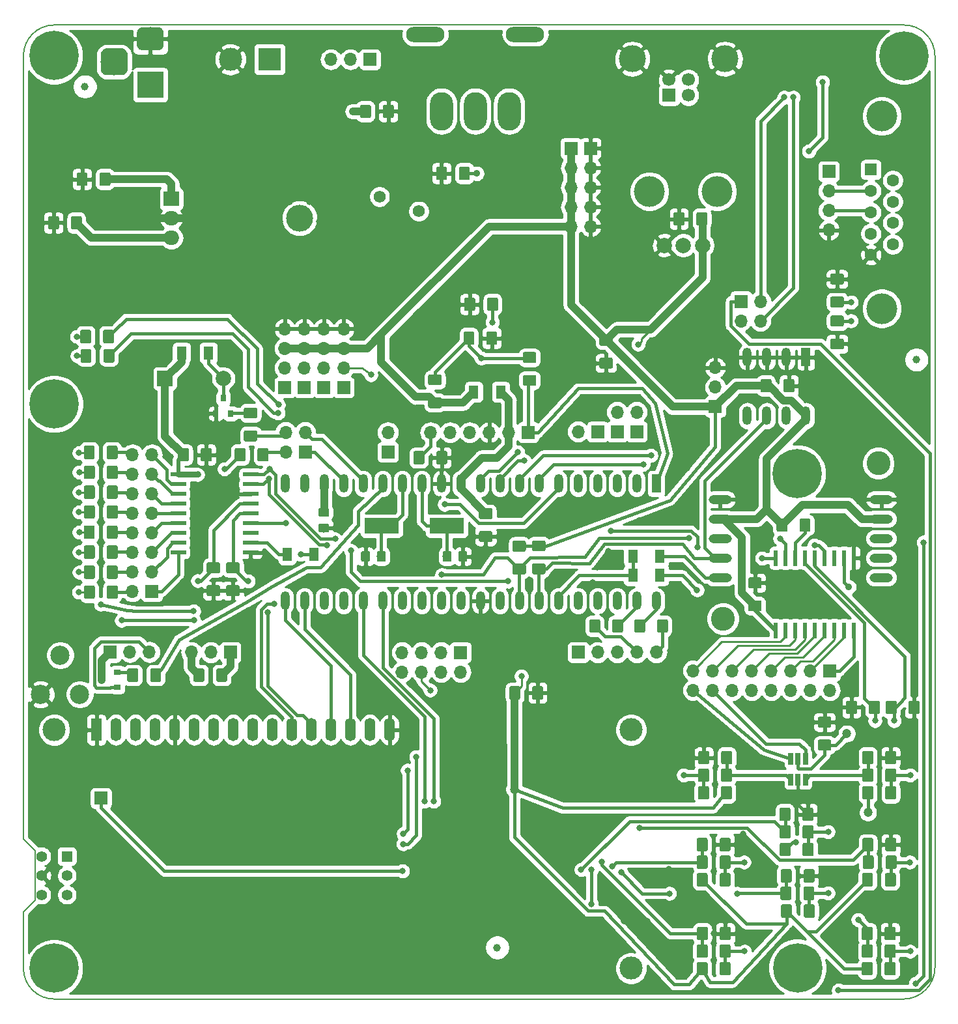
<source format=gbr>
%TF.GenerationSoftware,KiCad,Pcbnew,(5.1.0)-1*%
%TF.CreationDate,2019-04-14T15:35:55+02:00*%
%TF.ProjectId,PIC18F4550 dev board,50494331-3846-4343-9535-302064657620,rev?*%
%TF.SameCoordinates,Original*%
%TF.FileFunction,Copper,L2,Bot*%
%TF.FilePolarity,Positive*%
%FSLAX46Y46*%
G04 Gerber Fmt 4.6, Leading zero omitted, Abs format (unit mm)*
G04 Created by KiCad (PCBNEW (5.1.0)-1) date 2019-04-14 15:35:55*
%MOMM*%
%LPD*%
G04 APERTURE LIST*
%ADD10C,0.150000*%
%ADD11C,0.100000*%
%ADD12C,1.425000*%
%ADD13C,1.000000*%
%ADD14C,3.000000*%
%ADD15O,1.400000X3.000000*%
%ADD16R,1.400000X3.000000*%
%ADD17O,1.200000X2.400000*%
%ADD18R,1.200000X2.400000*%
%ADD19R,4.500000X2.000000*%
%ADD20C,3.100000*%
%ADD21O,3.000000X1.200000*%
%ADD22C,4.000000*%
%ADD23C,1.600000*%
%ADD24R,1.600000X1.600000*%
%ADD25R,1.300000X1.700000*%
%ADD26C,3.500000*%
%ADD27R,3.500000X3.500000*%
%ADD28R,3.000000X3.000000*%
%ADD29C,1.700000*%
%ADD30R,1.700000X1.700000*%
%ADD31O,1.700000X1.700000*%
%ADD32C,0.800000*%
%ADD33C,6.400000*%
%ADD34R,0.650000X1.560000*%
%ADD35C,2.000000*%
%ADD36R,2.000000X2.000000*%
%ADD37R,0.800000X0.900000*%
%ADD38C,2.500000*%
%ADD39R,2.000000X0.600000*%
%ADD40O,2.000000X1.905000*%
%ADD41R,2.000000X1.905000*%
%ADD42O,3.500000X3.500000*%
%ADD43R,0.900000X0.800000*%
%ADD44R,0.600000X2.000000*%
%ADD45O,5.000000X2.000000*%
%ADD46O,3.000000X5.000000*%
%ADD47C,1.560000*%
%ADD48C,1.150000*%
%ADD49R,1.400000X1.400000*%
%ADD50C,1.400000*%
%ADD51C,1.200000*%
%ADD52C,0.900000*%
%ADD53C,1.000000*%
%ADD54C,0.400000*%
%ADD55C,0.250000*%
%ADD56C,0.508000*%
%ADD57C,0.500000*%
%ADD58C,0.750000*%
%ADD59C,0.254000*%
G04 APERTURE END LIST*
D10*
X21500000Y-177200000D02*
X20000000Y-178700000D01*
X20000000Y-169200000D02*
X21500000Y-170700000D01*
X21500000Y-177200000D02*
X21500000Y-170700000D01*
X134400000Y-190000000D02*
X24099969Y-189998751D01*
X138500000Y-67400000D02*
X138500000Y-185900000D01*
X134500000Y-63400000D02*
X24000000Y-63400000D01*
X138500000Y-185900000D02*
G75*
G02X134400000Y-190000000I-4100000J0D01*
G01*
X134500000Y-63400000D02*
G75*
G02X138500000Y-67400000I0J-4000000D01*
G01*
X20000000Y-178700000D02*
X20000000Y-186000000D01*
X20000000Y-67400000D02*
X20000000Y-169200000D01*
X20000000Y-67400000D02*
G75*
G02X24000000Y-63400000I4000000J0D01*
G01*
X24099969Y-189998751D02*
G75*
G02X20000000Y-186000000I-99969J3998751D01*
G01*
D11*
G36*
X78499504Y-98826204D02*
G01*
X78523773Y-98829804D01*
X78547571Y-98835765D01*
X78570671Y-98844030D01*
X78592849Y-98854520D01*
X78613893Y-98867133D01*
X78633598Y-98881747D01*
X78651777Y-98898223D01*
X78668253Y-98916402D01*
X78682867Y-98936107D01*
X78695480Y-98957151D01*
X78705970Y-98979329D01*
X78714235Y-99002429D01*
X78720196Y-99026227D01*
X78723796Y-99050496D01*
X78725000Y-99075000D01*
X78725000Y-100325000D01*
X78723796Y-100349504D01*
X78720196Y-100373773D01*
X78714235Y-100397571D01*
X78705970Y-100420671D01*
X78695480Y-100442849D01*
X78682867Y-100463893D01*
X78668253Y-100483598D01*
X78651777Y-100501777D01*
X78633598Y-100518253D01*
X78613893Y-100532867D01*
X78592849Y-100545480D01*
X78570671Y-100555970D01*
X78547571Y-100564235D01*
X78523773Y-100570196D01*
X78499504Y-100573796D01*
X78475000Y-100575000D01*
X77550000Y-100575000D01*
X77525496Y-100573796D01*
X77501227Y-100570196D01*
X77477429Y-100564235D01*
X77454329Y-100555970D01*
X77432151Y-100545480D01*
X77411107Y-100532867D01*
X77391402Y-100518253D01*
X77373223Y-100501777D01*
X77356747Y-100483598D01*
X77342133Y-100463893D01*
X77329520Y-100442849D01*
X77319030Y-100420671D01*
X77310765Y-100397571D01*
X77304804Y-100373773D01*
X77301204Y-100349504D01*
X77300000Y-100325000D01*
X77300000Y-99075000D01*
X77301204Y-99050496D01*
X77304804Y-99026227D01*
X77310765Y-99002429D01*
X77319030Y-98979329D01*
X77329520Y-98957151D01*
X77342133Y-98936107D01*
X77356747Y-98916402D01*
X77373223Y-98898223D01*
X77391402Y-98881747D01*
X77411107Y-98867133D01*
X77432151Y-98854520D01*
X77454329Y-98844030D01*
X77477429Y-98835765D01*
X77501227Y-98829804D01*
X77525496Y-98826204D01*
X77550000Y-98825000D01*
X78475000Y-98825000D01*
X78499504Y-98826204D01*
X78499504Y-98826204D01*
G37*
D12*
X78012500Y-99700000D03*
D11*
G36*
X81474504Y-98826204D02*
G01*
X81498773Y-98829804D01*
X81522571Y-98835765D01*
X81545671Y-98844030D01*
X81567849Y-98854520D01*
X81588893Y-98867133D01*
X81608598Y-98881747D01*
X81626777Y-98898223D01*
X81643253Y-98916402D01*
X81657867Y-98936107D01*
X81670480Y-98957151D01*
X81680970Y-98979329D01*
X81689235Y-99002429D01*
X81695196Y-99026227D01*
X81698796Y-99050496D01*
X81700000Y-99075000D01*
X81700000Y-100325000D01*
X81698796Y-100349504D01*
X81695196Y-100373773D01*
X81689235Y-100397571D01*
X81680970Y-100420671D01*
X81670480Y-100442849D01*
X81657867Y-100463893D01*
X81643253Y-100483598D01*
X81626777Y-100501777D01*
X81608598Y-100518253D01*
X81588893Y-100532867D01*
X81567849Y-100545480D01*
X81545671Y-100555970D01*
X81522571Y-100564235D01*
X81498773Y-100570196D01*
X81474504Y-100573796D01*
X81450000Y-100575000D01*
X80525000Y-100575000D01*
X80500496Y-100573796D01*
X80476227Y-100570196D01*
X80452429Y-100564235D01*
X80429329Y-100555970D01*
X80407151Y-100545480D01*
X80386107Y-100532867D01*
X80366402Y-100518253D01*
X80348223Y-100501777D01*
X80331747Y-100483598D01*
X80317133Y-100463893D01*
X80304520Y-100442849D01*
X80294030Y-100420671D01*
X80285765Y-100397571D01*
X80279804Y-100373773D01*
X80276204Y-100349504D01*
X80275000Y-100325000D01*
X80275000Y-99075000D01*
X80276204Y-99050496D01*
X80279804Y-99026227D01*
X80285765Y-99002429D01*
X80294030Y-98979329D01*
X80304520Y-98957151D01*
X80317133Y-98936107D01*
X80331747Y-98916402D01*
X80348223Y-98898223D01*
X80366402Y-98881747D01*
X80386107Y-98867133D01*
X80407151Y-98854520D01*
X80429329Y-98844030D01*
X80452429Y-98835765D01*
X80476227Y-98829804D01*
X80500496Y-98826204D01*
X80525000Y-98825000D01*
X81450000Y-98825000D01*
X81474504Y-98826204D01*
X81474504Y-98826204D01*
G37*
D12*
X80987500Y-99700000D03*
D13*
X81600000Y-183300000D03*
X136100000Y-106900000D03*
X28000000Y-71400000D03*
D14*
X99000000Y-155000000D03*
X98999480Y-186000700D03*
X24000900Y-155000000D03*
D15*
X67600000Y-155000000D03*
X65060000Y-155000000D03*
X62520000Y-155000000D03*
X59980000Y-155000000D03*
X57440000Y-155000000D03*
X54900000Y-155000000D03*
X52360000Y-155000000D03*
X49820000Y-155000000D03*
X47280000Y-155000000D03*
X44740000Y-155000000D03*
X42200000Y-155000000D03*
X39660000Y-155000000D03*
X37120000Y-155000000D03*
X34580000Y-155000000D03*
X32040000Y-155000000D03*
D16*
X29500000Y-155000000D03*
D11*
G36*
X32024304Y-118074404D02*
G01*
X32048573Y-118078004D01*
X32072371Y-118083965D01*
X32095471Y-118092230D01*
X32117649Y-118102720D01*
X32138693Y-118115333D01*
X32158398Y-118129947D01*
X32176577Y-118146423D01*
X32193053Y-118164602D01*
X32207667Y-118184307D01*
X32220280Y-118205351D01*
X32230770Y-118227529D01*
X32239035Y-118250629D01*
X32244996Y-118274427D01*
X32248596Y-118298696D01*
X32249800Y-118323200D01*
X32249800Y-119573200D01*
X32248596Y-119597704D01*
X32244996Y-119621973D01*
X32239035Y-119645771D01*
X32230770Y-119668871D01*
X32220280Y-119691049D01*
X32207667Y-119712093D01*
X32193053Y-119731798D01*
X32176577Y-119749977D01*
X32158398Y-119766453D01*
X32138693Y-119781067D01*
X32117649Y-119793680D01*
X32095471Y-119804170D01*
X32072371Y-119812435D01*
X32048573Y-119818396D01*
X32024304Y-119821996D01*
X31999800Y-119823200D01*
X31074800Y-119823200D01*
X31050296Y-119821996D01*
X31026027Y-119818396D01*
X31002229Y-119812435D01*
X30979129Y-119804170D01*
X30956951Y-119793680D01*
X30935907Y-119781067D01*
X30916202Y-119766453D01*
X30898023Y-119749977D01*
X30881547Y-119731798D01*
X30866933Y-119712093D01*
X30854320Y-119691049D01*
X30843830Y-119668871D01*
X30835565Y-119645771D01*
X30829604Y-119621973D01*
X30826004Y-119597704D01*
X30824800Y-119573200D01*
X30824800Y-118323200D01*
X30826004Y-118298696D01*
X30829604Y-118274427D01*
X30835565Y-118250629D01*
X30843830Y-118227529D01*
X30854320Y-118205351D01*
X30866933Y-118184307D01*
X30881547Y-118164602D01*
X30898023Y-118146423D01*
X30916202Y-118129947D01*
X30935907Y-118115333D01*
X30956951Y-118102720D01*
X30979129Y-118092230D01*
X31002229Y-118083965D01*
X31026027Y-118078004D01*
X31050296Y-118074404D01*
X31074800Y-118073200D01*
X31999800Y-118073200D01*
X32024304Y-118074404D01*
X32024304Y-118074404D01*
G37*
D12*
X31537300Y-118948200D03*
D11*
G36*
X29049304Y-118074404D02*
G01*
X29073573Y-118078004D01*
X29097371Y-118083965D01*
X29120471Y-118092230D01*
X29142649Y-118102720D01*
X29163693Y-118115333D01*
X29183398Y-118129947D01*
X29201577Y-118146423D01*
X29218053Y-118164602D01*
X29232667Y-118184307D01*
X29245280Y-118205351D01*
X29255770Y-118227529D01*
X29264035Y-118250629D01*
X29269996Y-118274427D01*
X29273596Y-118298696D01*
X29274800Y-118323200D01*
X29274800Y-119573200D01*
X29273596Y-119597704D01*
X29269996Y-119621973D01*
X29264035Y-119645771D01*
X29255770Y-119668871D01*
X29245280Y-119691049D01*
X29232667Y-119712093D01*
X29218053Y-119731798D01*
X29201577Y-119749977D01*
X29183398Y-119766453D01*
X29163693Y-119781067D01*
X29142649Y-119793680D01*
X29120471Y-119804170D01*
X29097371Y-119812435D01*
X29073573Y-119818396D01*
X29049304Y-119821996D01*
X29024800Y-119823200D01*
X28099800Y-119823200D01*
X28075296Y-119821996D01*
X28051027Y-119818396D01*
X28027229Y-119812435D01*
X28004129Y-119804170D01*
X27981951Y-119793680D01*
X27960907Y-119781067D01*
X27941202Y-119766453D01*
X27923023Y-119749977D01*
X27906547Y-119731798D01*
X27891933Y-119712093D01*
X27879320Y-119691049D01*
X27868830Y-119668871D01*
X27860565Y-119645771D01*
X27854604Y-119621973D01*
X27851004Y-119597704D01*
X27849800Y-119573200D01*
X27849800Y-118323200D01*
X27851004Y-118298696D01*
X27854604Y-118274427D01*
X27860565Y-118250629D01*
X27868830Y-118227529D01*
X27879320Y-118205351D01*
X27891933Y-118184307D01*
X27906547Y-118164602D01*
X27923023Y-118146423D01*
X27941202Y-118129947D01*
X27960907Y-118115333D01*
X27981951Y-118102720D01*
X28004129Y-118092230D01*
X28027229Y-118083965D01*
X28051027Y-118078004D01*
X28075296Y-118074404D01*
X28099800Y-118073200D01*
X29024800Y-118073200D01*
X29049304Y-118074404D01*
X29049304Y-118074404D01*
G37*
D12*
X28562300Y-118948200D03*
D11*
G36*
X32035404Y-120665204D02*
G01*
X32059673Y-120668804D01*
X32083471Y-120674765D01*
X32106571Y-120683030D01*
X32128749Y-120693520D01*
X32149793Y-120706133D01*
X32169498Y-120720747D01*
X32187677Y-120737223D01*
X32204153Y-120755402D01*
X32218767Y-120775107D01*
X32231380Y-120796151D01*
X32241870Y-120818329D01*
X32250135Y-120841429D01*
X32256096Y-120865227D01*
X32259696Y-120889496D01*
X32260900Y-120914000D01*
X32260900Y-122164000D01*
X32259696Y-122188504D01*
X32256096Y-122212773D01*
X32250135Y-122236571D01*
X32241870Y-122259671D01*
X32231380Y-122281849D01*
X32218767Y-122302893D01*
X32204153Y-122322598D01*
X32187677Y-122340777D01*
X32169498Y-122357253D01*
X32149793Y-122371867D01*
X32128749Y-122384480D01*
X32106571Y-122394970D01*
X32083471Y-122403235D01*
X32059673Y-122409196D01*
X32035404Y-122412796D01*
X32010900Y-122414000D01*
X31085900Y-122414000D01*
X31061396Y-122412796D01*
X31037127Y-122409196D01*
X31013329Y-122403235D01*
X30990229Y-122394970D01*
X30968051Y-122384480D01*
X30947007Y-122371867D01*
X30927302Y-122357253D01*
X30909123Y-122340777D01*
X30892647Y-122322598D01*
X30878033Y-122302893D01*
X30865420Y-122281849D01*
X30854930Y-122259671D01*
X30846665Y-122236571D01*
X30840704Y-122212773D01*
X30837104Y-122188504D01*
X30835900Y-122164000D01*
X30835900Y-120914000D01*
X30837104Y-120889496D01*
X30840704Y-120865227D01*
X30846665Y-120841429D01*
X30854930Y-120818329D01*
X30865420Y-120796151D01*
X30878033Y-120775107D01*
X30892647Y-120755402D01*
X30909123Y-120737223D01*
X30927302Y-120720747D01*
X30947007Y-120706133D01*
X30968051Y-120693520D01*
X30990229Y-120683030D01*
X31013329Y-120674765D01*
X31037127Y-120668804D01*
X31061396Y-120665204D01*
X31085900Y-120664000D01*
X32010900Y-120664000D01*
X32035404Y-120665204D01*
X32035404Y-120665204D01*
G37*
D12*
X31548400Y-121539000D03*
D11*
G36*
X29060404Y-120665204D02*
G01*
X29084673Y-120668804D01*
X29108471Y-120674765D01*
X29131571Y-120683030D01*
X29153749Y-120693520D01*
X29174793Y-120706133D01*
X29194498Y-120720747D01*
X29212677Y-120737223D01*
X29229153Y-120755402D01*
X29243767Y-120775107D01*
X29256380Y-120796151D01*
X29266870Y-120818329D01*
X29275135Y-120841429D01*
X29281096Y-120865227D01*
X29284696Y-120889496D01*
X29285900Y-120914000D01*
X29285900Y-122164000D01*
X29284696Y-122188504D01*
X29281096Y-122212773D01*
X29275135Y-122236571D01*
X29266870Y-122259671D01*
X29256380Y-122281849D01*
X29243767Y-122302893D01*
X29229153Y-122322598D01*
X29212677Y-122340777D01*
X29194498Y-122357253D01*
X29174793Y-122371867D01*
X29153749Y-122384480D01*
X29131571Y-122394970D01*
X29108471Y-122403235D01*
X29084673Y-122409196D01*
X29060404Y-122412796D01*
X29035900Y-122414000D01*
X28110900Y-122414000D01*
X28086396Y-122412796D01*
X28062127Y-122409196D01*
X28038329Y-122403235D01*
X28015229Y-122394970D01*
X27993051Y-122384480D01*
X27972007Y-122371867D01*
X27952302Y-122357253D01*
X27934123Y-122340777D01*
X27917647Y-122322598D01*
X27903033Y-122302893D01*
X27890420Y-122281849D01*
X27879930Y-122259671D01*
X27871665Y-122236571D01*
X27865704Y-122212773D01*
X27862104Y-122188504D01*
X27860900Y-122164000D01*
X27860900Y-120914000D01*
X27862104Y-120889496D01*
X27865704Y-120865227D01*
X27871665Y-120841429D01*
X27879930Y-120818329D01*
X27890420Y-120796151D01*
X27903033Y-120775107D01*
X27917647Y-120755402D01*
X27934123Y-120737223D01*
X27952302Y-120720747D01*
X27972007Y-120706133D01*
X27993051Y-120693520D01*
X28015229Y-120683030D01*
X28038329Y-120674765D01*
X28062127Y-120668804D01*
X28086396Y-120665204D01*
X28110900Y-120664000D01*
X29035900Y-120664000D01*
X29060404Y-120665204D01*
X29060404Y-120665204D01*
G37*
D12*
X28573400Y-121539000D03*
D11*
G36*
X32035404Y-123243304D02*
G01*
X32059673Y-123246904D01*
X32083471Y-123252865D01*
X32106571Y-123261130D01*
X32128749Y-123271620D01*
X32149793Y-123284233D01*
X32169498Y-123298847D01*
X32187677Y-123315323D01*
X32204153Y-123333502D01*
X32218767Y-123353207D01*
X32231380Y-123374251D01*
X32241870Y-123396429D01*
X32250135Y-123419529D01*
X32256096Y-123443327D01*
X32259696Y-123467596D01*
X32260900Y-123492100D01*
X32260900Y-124742100D01*
X32259696Y-124766604D01*
X32256096Y-124790873D01*
X32250135Y-124814671D01*
X32241870Y-124837771D01*
X32231380Y-124859949D01*
X32218767Y-124880993D01*
X32204153Y-124900698D01*
X32187677Y-124918877D01*
X32169498Y-124935353D01*
X32149793Y-124949967D01*
X32128749Y-124962580D01*
X32106571Y-124973070D01*
X32083471Y-124981335D01*
X32059673Y-124987296D01*
X32035404Y-124990896D01*
X32010900Y-124992100D01*
X31085900Y-124992100D01*
X31061396Y-124990896D01*
X31037127Y-124987296D01*
X31013329Y-124981335D01*
X30990229Y-124973070D01*
X30968051Y-124962580D01*
X30947007Y-124949967D01*
X30927302Y-124935353D01*
X30909123Y-124918877D01*
X30892647Y-124900698D01*
X30878033Y-124880993D01*
X30865420Y-124859949D01*
X30854930Y-124837771D01*
X30846665Y-124814671D01*
X30840704Y-124790873D01*
X30837104Y-124766604D01*
X30835900Y-124742100D01*
X30835900Y-123492100D01*
X30837104Y-123467596D01*
X30840704Y-123443327D01*
X30846665Y-123419529D01*
X30854930Y-123396429D01*
X30865420Y-123374251D01*
X30878033Y-123353207D01*
X30892647Y-123333502D01*
X30909123Y-123315323D01*
X30927302Y-123298847D01*
X30947007Y-123284233D01*
X30968051Y-123271620D01*
X30990229Y-123261130D01*
X31013329Y-123252865D01*
X31037127Y-123246904D01*
X31061396Y-123243304D01*
X31085900Y-123242100D01*
X32010900Y-123242100D01*
X32035404Y-123243304D01*
X32035404Y-123243304D01*
G37*
D12*
X31548400Y-124117100D03*
D11*
G36*
X29060404Y-123243304D02*
G01*
X29084673Y-123246904D01*
X29108471Y-123252865D01*
X29131571Y-123261130D01*
X29153749Y-123271620D01*
X29174793Y-123284233D01*
X29194498Y-123298847D01*
X29212677Y-123315323D01*
X29229153Y-123333502D01*
X29243767Y-123353207D01*
X29256380Y-123374251D01*
X29266870Y-123396429D01*
X29275135Y-123419529D01*
X29281096Y-123443327D01*
X29284696Y-123467596D01*
X29285900Y-123492100D01*
X29285900Y-124742100D01*
X29284696Y-124766604D01*
X29281096Y-124790873D01*
X29275135Y-124814671D01*
X29266870Y-124837771D01*
X29256380Y-124859949D01*
X29243767Y-124880993D01*
X29229153Y-124900698D01*
X29212677Y-124918877D01*
X29194498Y-124935353D01*
X29174793Y-124949967D01*
X29153749Y-124962580D01*
X29131571Y-124973070D01*
X29108471Y-124981335D01*
X29084673Y-124987296D01*
X29060404Y-124990896D01*
X29035900Y-124992100D01*
X28110900Y-124992100D01*
X28086396Y-124990896D01*
X28062127Y-124987296D01*
X28038329Y-124981335D01*
X28015229Y-124973070D01*
X27993051Y-124962580D01*
X27972007Y-124949967D01*
X27952302Y-124935353D01*
X27934123Y-124918877D01*
X27917647Y-124900698D01*
X27903033Y-124880993D01*
X27890420Y-124859949D01*
X27879930Y-124837771D01*
X27871665Y-124814671D01*
X27865704Y-124790873D01*
X27862104Y-124766604D01*
X27860900Y-124742100D01*
X27860900Y-123492100D01*
X27862104Y-123467596D01*
X27865704Y-123443327D01*
X27871665Y-123419529D01*
X27879930Y-123396429D01*
X27890420Y-123374251D01*
X27903033Y-123353207D01*
X27917647Y-123333502D01*
X27934123Y-123315323D01*
X27952302Y-123298847D01*
X27972007Y-123284233D01*
X27993051Y-123271620D01*
X28015229Y-123261130D01*
X28038329Y-123252865D01*
X28062127Y-123246904D01*
X28086396Y-123243304D01*
X28110900Y-123242100D01*
X29035900Y-123242100D01*
X29060404Y-123243304D01*
X29060404Y-123243304D01*
G37*
D12*
X28573400Y-124117100D03*
D11*
G36*
X32035404Y-125821404D02*
G01*
X32059673Y-125825004D01*
X32083471Y-125830965D01*
X32106571Y-125839230D01*
X32128749Y-125849720D01*
X32149793Y-125862333D01*
X32169498Y-125876947D01*
X32187677Y-125893423D01*
X32204153Y-125911602D01*
X32218767Y-125931307D01*
X32231380Y-125952351D01*
X32241870Y-125974529D01*
X32250135Y-125997629D01*
X32256096Y-126021427D01*
X32259696Y-126045696D01*
X32260900Y-126070200D01*
X32260900Y-127320200D01*
X32259696Y-127344704D01*
X32256096Y-127368973D01*
X32250135Y-127392771D01*
X32241870Y-127415871D01*
X32231380Y-127438049D01*
X32218767Y-127459093D01*
X32204153Y-127478798D01*
X32187677Y-127496977D01*
X32169498Y-127513453D01*
X32149793Y-127528067D01*
X32128749Y-127540680D01*
X32106571Y-127551170D01*
X32083471Y-127559435D01*
X32059673Y-127565396D01*
X32035404Y-127568996D01*
X32010900Y-127570200D01*
X31085900Y-127570200D01*
X31061396Y-127568996D01*
X31037127Y-127565396D01*
X31013329Y-127559435D01*
X30990229Y-127551170D01*
X30968051Y-127540680D01*
X30947007Y-127528067D01*
X30927302Y-127513453D01*
X30909123Y-127496977D01*
X30892647Y-127478798D01*
X30878033Y-127459093D01*
X30865420Y-127438049D01*
X30854930Y-127415871D01*
X30846665Y-127392771D01*
X30840704Y-127368973D01*
X30837104Y-127344704D01*
X30835900Y-127320200D01*
X30835900Y-126070200D01*
X30837104Y-126045696D01*
X30840704Y-126021427D01*
X30846665Y-125997629D01*
X30854930Y-125974529D01*
X30865420Y-125952351D01*
X30878033Y-125931307D01*
X30892647Y-125911602D01*
X30909123Y-125893423D01*
X30927302Y-125876947D01*
X30947007Y-125862333D01*
X30968051Y-125849720D01*
X30990229Y-125839230D01*
X31013329Y-125830965D01*
X31037127Y-125825004D01*
X31061396Y-125821404D01*
X31085900Y-125820200D01*
X32010900Y-125820200D01*
X32035404Y-125821404D01*
X32035404Y-125821404D01*
G37*
D12*
X31548400Y-126695200D03*
D11*
G36*
X29060404Y-125821404D02*
G01*
X29084673Y-125825004D01*
X29108471Y-125830965D01*
X29131571Y-125839230D01*
X29153749Y-125849720D01*
X29174793Y-125862333D01*
X29194498Y-125876947D01*
X29212677Y-125893423D01*
X29229153Y-125911602D01*
X29243767Y-125931307D01*
X29256380Y-125952351D01*
X29266870Y-125974529D01*
X29275135Y-125997629D01*
X29281096Y-126021427D01*
X29284696Y-126045696D01*
X29285900Y-126070200D01*
X29285900Y-127320200D01*
X29284696Y-127344704D01*
X29281096Y-127368973D01*
X29275135Y-127392771D01*
X29266870Y-127415871D01*
X29256380Y-127438049D01*
X29243767Y-127459093D01*
X29229153Y-127478798D01*
X29212677Y-127496977D01*
X29194498Y-127513453D01*
X29174793Y-127528067D01*
X29153749Y-127540680D01*
X29131571Y-127551170D01*
X29108471Y-127559435D01*
X29084673Y-127565396D01*
X29060404Y-127568996D01*
X29035900Y-127570200D01*
X28110900Y-127570200D01*
X28086396Y-127568996D01*
X28062127Y-127565396D01*
X28038329Y-127559435D01*
X28015229Y-127551170D01*
X27993051Y-127540680D01*
X27972007Y-127528067D01*
X27952302Y-127513453D01*
X27934123Y-127496977D01*
X27917647Y-127478798D01*
X27903033Y-127459093D01*
X27890420Y-127438049D01*
X27879930Y-127415871D01*
X27871665Y-127392771D01*
X27865704Y-127368973D01*
X27862104Y-127344704D01*
X27860900Y-127320200D01*
X27860900Y-126070200D01*
X27862104Y-126045696D01*
X27865704Y-126021427D01*
X27871665Y-125997629D01*
X27879930Y-125974529D01*
X27890420Y-125952351D01*
X27903033Y-125931307D01*
X27917647Y-125911602D01*
X27934123Y-125893423D01*
X27952302Y-125876947D01*
X27972007Y-125862333D01*
X27993051Y-125849720D01*
X28015229Y-125839230D01*
X28038329Y-125830965D01*
X28062127Y-125825004D01*
X28086396Y-125821404D01*
X28110900Y-125820200D01*
X29035900Y-125820200D01*
X29060404Y-125821404D01*
X29060404Y-125821404D01*
G37*
D12*
X28573400Y-126695200D03*
D11*
G36*
X32022704Y-128437604D02*
G01*
X32046973Y-128441204D01*
X32070771Y-128447165D01*
X32093871Y-128455430D01*
X32116049Y-128465920D01*
X32137093Y-128478533D01*
X32156798Y-128493147D01*
X32174977Y-128509623D01*
X32191453Y-128527802D01*
X32206067Y-128547507D01*
X32218680Y-128568551D01*
X32229170Y-128590729D01*
X32237435Y-128613829D01*
X32243396Y-128637627D01*
X32246996Y-128661896D01*
X32248200Y-128686400D01*
X32248200Y-129936400D01*
X32246996Y-129960904D01*
X32243396Y-129985173D01*
X32237435Y-130008971D01*
X32229170Y-130032071D01*
X32218680Y-130054249D01*
X32206067Y-130075293D01*
X32191453Y-130094998D01*
X32174977Y-130113177D01*
X32156798Y-130129653D01*
X32137093Y-130144267D01*
X32116049Y-130156880D01*
X32093871Y-130167370D01*
X32070771Y-130175635D01*
X32046973Y-130181596D01*
X32022704Y-130185196D01*
X31998200Y-130186400D01*
X31073200Y-130186400D01*
X31048696Y-130185196D01*
X31024427Y-130181596D01*
X31000629Y-130175635D01*
X30977529Y-130167370D01*
X30955351Y-130156880D01*
X30934307Y-130144267D01*
X30914602Y-130129653D01*
X30896423Y-130113177D01*
X30879947Y-130094998D01*
X30865333Y-130075293D01*
X30852720Y-130054249D01*
X30842230Y-130032071D01*
X30833965Y-130008971D01*
X30828004Y-129985173D01*
X30824404Y-129960904D01*
X30823200Y-129936400D01*
X30823200Y-128686400D01*
X30824404Y-128661896D01*
X30828004Y-128637627D01*
X30833965Y-128613829D01*
X30842230Y-128590729D01*
X30852720Y-128568551D01*
X30865333Y-128547507D01*
X30879947Y-128527802D01*
X30896423Y-128509623D01*
X30914602Y-128493147D01*
X30934307Y-128478533D01*
X30955351Y-128465920D01*
X30977529Y-128455430D01*
X31000629Y-128447165D01*
X31024427Y-128441204D01*
X31048696Y-128437604D01*
X31073200Y-128436400D01*
X31998200Y-128436400D01*
X32022704Y-128437604D01*
X32022704Y-128437604D01*
G37*
D12*
X31535700Y-129311400D03*
D11*
G36*
X29047704Y-128437604D02*
G01*
X29071973Y-128441204D01*
X29095771Y-128447165D01*
X29118871Y-128455430D01*
X29141049Y-128465920D01*
X29162093Y-128478533D01*
X29181798Y-128493147D01*
X29199977Y-128509623D01*
X29216453Y-128527802D01*
X29231067Y-128547507D01*
X29243680Y-128568551D01*
X29254170Y-128590729D01*
X29262435Y-128613829D01*
X29268396Y-128637627D01*
X29271996Y-128661896D01*
X29273200Y-128686400D01*
X29273200Y-129936400D01*
X29271996Y-129960904D01*
X29268396Y-129985173D01*
X29262435Y-130008971D01*
X29254170Y-130032071D01*
X29243680Y-130054249D01*
X29231067Y-130075293D01*
X29216453Y-130094998D01*
X29199977Y-130113177D01*
X29181798Y-130129653D01*
X29162093Y-130144267D01*
X29141049Y-130156880D01*
X29118871Y-130167370D01*
X29095771Y-130175635D01*
X29071973Y-130181596D01*
X29047704Y-130185196D01*
X29023200Y-130186400D01*
X28098200Y-130186400D01*
X28073696Y-130185196D01*
X28049427Y-130181596D01*
X28025629Y-130175635D01*
X28002529Y-130167370D01*
X27980351Y-130156880D01*
X27959307Y-130144267D01*
X27939602Y-130129653D01*
X27921423Y-130113177D01*
X27904947Y-130094998D01*
X27890333Y-130075293D01*
X27877720Y-130054249D01*
X27867230Y-130032071D01*
X27858965Y-130008971D01*
X27853004Y-129985173D01*
X27849404Y-129960904D01*
X27848200Y-129936400D01*
X27848200Y-128686400D01*
X27849404Y-128661896D01*
X27853004Y-128637627D01*
X27858965Y-128613829D01*
X27867230Y-128590729D01*
X27877720Y-128568551D01*
X27890333Y-128547507D01*
X27904947Y-128527802D01*
X27921423Y-128509623D01*
X27939602Y-128493147D01*
X27959307Y-128478533D01*
X27980351Y-128465920D01*
X28002529Y-128455430D01*
X28025629Y-128447165D01*
X28049427Y-128441204D01*
X28073696Y-128437604D01*
X28098200Y-128436400D01*
X29023200Y-128436400D01*
X29047704Y-128437604D01*
X29047704Y-128437604D01*
G37*
D12*
X28560700Y-129311400D03*
D11*
G36*
X32035404Y-131028404D02*
G01*
X32059673Y-131032004D01*
X32083471Y-131037965D01*
X32106571Y-131046230D01*
X32128749Y-131056720D01*
X32149793Y-131069333D01*
X32169498Y-131083947D01*
X32187677Y-131100423D01*
X32204153Y-131118602D01*
X32218767Y-131138307D01*
X32231380Y-131159351D01*
X32241870Y-131181529D01*
X32250135Y-131204629D01*
X32256096Y-131228427D01*
X32259696Y-131252696D01*
X32260900Y-131277200D01*
X32260900Y-132527200D01*
X32259696Y-132551704D01*
X32256096Y-132575973D01*
X32250135Y-132599771D01*
X32241870Y-132622871D01*
X32231380Y-132645049D01*
X32218767Y-132666093D01*
X32204153Y-132685798D01*
X32187677Y-132703977D01*
X32169498Y-132720453D01*
X32149793Y-132735067D01*
X32128749Y-132747680D01*
X32106571Y-132758170D01*
X32083471Y-132766435D01*
X32059673Y-132772396D01*
X32035404Y-132775996D01*
X32010900Y-132777200D01*
X31085900Y-132777200D01*
X31061396Y-132775996D01*
X31037127Y-132772396D01*
X31013329Y-132766435D01*
X30990229Y-132758170D01*
X30968051Y-132747680D01*
X30947007Y-132735067D01*
X30927302Y-132720453D01*
X30909123Y-132703977D01*
X30892647Y-132685798D01*
X30878033Y-132666093D01*
X30865420Y-132645049D01*
X30854930Y-132622871D01*
X30846665Y-132599771D01*
X30840704Y-132575973D01*
X30837104Y-132551704D01*
X30835900Y-132527200D01*
X30835900Y-131277200D01*
X30837104Y-131252696D01*
X30840704Y-131228427D01*
X30846665Y-131204629D01*
X30854930Y-131181529D01*
X30865420Y-131159351D01*
X30878033Y-131138307D01*
X30892647Y-131118602D01*
X30909123Y-131100423D01*
X30927302Y-131083947D01*
X30947007Y-131069333D01*
X30968051Y-131056720D01*
X30990229Y-131046230D01*
X31013329Y-131037965D01*
X31037127Y-131032004D01*
X31061396Y-131028404D01*
X31085900Y-131027200D01*
X32010900Y-131027200D01*
X32035404Y-131028404D01*
X32035404Y-131028404D01*
G37*
D12*
X31548400Y-131902200D03*
D11*
G36*
X29060404Y-131028404D02*
G01*
X29084673Y-131032004D01*
X29108471Y-131037965D01*
X29131571Y-131046230D01*
X29153749Y-131056720D01*
X29174793Y-131069333D01*
X29194498Y-131083947D01*
X29212677Y-131100423D01*
X29229153Y-131118602D01*
X29243767Y-131138307D01*
X29256380Y-131159351D01*
X29266870Y-131181529D01*
X29275135Y-131204629D01*
X29281096Y-131228427D01*
X29284696Y-131252696D01*
X29285900Y-131277200D01*
X29285900Y-132527200D01*
X29284696Y-132551704D01*
X29281096Y-132575973D01*
X29275135Y-132599771D01*
X29266870Y-132622871D01*
X29256380Y-132645049D01*
X29243767Y-132666093D01*
X29229153Y-132685798D01*
X29212677Y-132703977D01*
X29194498Y-132720453D01*
X29174793Y-132735067D01*
X29153749Y-132747680D01*
X29131571Y-132758170D01*
X29108471Y-132766435D01*
X29084673Y-132772396D01*
X29060404Y-132775996D01*
X29035900Y-132777200D01*
X28110900Y-132777200D01*
X28086396Y-132775996D01*
X28062127Y-132772396D01*
X28038329Y-132766435D01*
X28015229Y-132758170D01*
X27993051Y-132747680D01*
X27972007Y-132735067D01*
X27952302Y-132720453D01*
X27934123Y-132703977D01*
X27917647Y-132685798D01*
X27903033Y-132666093D01*
X27890420Y-132645049D01*
X27879930Y-132622871D01*
X27871665Y-132599771D01*
X27865704Y-132575973D01*
X27862104Y-132551704D01*
X27860900Y-132527200D01*
X27860900Y-131277200D01*
X27862104Y-131252696D01*
X27865704Y-131228427D01*
X27871665Y-131204629D01*
X27879930Y-131181529D01*
X27890420Y-131159351D01*
X27903033Y-131138307D01*
X27917647Y-131118602D01*
X27934123Y-131100423D01*
X27952302Y-131083947D01*
X27972007Y-131069333D01*
X27993051Y-131056720D01*
X28015229Y-131046230D01*
X28038329Y-131037965D01*
X28062127Y-131032004D01*
X28086396Y-131028404D01*
X28110900Y-131027200D01*
X29035900Y-131027200D01*
X29060404Y-131028404D01*
X29060404Y-131028404D01*
G37*
D12*
X28573400Y-131902200D03*
D11*
G36*
X32035404Y-133644604D02*
G01*
X32059673Y-133648204D01*
X32083471Y-133654165D01*
X32106571Y-133662430D01*
X32128749Y-133672920D01*
X32149793Y-133685533D01*
X32169498Y-133700147D01*
X32187677Y-133716623D01*
X32204153Y-133734802D01*
X32218767Y-133754507D01*
X32231380Y-133775551D01*
X32241870Y-133797729D01*
X32250135Y-133820829D01*
X32256096Y-133844627D01*
X32259696Y-133868896D01*
X32260900Y-133893400D01*
X32260900Y-135143400D01*
X32259696Y-135167904D01*
X32256096Y-135192173D01*
X32250135Y-135215971D01*
X32241870Y-135239071D01*
X32231380Y-135261249D01*
X32218767Y-135282293D01*
X32204153Y-135301998D01*
X32187677Y-135320177D01*
X32169498Y-135336653D01*
X32149793Y-135351267D01*
X32128749Y-135363880D01*
X32106571Y-135374370D01*
X32083471Y-135382635D01*
X32059673Y-135388596D01*
X32035404Y-135392196D01*
X32010900Y-135393400D01*
X31085900Y-135393400D01*
X31061396Y-135392196D01*
X31037127Y-135388596D01*
X31013329Y-135382635D01*
X30990229Y-135374370D01*
X30968051Y-135363880D01*
X30947007Y-135351267D01*
X30927302Y-135336653D01*
X30909123Y-135320177D01*
X30892647Y-135301998D01*
X30878033Y-135282293D01*
X30865420Y-135261249D01*
X30854930Y-135239071D01*
X30846665Y-135215971D01*
X30840704Y-135192173D01*
X30837104Y-135167904D01*
X30835900Y-135143400D01*
X30835900Y-133893400D01*
X30837104Y-133868896D01*
X30840704Y-133844627D01*
X30846665Y-133820829D01*
X30854930Y-133797729D01*
X30865420Y-133775551D01*
X30878033Y-133754507D01*
X30892647Y-133734802D01*
X30909123Y-133716623D01*
X30927302Y-133700147D01*
X30947007Y-133685533D01*
X30968051Y-133672920D01*
X30990229Y-133662430D01*
X31013329Y-133654165D01*
X31037127Y-133648204D01*
X31061396Y-133644604D01*
X31085900Y-133643400D01*
X32010900Y-133643400D01*
X32035404Y-133644604D01*
X32035404Y-133644604D01*
G37*
D12*
X31548400Y-134518400D03*
D11*
G36*
X29060404Y-133644604D02*
G01*
X29084673Y-133648204D01*
X29108471Y-133654165D01*
X29131571Y-133662430D01*
X29153749Y-133672920D01*
X29174793Y-133685533D01*
X29194498Y-133700147D01*
X29212677Y-133716623D01*
X29229153Y-133734802D01*
X29243767Y-133754507D01*
X29256380Y-133775551D01*
X29266870Y-133797729D01*
X29275135Y-133820829D01*
X29281096Y-133844627D01*
X29284696Y-133868896D01*
X29285900Y-133893400D01*
X29285900Y-135143400D01*
X29284696Y-135167904D01*
X29281096Y-135192173D01*
X29275135Y-135215971D01*
X29266870Y-135239071D01*
X29256380Y-135261249D01*
X29243767Y-135282293D01*
X29229153Y-135301998D01*
X29212677Y-135320177D01*
X29194498Y-135336653D01*
X29174793Y-135351267D01*
X29153749Y-135363880D01*
X29131571Y-135374370D01*
X29108471Y-135382635D01*
X29084673Y-135388596D01*
X29060404Y-135392196D01*
X29035900Y-135393400D01*
X28110900Y-135393400D01*
X28086396Y-135392196D01*
X28062127Y-135388596D01*
X28038329Y-135382635D01*
X28015229Y-135374370D01*
X27993051Y-135363880D01*
X27972007Y-135351267D01*
X27952302Y-135336653D01*
X27934123Y-135320177D01*
X27917647Y-135301998D01*
X27903033Y-135282293D01*
X27890420Y-135261249D01*
X27879930Y-135239071D01*
X27871665Y-135215971D01*
X27865704Y-135192173D01*
X27862104Y-135167904D01*
X27860900Y-135143400D01*
X27860900Y-133893400D01*
X27862104Y-133868896D01*
X27865704Y-133844627D01*
X27871665Y-133820829D01*
X27879930Y-133797729D01*
X27890420Y-133775551D01*
X27903033Y-133754507D01*
X27917647Y-133734802D01*
X27934123Y-133716623D01*
X27952302Y-133700147D01*
X27972007Y-133685533D01*
X27993051Y-133672920D01*
X28015229Y-133662430D01*
X28038329Y-133654165D01*
X28062127Y-133648204D01*
X28086396Y-133644604D01*
X28110900Y-133643400D01*
X29035900Y-133643400D01*
X29060404Y-133644604D01*
X29060404Y-133644604D01*
G37*
D12*
X28573400Y-134518400D03*
D11*
G36*
X32035404Y-136235404D02*
G01*
X32059673Y-136239004D01*
X32083471Y-136244965D01*
X32106571Y-136253230D01*
X32128749Y-136263720D01*
X32149793Y-136276333D01*
X32169498Y-136290947D01*
X32187677Y-136307423D01*
X32204153Y-136325602D01*
X32218767Y-136345307D01*
X32231380Y-136366351D01*
X32241870Y-136388529D01*
X32250135Y-136411629D01*
X32256096Y-136435427D01*
X32259696Y-136459696D01*
X32260900Y-136484200D01*
X32260900Y-137734200D01*
X32259696Y-137758704D01*
X32256096Y-137782973D01*
X32250135Y-137806771D01*
X32241870Y-137829871D01*
X32231380Y-137852049D01*
X32218767Y-137873093D01*
X32204153Y-137892798D01*
X32187677Y-137910977D01*
X32169498Y-137927453D01*
X32149793Y-137942067D01*
X32128749Y-137954680D01*
X32106571Y-137965170D01*
X32083471Y-137973435D01*
X32059673Y-137979396D01*
X32035404Y-137982996D01*
X32010900Y-137984200D01*
X31085900Y-137984200D01*
X31061396Y-137982996D01*
X31037127Y-137979396D01*
X31013329Y-137973435D01*
X30990229Y-137965170D01*
X30968051Y-137954680D01*
X30947007Y-137942067D01*
X30927302Y-137927453D01*
X30909123Y-137910977D01*
X30892647Y-137892798D01*
X30878033Y-137873093D01*
X30865420Y-137852049D01*
X30854930Y-137829871D01*
X30846665Y-137806771D01*
X30840704Y-137782973D01*
X30837104Y-137758704D01*
X30835900Y-137734200D01*
X30835900Y-136484200D01*
X30837104Y-136459696D01*
X30840704Y-136435427D01*
X30846665Y-136411629D01*
X30854930Y-136388529D01*
X30865420Y-136366351D01*
X30878033Y-136345307D01*
X30892647Y-136325602D01*
X30909123Y-136307423D01*
X30927302Y-136290947D01*
X30947007Y-136276333D01*
X30968051Y-136263720D01*
X30990229Y-136253230D01*
X31013329Y-136244965D01*
X31037127Y-136239004D01*
X31061396Y-136235404D01*
X31085900Y-136234200D01*
X32010900Y-136234200D01*
X32035404Y-136235404D01*
X32035404Y-136235404D01*
G37*
D12*
X31548400Y-137109200D03*
D11*
G36*
X29060404Y-136235404D02*
G01*
X29084673Y-136239004D01*
X29108471Y-136244965D01*
X29131571Y-136253230D01*
X29153749Y-136263720D01*
X29174793Y-136276333D01*
X29194498Y-136290947D01*
X29212677Y-136307423D01*
X29229153Y-136325602D01*
X29243767Y-136345307D01*
X29256380Y-136366351D01*
X29266870Y-136388529D01*
X29275135Y-136411629D01*
X29281096Y-136435427D01*
X29284696Y-136459696D01*
X29285900Y-136484200D01*
X29285900Y-137734200D01*
X29284696Y-137758704D01*
X29281096Y-137782973D01*
X29275135Y-137806771D01*
X29266870Y-137829871D01*
X29256380Y-137852049D01*
X29243767Y-137873093D01*
X29229153Y-137892798D01*
X29212677Y-137910977D01*
X29194498Y-137927453D01*
X29174793Y-137942067D01*
X29153749Y-137954680D01*
X29131571Y-137965170D01*
X29108471Y-137973435D01*
X29084673Y-137979396D01*
X29060404Y-137982996D01*
X29035900Y-137984200D01*
X28110900Y-137984200D01*
X28086396Y-137982996D01*
X28062127Y-137979396D01*
X28038329Y-137973435D01*
X28015229Y-137965170D01*
X27993051Y-137954680D01*
X27972007Y-137942067D01*
X27952302Y-137927453D01*
X27934123Y-137910977D01*
X27917647Y-137892798D01*
X27903033Y-137873093D01*
X27890420Y-137852049D01*
X27879930Y-137829871D01*
X27871665Y-137806771D01*
X27865704Y-137782973D01*
X27862104Y-137758704D01*
X27860900Y-137734200D01*
X27860900Y-136484200D01*
X27862104Y-136459696D01*
X27865704Y-136435427D01*
X27871665Y-136411629D01*
X27879930Y-136388529D01*
X27890420Y-136366351D01*
X27903033Y-136345307D01*
X27917647Y-136325602D01*
X27934123Y-136307423D01*
X27952302Y-136290947D01*
X27972007Y-136276333D01*
X27993051Y-136263720D01*
X28015229Y-136253230D01*
X28038329Y-136244965D01*
X28062127Y-136239004D01*
X28086396Y-136235404D01*
X28110900Y-136234200D01*
X29035900Y-136234200D01*
X29060404Y-136235404D01*
X29060404Y-136235404D01*
G37*
D12*
X28573400Y-137109200D03*
D17*
X102274000Y-138232000D03*
X54014000Y-122992000D03*
X99734000Y-138232000D03*
X56554000Y-122992000D03*
X97194000Y-138232000D03*
X59094000Y-122992000D03*
X94654000Y-138232000D03*
X61634000Y-122992000D03*
X92114000Y-138232000D03*
X64174000Y-122992000D03*
X89574000Y-138232000D03*
X66714000Y-122992000D03*
X87034000Y-138232000D03*
X69254000Y-122992000D03*
X84494000Y-138232000D03*
X71794000Y-122992000D03*
X81954000Y-138232000D03*
X74334000Y-122992000D03*
X79414000Y-138232000D03*
X76874000Y-122992000D03*
X76874000Y-138232000D03*
X79414000Y-122992000D03*
X74334000Y-138232000D03*
X81954000Y-122992000D03*
X71794000Y-138232000D03*
X84494000Y-122992000D03*
X69254000Y-138232000D03*
X87034000Y-122992000D03*
X66714000Y-138232000D03*
X89574000Y-122992000D03*
X64174000Y-138232000D03*
X92114000Y-122992000D03*
X61634000Y-138232000D03*
X94654000Y-122992000D03*
X59094000Y-138232000D03*
X97194000Y-122992000D03*
X56554000Y-138232000D03*
X99734000Y-122992000D03*
X54014000Y-138232000D03*
D18*
X102274000Y-122992000D03*
D19*
X66550000Y-128500000D03*
X75050000Y-128500000D03*
D17*
X121733000Y-114179000D03*
X114113000Y-106559000D03*
X119193000Y-114179000D03*
X116653000Y-106559000D03*
X116653000Y-114179000D03*
X119193000Y-106559000D03*
X114113000Y-114179000D03*
D18*
X121733000Y-106559000D03*
D20*
X110951000Y-140564000D03*
X131144000Y-120371000D03*
D21*
X131525000Y-135230000D03*
X131525000Y-132690000D03*
X131525000Y-130150000D03*
X131525000Y-127610000D03*
X131525000Y-125070000D03*
X110570000Y-135230000D03*
X110570000Y-132690000D03*
X110570000Y-130150000D03*
X110570000Y-127610000D03*
X110570000Y-125070000D03*
D22*
X131596000Y-75240000D03*
X131596000Y-100240000D03*
D23*
X133016000Y-91895000D03*
X133016000Y-89125000D03*
X133016000Y-86355000D03*
X133016000Y-83585000D03*
X130176000Y-93280000D03*
X130176000Y-90510000D03*
X130176000Y-87740000D03*
X130176000Y-84970000D03*
D24*
X130176000Y-82200000D03*
D25*
X78550000Y-111100000D03*
X82050000Y-111100000D03*
X102725100Y-132473700D03*
X99225100Y-132473700D03*
X44050000Y-106000000D03*
X40550000Y-106000000D03*
X102715000Y-134937500D03*
X99215000Y-134937500D03*
X54285000Y-132207000D03*
X57785000Y-132207000D03*
D11*
G36*
X32760765Y-66422213D02*
G01*
X32845704Y-66434813D01*
X32928999Y-66455677D01*
X33009848Y-66484605D01*
X33087472Y-66521319D01*
X33161124Y-66565464D01*
X33230094Y-66616616D01*
X33293718Y-66674282D01*
X33351384Y-66737906D01*
X33402536Y-66806876D01*
X33446681Y-66880528D01*
X33483395Y-66958152D01*
X33512323Y-67039001D01*
X33533187Y-67122296D01*
X33545787Y-67207235D01*
X33550000Y-67293000D01*
X33550000Y-69043000D01*
X33545787Y-69128765D01*
X33533187Y-69213704D01*
X33512323Y-69296999D01*
X33483395Y-69377848D01*
X33446681Y-69455472D01*
X33402536Y-69529124D01*
X33351384Y-69598094D01*
X33293718Y-69661718D01*
X33230094Y-69719384D01*
X33161124Y-69770536D01*
X33087472Y-69814681D01*
X33009848Y-69851395D01*
X32928999Y-69880323D01*
X32845704Y-69901187D01*
X32760765Y-69913787D01*
X32675000Y-69918000D01*
X30925000Y-69918000D01*
X30839235Y-69913787D01*
X30754296Y-69901187D01*
X30671001Y-69880323D01*
X30590152Y-69851395D01*
X30512528Y-69814681D01*
X30438876Y-69770536D01*
X30369906Y-69719384D01*
X30306282Y-69661718D01*
X30248616Y-69598094D01*
X30197464Y-69529124D01*
X30153319Y-69455472D01*
X30116605Y-69377848D01*
X30087677Y-69296999D01*
X30066813Y-69213704D01*
X30054213Y-69128765D01*
X30050000Y-69043000D01*
X30050000Y-67293000D01*
X30054213Y-67207235D01*
X30066813Y-67122296D01*
X30087677Y-67039001D01*
X30116605Y-66958152D01*
X30153319Y-66880528D01*
X30197464Y-66806876D01*
X30248616Y-66737906D01*
X30306282Y-66674282D01*
X30369906Y-66616616D01*
X30438876Y-66565464D01*
X30512528Y-66521319D01*
X30590152Y-66484605D01*
X30671001Y-66455677D01*
X30754296Y-66434813D01*
X30839235Y-66422213D01*
X30925000Y-66418000D01*
X32675000Y-66418000D01*
X32760765Y-66422213D01*
X32760765Y-66422213D01*
G37*
D26*
X31800000Y-68168000D03*
D11*
G36*
X37573513Y-63671611D02*
G01*
X37646318Y-63682411D01*
X37717714Y-63700295D01*
X37787013Y-63725090D01*
X37853548Y-63756559D01*
X37916678Y-63794398D01*
X37975795Y-63838242D01*
X38030330Y-63887670D01*
X38079758Y-63942205D01*
X38123602Y-64001322D01*
X38161441Y-64064452D01*
X38192910Y-64130987D01*
X38217705Y-64200286D01*
X38235589Y-64271682D01*
X38246389Y-64344487D01*
X38250000Y-64418000D01*
X38250000Y-65918000D01*
X38246389Y-65991513D01*
X38235589Y-66064318D01*
X38217705Y-66135714D01*
X38192910Y-66205013D01*
X38161441Y-66271548D01*
X38123602Y-66334678D01*
X38079758Y-66393795D01*
X38030330Y-66448330D01*
X37975795Y-66497758D01*
X37916678Y-66541602D01*
X37853548Y-66579441D01*
X37787013Y-66610910D01*
X37717714Y-66635705D01*
X37646318Y-66653589D01*
X37573513Y-66664389D01*
X37500000Y-66668000D01*
X35500000Y-66668000D01*
X35426487Y-66664389D01*
X35353682Y-66653589D01*
X35282286Y-66635705D01*
X35212987Y-66610910D01*
X35146452Y-66579441D01*
X35083322Y-66541602D01*
X35024205Y-66497758D01*
X34969670Y-66448330D01*
X34920242Y-66393795D01*
X34876398Y-66334678D01*
X34838559Y-66271548D01*
X34807090Y-66205013D01*
X34782295Y-66135714D01*
X34764411Y-66064318D01*
X34753611Y-65991513D01*
X34750000Y-65918000D01*
X34750000Y-64418000D01*
X34753611Y-64344487D01*
X34764411Y-64271682D01*
X34782295Y-64200286D01*
X34807090Y-64130987D01*
X34838559Y-64064452D01*
X34876398Y-64001322D01*
X34920242Y-63942205D01*
X34969670Y-63887670D01*
X35024205Y-63838242D01*
X35083322Y-63794398D01*
X35146452Y-63756559D01*
X35212987Y-63725090D01*
X35282286Y-63700295D01*
X35353682Y-63682411D01*
X35426487Y-63671611D01*
X35500000Y-63668000D01*
X37500000Y-63668000D01*
X37573513Y-63671611D01*
X37573513Y-63671611D01*
G37*
D14*
X36500000Y-65168000D03*
D27*
X36500000Y-71168000D03*
D14*
X46920000Y-67868000D03*
D28*
X52000000Y-67868000D03*
D26*
X111212000Y-67804000D03*
X99172000Y-67804000D03*
D29*
X103942000Y-70514000D03*
X106442000Y-70514000D03*
X106442000Y-72514000D03*
D30*
X103942000Y-72514000D03*
D11*
G36*
X86449504Y-108876204D02*
G01*
X86473773Y-108879804D01*
X86497571Y-108885765D01*
X86520671Y-108894030D01*
X86542849Y-108904520D01*
X86563893Y-108917133D01*
X86583598Y-108931747D01*
X86601777Y-108948223D01*
X86618253Y-108966402D01*
X86632867Y-108986107D01*
X86645480Y-109007151D01*
X86655970Y-109029329D01*
X86664235Y-109052429D01*
X86670196Y-109076227D01*
X86673796Y-109100496D01*
X86675000Y-109125000D01*
X86675000Y-110050000D01*
X86673796Y-110074504D01*
X86670196Y-110098773D01*
X86664235Y-110122571D01*
X86655970Y-110145671D01*
X86645480Y-110167849D01*
X86632867Y-110188893D01*
X86618253Y-110208598D01*
X86601777Y-110226777D01*
X86583598Y-110243253D01*
X86563893Y-110257867D01*
X86542849Y-110270480D01*
X86520671Y-110280970D01*
X86497571Y-110289235D01*
X86473773Y-110295196D01*
X86449504Y-110298796D01*
X86425000Y-110300000D01*
X85175000Y-110300000D01*
X85150496Y-110298796D01*
X85126227Y-110295196D01*
X85102429Y-110289235D01*
X85079329Y-110280970D01*
X85057151Y-110270480D01*
X85036107Y-110257867D01*
X85016402Y-110243253D01*
X84998223Y-110226777D01*
X84981747Y-110208598D01*
X84967133Y-110188893D01*
X84954520Y-110167849D01*
X84944030Y-110145671D01*
X84935765Y-110122571D01*
X84929804Y-110098773D01*
X84926204Y-110074504D01*
X84925000Y-110050000D01*
X84925000Y-109125000D01*
X84926204Y-109100496D01*
X84929804Y-109076227D01*
X84935765Y-109052429D01*
X84944030Y-109029329D01*
X84954520Y-109007151D01*
X84967133Y-108986107D01*
X84981747Y-108966402D01*
X84998223Y-108948223D01*
X85016402Y-108931747D01*
X85036107Y-108917133D01*
X85057151Y-108904520D01*
X85079329Y-108894030D01*
X85102429Y-108885765D01*
X85126227Y-108879804D01*
X85150496Y-108876204D01*
X85175000Y-108875000D01*
X86425000Y-108875000D01*
X86449504Y-108876204D01*
X86449504Y-108876204D01*
G37*
D12*
X85800000Y-109587500D03*
D11*
G36*
X86449504Y-105901204D02*
G01*
X86473773Y-105904804D01*
X86497571Y-105910765D01*
X86520671Y-105919030D01*
X86542849Y-105929520D01*
X86563893Y-105942133D01*
X86583598Y-105956747D01*
X86601777Y-105973223D01*
X86618253Y-105991402D01*
X86632867Y-106011107D01*
X86645480Y-106032151D01*
X86655970Y-106054329D01*
X86664235Y-106077429D01*
X86670196Y-106101227D01*
X86673796Y-106125496D01*
X86675000Y-106150000D01*
X86675000Y-107075000D01*
X86673796Y-107099504D01*
X86670196Y-107123773D01*
X86664235Y-107147571D01*
X86655970Y-107170671D01*
X86645480Y-107192849D01*
X86632867Y-107213893D01*
X86618253Y-107233598D01*
X86601777Y-107251777D01*
X86583598Y-107268253D01*
X86563893Y-107282867D01*
X86542849Y-107295480D01*
X86520671Y-107305970D01*
X86497571Y-107314235D01*
X86473773Y-107320196D01*
X86449504Y-107323796D01*
X86425000Y-107325000D01*
X85175000Y-107325000D01*
X85150496Y-107323796D01*
X85126227Y-107320196D01*
X85102429Y-107314235D01*
X85079329Y-107305970D01*
X85057151Y-107295480D01*
X85036107Y-107282867D01*
X85016402Y-107268253D01*
X84998223Y-107251777D01*
X84981747Y-107233598D01*
X84967133Y-107213893D01*
X84954520Y-107192849D01*
X84944030Y-107170671D01*
X84935765Y-107147571D01*
X84929804Y-107123773D01*
X84926204Y-107099504D01*
X84925000Y-107075000D01*
X84925000Y-106150000D01*
X84926204Y-106125496D01*
X84929804Y-106101227D01*
X84935765Y-106077429D01*
X84944030Y-106054329D01*
X84954520Y-106032151D01*
X84967133Y-106011107D01*
X84981747Y-105991402D01*
X84998223Y-105973223D01*
X85016402Y-105956747D01*
X85036107Y-105942133D01*
X85057151Y-105929520D01*
X85079329Y-105919030D01*
X85102429Y-105910765D01*
X85126227Y-105904804D01*
X85150496Y-105901204D01*
X85175000Y-105900000D01*
X86425000Y-105900000D01*
X86449504Y-105901204D01*
X86449504Y-105901204D01*
G37*
D12*
X85800000Y-106612500D03*
D11*
G36*
X100599504Y-140626204D02*
G01*
X100623773Y-140629804D01*
X100647571Y-140635765D01*
X100670671Y-140644030D01*
X100692849Y-140654520D01*
X100713893Y-140667133D01*
X100733598Y-140681747D01*
X100751777Y-140698223D01*
X100768253Y-140716402D01*
X100782867Y-140736107D01*
X100795480Y-140757151D01*
X100805970Y-140779329D01*
X100814235Y-140802429D01*
X100820196Y-140826227D01*
X100823796Y-140850496D01*
X100825000Y-140875000D01*
X100825000Y-142125000D01*
X100823796Y-142149504D01*
X100820196Y-142173773D01*
X100814235Y-142197571D01*
X100805970Y-142220671D01*
X100795480Y-142242849D01*
X100782867Y-142263893D01*
X100768253Y-142283598D01*
X100751777Y-142301777D01*
X100733598Y-142318253D01*
X100713893Y-142332867D01*
X100692849Y-142345480D01*
X100670671Y-142355970D01*
X100647571Y-142364235D01*
X100623773Y-142370196D01*
X100599504Y-142373796D01*
X100575000Y-142375000D01*
X99650000Y-142375000D01*
X99625496Y-142373796D01*
X99601227Y-142370196D01*
X99577429Y-142364235D01*
X99554329Y-142355970D01*
X99532151Y-142345480D01*
X99511107Y-142332867D01*
X99491402Y-142318253D01*
X99473223Y-142301777D01*
X99456747Y-142283598D01*
X99442133Y-142263893D01*
X99429520Y-142242849D01*
X99419030Y-142220671D01*
X99410765Y-142197571D01*
X99404804Y-142173773D01*
X99401204Y-142149504D01*
X99400000Y-142125000D01*
X99400000Y-140875000D01*
X99401204Y-140850496D01*
X99404804Y-140826227D01*
X99410765Y-140802429D01*
X99419030Y-140779329D01*
X99429520Y-140757151D01*
X99442133Y-140736107D01*
X99456747Y-140716402D01*
X99473223Y-140698223D01*
X99491402Y-140681747D01*
X99511107Y-140667133D01*
X99532151Y-140654520D01*
X99554329Y-140644030D01*
X99577429Y-140635765D01*
X99601227Y-140629804D01*
X99625496Y-140626204D01*
X99650000Y-140625000D01*
X100575000Y-140625000D01*
X100599504Y-140626204D01*
X100599504Y-140626204D01*
G37*
D12*
X100112500Y-141500000D03*
D11*
G36*
X103574504Y-140626204D02*
G01*
X103598773Y-140629804D01*
X103622571Y-140635765D01*
X103645671Y-140644030D01*
X103667849Y-140654520D01*
X103688893Y-140667133D01*
X103708598Y-140681747D01*
X103726777Y-140698223D01*
X103743253Y-140716402D01*
X103757867Y-140736107D01*
X103770480Y-140757151D01*
X103780970Y-140779329D01*
X103789235Y-140802429D01*
X103795196Y-140826227D01*
X103798796Y-140850496D01*
X103800000Y-140875000D01*
X103800000Y-142125000D01*
X103798796Y-142149504D01*
X103795196Y-142173773D01*
X103789235Y-142197571D01*
X103780970Y-142220671D01*
X103770480Y-142242849D01*
X103757867Y-142263893D01*
X103743253Y-142283598D01*
X103726777Y-142301777D01*
X103708598Y-142318253D01*
X103688893Y-142332867D01*
X103667849Y-142345480D01*
X103645671Y-142355970D01*
X103622571Y-142364235D01*
X103598773Y-142370196D01*
X103574504Y-142373796D01*
X103550000Y-142375000D01*
X102625000Y-142375000D01*
X102600496Y-142373796D01*
X102576227Y-142370196D01*
X102552429Y-142364235D01*
X102529329Y-142355970D01*
X102507151Y-142345480D01*
X102486107Y-142332867D01*
X102466402Y-142318253D01*
X102448223Y-142301777D01*
X102431747Y-142283598D01*
X102417133Y-142263893D01*
X102404520Y-142242849D01*
X102394030Y-142220671D01*
X102385765Y-142197571D01*
X102379804Y-142173773D01*
X102376204Y-142149504D01*
X102375000Y-142125000D01*
X102375000Y-140875000D01*
X102376204Y-140850496D01*
X102379804Y-140826227D01*
X102385765Y-140802429D01*
X102394030Y-140779329D01*
X102404520Y-140757151D01*
X102417133Y-140736107D01*
X102431747Y-140716402D01*
X102448223Y-140698223D01*
X102466402Y-140681747D01*
X102486107Y-140667133D01*
X102507151Y-140654520D01*
X102529329Y-140644030D01*
X102552429Y-140635765D01*
X102576227Y-140629804D01*
X102600496Y-140626204D01*
X102625000Y-140625000D01*
X103550000Y-140625000D01*
X103574504Y-140626204D01*
X103574504Y-140626204D01*
G37*
D12*
X103087500Y-141500000D03*
D11*
G36*
X97732504Y-140626204D02*
G01*
X97756773Y-140629804D01*
X97780571Y-140635765D01*
X97803671Y-140644030D01*
X97825849Y-140654520D01*
X97846893Y-140667133D01*
X97866598Y-140681747D01*
X97884777Y-140698223D01*
X97901253Y-140716402D01*
X97915867Y-140736107D01*
X97928480Y-140757151D01*
X97938970Y-140779329D01*
X97947235Y-140802429D01*
X97953196Y-140826227D01*
X97956796Y-140850496D01*
X97958000Y-140875000D01*
X97958000Y-142125000D01*
X97956796Y-142149504D01*
X97953196Y-142173773D01*
X97947235Y-142197571D01*
X97938970Y-142220671D01*
X97928480Y-142242849D01*
X97915867Y-142263893D01*
X97901253Y-142283598D01*
X97884777Y-142301777D01*
X97866598Y-142318253D01*
X97846893Y-142332867D01*
X97825849Y-142345480D01*
X97803671Y-142355970D01*
X97780571Y-142364235D01*
X97756773Y-142370196D01*
X97732504Y-142373796D01*
X97708000Y-142375000D01*
X96783000Y-142375000D01*
X96758496Y-142373796D01*
X96734227Y-142370196D01*
X96710429Y-142364235D01*
X96687329Y-142355970D01*
X96665151Y-142345480D01*
X96644107Y-142332867D01*
X96624402Y-142318253D01*
X96606223Y-142301777D01*
X96589747Y-142283598D01*
X96575133Y-142263893D01*
X96562520Y-142242849D01*
X96552030Y-142220671D01*
X96543765Y-142197571D01*
X96537804Y-142173773D01*
X96534204Y-142149504D01*
X96533000Y-142125000D01*
X96533000Y-140875000D01*
X96534204Y-140850496D01*
X96537804Y-140826227D01*
X96543765Y-140802429D01*
X96552030Y-140779329D01*
X96562520Y-140757151D01*
X96575133Y-140736107D01*
X96589747Y-140716402D01*
X96606223Y-140698223D01*
X96624402Y-140681747D01*
X96644107Y-140667133D01*
X96665151Y-140654520D01*
X96687329Y-140644030D01*
X96710429Y-140635765D01*
X96734227Y-140629804D01*
X96758496Y-140626204D01*
X96783000Y-140625000D01*
X97708000Y-140625000D01*
X97732504Y-140626204D01*
X97732504Y-140626204D01*
G37*
D12*
X97245500Y-141500000D03*
D11*
G36*
X94757504Y-140626204D02*
G01*
X94781773Y-140629804D01*
X94805571Y-140635765D01*
X94828671Y-140644030D01*
X94850849Y-140654520D01*
X94871893Y-140667133D01*
X94891598Y-140681747D01*
X94909777Y-140698223D01*
X94926253Y-140716402D01*
X94940867Y-140736107D01*
X94953480Y-140757151D01*
X94963970Y-140779329D01*
X94972235Y-140802429D01*
X94978196Y-140826227D01*
X94981796Y-140850496D01*
X94983000Y-140875000D01*
X94983000Y-142125000D01*
X94981796Y-142149504D01*
X94978196Y-142173773D01*
X94972235Y-142197571D01*
X94963970Y-142220671D01*
X94953480Y-142242849D01*
X94940867Y-142263893D01*
X94926253Y-142283598D01*
X94909777Y-142301777D01*
X94891598Y-142318253D01*
X94871893Y-142332867D01*
X94850849Y-142345480D01*
X94828671Y-142355970D01*
X94805571Y-142364235D01*
X94781773Y-142370196D01*
X94757504Y-142373796D01*
X94733000Y-142375000D01*
X93808000Y-142375000D01*
X93783496Y-142373796D01*
X93759227Y-142370196D01*
X93735429Y-142364235D01*
X93712329Y-142355970D01*
X93690151Y-142345480D01*
X93669107Y-142332867D01*
X93649402Y-142318253D01*
X93631223Y-142301777D01*
X93614747Y-142283598D01*
X93600133Y-142263893D01*
X93587520Y-142242849D01*
X93577030Y-142220671D01*
X93568765Y-142197571D01*
X93562804Y-142173773D01*
X93559204Y-142149504D01*
X93558000Y-142125000D01*
X93558000Y-140875000D01*
X93559204Y-140850496D01*
X93562804Y-140826227D01*
X93568765Y-140802429D01*
X93577030Y-140779329D01*
X93587520Y-140757151D01*
X93600133Y-140736107D01*
X93614747Y-140716402D01*
X93631223Y-140698223D01*
X93649402Y-140681747D01*
X93669107Y-140667133D01*
X93690151Y-140654520D01*
X93712329Y-140644030D01*
X93735429Y-140635765D01*
X93759227Y-140629804D01*
X93783496Y-140626204D01*
X93808000Y-140625000D01*
X94733000Y-140625000D01*
X94757504Y-140626204D01*
X94757504Y-140626204D01*
G37*
D12*
X94270500Y-141500000D03*
D11*
G36*
X74872504Y-118760204D02*
G01*
X74896773Y-118763804D01*
X74920571Y-118769765D01*
X74943671Y-118778030D01*
X74965849Y-118788520D01*
X74986893Y-118801133D01*
X75006598Y-118815747D01*
X75024777Y-118832223D01*
X75041253Y-118850402D01*
X75055867Y-118870107D01*
X75068480Y-118891151D01*
X75078970Y-118913329D01*
X75087235Y-118936429D01*
X75093196Y-118960227D01*
X75096796Y-118984496D01*
X75098000Y-119009000D01*
X75098000Y-120259000D01*
X75096796Y-120283504D01*
X75093196Y-120307773D01*
X75087235Y-120331571D01*
X75078970Y-120354671D01*
X75068480Y-120376849D01*
X75055867Y-120397893D01*
X75041253Y-120417598D01*
X75024777Y-120435777D01*
X75006598Y-120452253D01*
X74986893Y-120466867D01*
X74965849Y-120479480D01*
X74943671Y-120489970D01*
X74920571Y-120498235D01*
X74896773Y-120504196D01*
X74872504Y-120507796D01*
X74848000Y-120509000D01*
X73923000Y-120509000D01*
X73898496Y-120507796D01*
X73874227Y-120504196D01*
X73850429Y-120498235D01*
X73827329Y-120489970D01*
X73805151Y-120479480D01*
X73784107Y-120466867D01*
X73764402Y-120452253D01*
X73746223Y-120435777D01*
X73729747Y-120417598D01*
X73715133Y-120397893D01*
X73702520Y-120376849D01*
X73692030Y-120354671D01*
X73683765Y-120331571D01*
X73677804Y-120307773D01*
X73674204Y-120283504D01*
X73673000Y-120259000D01*
X73673000Y-119009000D01*
X73674204Y-118984496D01*
X73677804Y-118960227D01*
X73683765Y-118936429D01*
X73692030Y-118913329D01*
X73702520Y-118891151D01*
X73715133Y-118870107D01*
X73729747Y-118850402D01*
X73746223Y-118832223D01*
X73764402Y-118815747D01*
X73784107Y-118801133D01*
X73805151Y-118788520D01*
X73827329Y-118778030D01*
X73850429Y-118769765D01*
X73874227Y-118763804D01*
X73898496Y-118760204D01*
X73923000Y-118759000D01*
X74848000Y-118759000D01*
X74872504Y-118760204D01*
X74872504Y-118760204D01*
G37*
D12*
X74385500Y-119634000D03*
D11*
G36*
X71897504Y-118760204D02*
G01*
X71921773Y-118763804D01*
X71945571Y-118769765D01*
X71968671Y-118778030D01*
X71990849Y-118788520D01*
X72011893Y-118801133D01*
X72031598Y-118815747D01*
X72049777Y-118832223D01*
X72066253Y-118850402D01*
X72080867Y-118870107D01*
X72093480Y-118891151D01*
X72103970Y-118913329D01*
X72112235Y-118936429D01*
X72118196Y-118960227D01*
X72121796Y-118984496D01*
X72123000Y-119009000D01*
X72123000Y-120259000D01*
X72121796Y-120283504D01*
X72118196Y-120307773D01*
X72112235Y-120331571D01*
X72103970Y-120354671D01*
X72093480Y-120376849D01*
X72080867Y-120397893D01*
X72066253Y-120417598D01*
X72049777Y-120435777D01*
X72031598Y-120452253D01*
X72011893Y-120466867D01*
X71990849Y-120479480D01*
X71968671Y-120489970D01*
X71945571Y-120498235D01*
X71921773Y-120504196D01*
X71897504Y-120507796D01*
X71873000Y-120509000D01*
X70948000Y-120509000D01*
X70923496Y-120507796D01*
X70899227Y-120504196D01*
X70875429Y-120498235D01*
X70852329Y-120489970D01*
X70830151Y-120479480D01*
X70809107Y-120466867D01*
X70789402Y-120452253D01*
X70771223Y-120435777D01*
X70754747Y-120417598D01*
X70740133Y-120397893D01*
X70727520Y-120376849D01*
X70717030Y-120354671D01*
X70708765Y-120331571D01*
X70702804Y-120307773D01*
X70699204Y-120283504D01*
X70698000Y-120259000D01*
X70698000Y-119009000D01*
X70699204Y-118984496D01*
X70702804Y-118960227D01*
X70708765Y-118936429D01*
X70717030Y-118913329D01*
X70727520Y-118891151D01*
X70740133Y-118870107D01*
X70754747Y-118850402D01*
X70771223Y-118832223D01*
X70789402Y-118815747D01*
X70809107Y-118801133D01*
X70830151Y-118788520D01*
X70852329Y-118778030D01*
X70875429Y-118769765D01*
X70899227Y-118763804D01*
X70923496Y-118760204D01*
X70948000Y-118759000D01*
X71873000Y-118759000D01*
X71897504Y-118760204D01*
X71897504Y-118760204D01*
G37*
D12*
X71410500Y-119634000D03*
D31*
X36380000Y-144900000D03*
X33840000Y-144900000D03*
D30*
X31300000Y-144900000D03*
D11*
G36*
X81374504Y-103226204D02*
G01*
X81398773Y-103229804D01*
X81422571Y-103235765D01*
X81445671Y-103244030D01*
X81467849Y-103254520D01*
X81488893Y-103267133D01*
X81508598Y-103281747D01*
X81526777Y-103298223D01*
X81543253Y-103316402D01*
X81557867Y-103336107D01*
X81570480Y-103357151D01*
X81580970Y-103379329D01*
X81589235Y-103402429D01*
X81595196Y-103426227D01*
X81598796Y-103450496D01*
X81600000Y-103475000D01*
X81600000Y-104725000D01*
X81598796Y-104749504D01*
X81595196Y-104773773D01*
X81589235Y-104797571D01*
X81580970Y-104820671D01*
X81570480Y-104842849D01*
X81557867Y-104863893D01*
X81543253Y-104883598D01*
X81526777Y-104901777D01*
X81508598Y-104918253D01*
X81488893Y-104932867D01*
X81467849Y-104945480D01*
X81445671Y-104955970D01*
X81422571Y-104964235D01*
X81398773Y-104970196D01*
X81374504Y-104973796D01*
X81350000Y-104975000D01*
X80425000Y-104975000D01*
X80400496Y-104973796D01*
X80376227Y-104970196D01*
X80352429Y-104964235D01*
X80329329Y-104955970D01*
X80307151Y-104945480D01*
X80286107Y-104932867D01*
X80266402Y-104918253D01*
X80248223Y-104901777D01*
X80231747Y-104883598D01*
X80217133Y-104863893D01*
X80204520Y-104842849D01*
X80194030Y-104820671D01*
X80185765Y-104797571D01*
X80179804Y-104773773D01*
X80176204Y-104749504D01*
X80175000Y-104725000D01*
X80175000Y-103475000D01*
X80176204Y-103450496D01*
X80179804Y-103426227D01*
X80185765Y-103402429D01*
X80194030Y-103379329D01*
X80204520Y-103357151D01*
X80217133Y-103336107D01*
X80231747Y-103316402D01*
X80248223Y-103298223D01*
X80266402Y-103281747D01*
X80286107Y-103267133D01*
X80307151Y-103254520D01*
X80329329Y-103244030D01*
X80352429Y-103235765D01*
X80376227Y-103229804D01*
X80400496Y-103226204D01*
X80425000Y-103225000D01*
X81350000Y-103225000D01*
X81374504Y-103226204D01*
X81374504Y-103226204D01*
G37*
D12*
X80887500Y-104100000D03*
D11*
G36*
X78399504Y-103226204D02*
G01*
X78423773Y-103229804D01*
X78447571Y-103235765D01*
X78470671Y-103244030D01*
X78492849Y-103254520D01*
X78513893Y-103267133D01*
X78533598Y-103281747D01*
X78551777Y-103298223D01*
X78568253Y-103316402D01*
X78582867Y-103336107D01*
X78595480Y-103357151D01*
X78605970Y-103379329D01*
X78614235Y-103402429D01*
X78620196Y-103426227D01*
X78623796Y-103450496D01*
X78625000Y-103475000D01*
X78625000Y-104725000D01*
X78623796Y-104749504D01*
X78620196Y-104773773D01*
X78614235Y-104797571D01*
X78605970Y-104820671D01*
X78595480Y-104842849D01*
X78582867Y-104863893D01*
X78568253Y-104883598D01*
X78551777Y-104901777D01*
X78533598Y-104918253D01*
X78513893Y-104932867D01*
X78492849Y-104945480D01*
X78470671Y-104955970D01*
X78447571Y-104964235D01*
X78423773Y-104970196D01*
X78399504Y-104973796D01*
X78375000Y-104975000D01*
X77450000Y-104975000D01*
X77425496Y-104973796D01*
X77401227Y-104970196D01*
X77377429Y-104964235D01*
X77354329Y-104955970D01*
X77332151Y-104945480D01*
X77311107Y-104932867D01*
X77291402Y-104918253D01*
X77273223Y-104901777D01*
X77256747Y-104883598D01*
X77242133Y-104863893D01*
X77229520Y-104842849D01*
X77219030Y-104820671D01*
X77210765Y-104797571D01*
X77204804Y-104773773D01*
X77201204Y-104749504D01*
X77200000Y-104725000D01*
X77200000Y-103475000D01*
X77201204Y-103450496D01*
X77204804Y-103426227D01*
X77210765Y-103402429D01*
X77219030Y-103379329D01*
X77229520Y-103357151D01*
X77242133Y-103336107D01*
X77256747Y-103316402D01*
X77273223Y-103298223D01*
X77291402Y-103281747D01*
X77311107Y-103267133D01*
X77332151Y-103254520D01*
X77354329Y-103244030D01*
X77377429Y-103235765D01*
X77401227Y-103229804D01*
X77425496Y-103226204D01*
X77450000Y-103225000D01*
X78375000Y-103225000D01*
X78399504Y-103226204D01*
X78399504Y-103226204D01*
G37*
D12*
X77912500Y-104100000D03*
D32*
X122297056Y-120002944D03*
X120600000Y-119300000D03*
X118902944Y-120002944D03*
X118200000Y-121700000D03*
X118902944Y-123397056D03*
X120600000Y-124100000D03*
X122297056Y-123397056D03*
X123000000Y-121700000D03*
D33*
X120600000Y-121700000D03*
D32*
X25700056Y-110951944D03*
X24003000Y-110249000D03*
X22305944Y-110951944D03*
X21603000Y-112649000D03*
X22305944Y-114346056D03*
X24003000Y-115049000D03*
X25700056Y-114346056D03*
X26403000Y-112649000D03*
D33*
X24003000Y-112649000D03*
D11*
G36*
X124804704Y-153300004D02*
G01*
X124828973Y-153303604D01*
X124852771Y-153309565D01*
X124875871Y-153317830D01*
X124898049Y-153328320D01*
X124919093Y-153340933D01*
X124938798Y-153355547D01*
X124956977Y-153372023D01*
X124973453Y-153390202D01*
X124988067Y-153409907D01*
X125000680Y-153430951D01*
X125011170Y-153453129D01*
X125019435Y-153476229D01*
X125025396Y-153500027D01*
X125028996Y-153524296D01*
X125030200Y-153548800D01*
X125030200Y-154473800D01*
X125028996Y-154498304D01*
X125025396Y-154522573D01*
X125019435Y-154546371D01*
X125011170Y-154569471D01*
X125000680Y-154591649D01*
X124988067Y-154612693D01*
X124973453Y-154632398D01*
X124956977Y-154650577D01*
X124938798Y-154667053D01*
X124919093Y-154681667D01*
X124898049Y-154694280D01*
X124875871Y-154704770D01*
X124852771Y-154713035D01*
X124828973Y-154718996D01*
X124804704Y-154722596D01*
X124780200Y-154723800D01*
X123530200Y-154723800D01*
X123505696Y-154722596D01*
X123481427Y-154718996D01*
X123457629Y-154713035D01*
X123434529Y-154704770D01*
X123412351Y-154694280D01*
X123391307Y-154681667D01*
X123371602Y-154667053D01*
X123353423Y-154650577D01*
X123336947Y-154632398D01*
X123322333Y-154612693D01*
X123309720Y-154591649D01*
X123299230Y-154569471D01*
X123290965Y-154546371D01*
X123285004Y-154522573D01*
X123281404Y-154498304D01*
X123280200Y-154473800D01*
X123280200Y-153548800D01*
X123281404Y-153524296D01*
X123285004Y-153500027D01*
X123290965Y-153476229D01*
X123299230Y-153453129D01*
X123309720Y-153430951D01*
X123322333Y-153409907D01*
X123336947Y-153390202D01*
X123353423Y-153372023D01*
X123371602Y-153355547D01*
X123391307Y-153340933D01*
X123412351Y-153328320D01*
X123434529Y-153317830D01*
X123457629Y-153309565D01*
X123481427Y-153303604D01*
X123505696Y-153300004D01*
X123530200Y-153298800D01*
X124780200Y-153298800D01*
X124804704Y-153300004D01*
X124804704Y-153300004D01*
G37*
D12*
X124155200Y-154011300D03*
D11*
G36*
X124804704Y-156275004D02*
G01*
X124828973Y-156278604D01*
X124852771Y-156284565D01*
X124875871Y-156292830D01*
X124898049Y-156303320D01*
X124919093Y-156315933D01*
X124938798Y-156330547D01*
X124956977Y-156347023D01*
X124973453Y-156365202D01*
X124988067Y-156384907D01*
X125000680Y-156405951D01*
X125011170Y-156428129D01*
X125019435Y-156451229D01*
X125025396Y-156475027D01*
X125028996Y-156499296D01*
X125030200Y-156523800D01*
X125030200Y-157448800D01*
X125028996Y-157473304D01*
X125025396Y-157497573D01*
X125019435Y-157521371D01*
X125011170Y-157544471D01*
X125000680Y-157566649D01*
X124988067Y-157587693D01*
X124973453Y-157607398D01*
X124956977Y-157625577D01*
X124938798Y-157642053D01*
X124919093Y-157656667D01*
X124898049Y-157669280D01*
X124875871Y-157679770D01*
X124852771Y-157688035D01*
X124828973Y-157693996D01*
X124804704Y-157697596D01*
X124780200Y-157698800D01*
X123530200Y-157698800D01*
X123505696Y-157697596D01*
X123481427Y-157693996D01*
X123457629Y-157688035D01*
X123434529Y-157679770D01*
X123412351Y-157669280D01*
X123391307Y-157656667D01*
X123371602Y-157642053D01*
X123353423Y-157625577D01*
X123336947Y-157607398D01*
X123322333Y-157587693D01*
X123309720Y-157566649D01*
X123299230Y-157544471D01*
X123290965Y-157521371D01*
X123285004Y-157497573D01*
X123281404Y-157473304D01*
X123280200Y-157448800D01*
X123280200Y-156523800D01*
X123281404Y-156499296D01*
X123285004Y-156475027D01*
X123290965Y-156451229D01*
X123299230Y-156428129D01*
X123309720Y-156405951D01*
X123322333Y-156384907D01*
X123336947Y-156365202D01*
X123353423Y-156347023D01*
X123371602Y-156330547D01*
X123391307Y-156315933D01*
X123412351Y-156303320D01*
X123434529Y-156292830D01*
X123457629Y-156284565D01*
X123481427Y-156278604D01*
X123505696Y-156275004D01*
X123530200Y-156273800D01*
X124780200Y-156273800D01*
X124804704Y-156275004D01*
X124804704Y-156275004D01*
G37*
D12*
X124155200Y-156986300D03*
D32*
X136164656Y-69108656D03*
X136867600Y-67411600D03*
X136164656Y-65714544D03*
X134467600Y-65011600D03*
X132770544Y-65714544D03*
X132067600Y-67411600D03*
X132770544Y-69108656D03*
X134467600Y-69811600D03*
D33*
X134467600Y-67411600D03*
D31*
X102293000Y-144934000D03*
X99753000Y-144934000D03*
X97213000Y-144934000D03*
X94673000Y-144934000D03*
D30*
X92133000Y-144934000D03*
D34*
X120700800Y-158771600D03*
X121650800Y-158771600D03*
X119750800Y-158771600D03*
X119750800Y-161471600D03*
X120700800Y-161471600D03*
X121650800Y-161471600D03*
D11*
G36*
X111880304Y-160035204D02*
G01*
X111904573Y-160038804D01*
X111928371Y-160044765D01*
X111951471Y-160053030D01*
X111973649Y-160063520D01*
X111994693Y-160076133D01*
X112014398Y-160090747D01*
X112032577Y-160107223D01*
X112049053Y-160125402D01*
X112063667Y-160145107D01*
X112076280Y-160166151D01*
X112086770Y-160188329D01*
X112095035Y-160211429D01*
X112100996Y-160235227D01*
X112104596Y-160259496D01*
X112105800Y-160284000D01*
X112105800Y-161534000D01*
X112104596Y-161558504D01*
X112100996Y-161582773D01*
X112095035Y-161606571D01*
X112086770Y-161629671D01*
X112076280Y-161651849D01*
X112063667Y-161672893D01*
X112049053Y-161692598D01*
X112032577Y-161710777D01*
X112014398Y-161727253D01*
X111994693Y-161741867D01*
X111973649Y-161754480D01*
X111951471Y-161764970D01*
X111928371Y-161773235D01*
X111904573Y-161779196D01*
X111880304Y-161782796D01*
X111855800Y-161784000D01*
X110930800Y-161784000D01*
X110906296Y-161782796D01*
X110882027Y-161779196D01*
X110858229Y-161773235D01*
X110835129Y-161764970D01*
X110812951Y-161754480D01*
X110791907Y-161741867D01*
X110772202Y-161727253D01*
X110754023Y-161710777D01*
X110737547Y-161692598D01*
X110722933Y-161672893D01*
X110710320Y-161651849D01*
X110699830Y-161629671D01*
X110691565Y-161606571D01*
X110685604Y-161582773D01*
X110682004Y-161558504D01*
X110680800Y-161534000D01*
X110680800Y-160284000D01*
X110682004Y-160259496D01*
X110685604Y-160235227D01*
X110691565Y-160211429D01*
X110699830Y-160188329D01*
X110710320Y-160166151D01*
X110722933Y-160145107D01*
X110737547Y-160125402D01*
X110754023Y-160107223D01*
X110772202Y-160090747D01*
X110791907Y-160076133D01*
X110812951Y-160063520D01*
X110835129Y-160053030D01*
X110858229Y-160044765D01*
X110882027Y-160038804D01*
X110906296Y-160035204D01*
X110930800Y-160034000D01*
X111855800Y-160034000D01*
X111880304Y-160035204D01*
X111880304Y-160035204D01*
G37*
D12*
X111393300Y-160909000D03*
D11*
G36*
X108905304Y-160035204D02*
G01*
X108929573Y-160038804D01*
X108953371Y-160044765D01*
X108976471Y-160053030D01*
X108998649Y-160063520D01*
X109019693Y-160076133D01*
X109039398Y-160090747D01*
X109057577Y-160107223D01*
X109074053Y-160125402D01*
X109088667Y-160145107D01*
X109101280Y-160166151D01*
X109111770Y-160188329D01*
X109120035Y-160211429D01*
X109125996Y-160235227D01*
X109129596Y-160259496D01*
X109130800Y-160284000D01*
X109130800Y-161534000D01*
X109129596Y-161558504D01*
X109125996Y-161582773D01*
X109120035Y-161606571D01*
X109111770Y-161629671D01*
X109101280Y-161651849D01*
X109088667Y-161672893D01*
X109074053Y-161692598D01*
X109057577Y-161710777D01*
X109039398Y-161727253D01*
X109019693Y-161741867D01*
X108998649Y-161754480D01*
X108976471Y-161764970D01*
X108953371Y-161773235D01*
X108929573Y-161779196D01*
X108905304Y-161782796D01*
X108880800Y-161784000D01*
X107955800Y-161784000D01*
X107931296Y-161782796D01*
X107907027Y-161779196D01*
X107883229Y-161773235D01*
X107860129Y-161764970D01*
X107837951Y-161754480D01*
X107816907Y-161741867D01*
X107797202Y-161727253D01*
X107779023Y-161710777D01*
X107762547Y-161692598D01*
X107747933Y-161672893D01*
X107735320Y-161651849D01*
X107724830Y-161629671D01*
X107716565Y-161606571D01*
X107710604Y-161582773D01*
X107707004Y-161558504D01*
X107705800Y-161534000D01*
X107705800Y-160284000D01*
X107707004Y-160259496D01*
X107710604Y-160235227D01*
X107716565Y-160211429D01*
X107724830Y-160188329D01*
X107735320Y-160166151D01*
X107747933Y-160145107D01*
X107762547Y-160125402D01*
X107779023Y-160107223D01*
X107797202Y-160090747D01*
X107816907Y-160076133D01*
X107837951Y-160063520D01*
X107860129Y-160053030D01*
X107883229Y-160044765D01*
X107907027Y-160038804D01*
X107931296Y-160035204D01*
X107955800Y-160034000D01*
X108880800Y-160034000D01*
X108905304Y-160035204D01*
X108905304Y-160035204D01*
G37*
D12*
X108418300Y-160909000D03*
D11*
G36*
X108905304Y-162321204D02*
G01*
X108929573Y-162324804D01*
X108953371Y-162330765D01*
X108976471Y-162339030D01*
X108998649Y-162349520D01*
X109019693Y-162362133D01*
X109039398Y-162376747D01*
X109057577Y-162393223D01*
X109074053Y-162411402D01*
X109088667Y-162431107D01*
X109101280Y-162452151D01*
X109111770Y-162474329D01*
X109120035Y-162497429D01*
X109125996Y-162521227D01*
X109129596Y-162545496D01*
X109130800Y-162570000D01*
X109130800Y-163820000D01*
X109129596Y-163844504D01*
X109125996Y-163868773D01*
X109120035Y-163892571D01*
X109111770Y-163915671D01*
X109101280Y-163937849D01*
X109088667Y-163958893D01*
X109074053Y-163978598D01*
X109057577Y-163996777D01*
X109039398Y-164013253D01*
X109019693Y-164027867D01*
X108998649Y-164040480D01*
X108976471Y-164050970D01*
X108953371Y-164059235D01*
X108929573Y-164065196D01*
X108905304Y-164068796D01*
X108880800Y-164070000D01*
X107955800Y-164070000D01*
X107931296Y-164068796D01*
X107907027Y-164065196D01*
X107883229Y-164059235D01*
X107860129Y-164050970D01*
X107837951Y-164040480D01*
X107816907Y-164027867D01*
X107797202Y-164013253D01*
X107779023Y-163996777D01*
X107762547Y-163978598D01*
X107747933Y-163958893D01*
X107735320Y-163937849D01*
X107724830Y-163915671D01*
X107716565Y-163892571D01*
X107710604Y-163868773D01*
X107707004Y-163844504D01*
X107705800Y-163820000D01*
X107705800Y-162570000D01*
X107707004Y-162545496D01*
X107710604Y-162521227D01*
X107716565Y-162497429D01*
X107724830Y-162474329D01*
X107735320Y-162452151D01*
X107747933Y-162431107D01*
X107762547Y-162411402D01*
X107779023Y-162393223D01*
X107797202Y-162376747D01*
X107816907Y-162362133D01*
X107837951Y-162349520D01*
X107860129Y-162339030D01*
X107883229Y-162330765D01*
X107907027Y-162324804D01*
X107931296Y-162321204D01*
X107955800Y-162320000D01*
X108880800Y-162320000D01*
X108905304Y-162321204D01*
X108905304Y-162321204D01*
G37*
D12*
X108418300Y-163195000D03*
D11*
G36*
X111880304Y-162321204D02*
G01*
X111904573Y-162324804D01*
X111928371Y-162330765D01*
X111951471Y-162339030D01*
X111973649Y-162349520D01*
X111994693Y-162362133D01*
X112014398Y-162376747D01*
X112032577Y-162393223D01*
X112049053Y-162411402D01*
X112063667Y-162431107D01*
X112076280Y-162452151D01*
X112086770Y-162474329D01*
X112095035Y-162497429D01*
X112100996Y-162521227D01*
X112104596Y-162545496D01*
X112105800Y-162570000D01*
X112105800Y-163820000D01*
X112104596Y-163844504D01*
X112100996Y-163868773D01*
X112095035Y-163892571D01*
X112086770Y-163915671D01*
X112076280Y-163937849D01*
X112063667Y-163958893D01*
X112049053Y-163978598D01*
X112032577Y-163996777D01*
X112014398Y-164013253D01*
X111994693Y-164027867D01*
X111973649Y-164040480D01*
X111951471Y-164050970D01*
X111928371Y-164059235D01*
X111904573Y-164065196D01*
X111880304Y-164068796D01*
X111855800Y-164070000D01*
X110930800Y-164070000D01*
X110906296Y-164068796D01*
X110882027Y-164065196D01*
X110858229Y-164059235D01*
X110835129Y-164050970D01*
X110812951Y-164040480D01*
X110791907Y-164027867D01*
X110772202Y-164013253D01*
X110754023Y-163996777D01*
X110737547Y-163978598D01*
X110722933Y-163958893D01*
X110710320Y-163937849D01*
X110699830Y-163915671D01*
X110691565Y-163892571D01*
X110685604Y-163868773D01*
X110682004Y-163844504D01*
X110680800Y-163820000D01*
X110680800Y-162570000D01*
X110682004Y-162545496D01*
X110685604Y-162521227D01*
X110691565Y-162497429D01*
X110699830Y-162474329D01*
X110710320Y-162452151D01*
X110722933Y-162431107D01*
X110737547Y-162411402D01*
X110754023Y-162393223D01*
X110772202Y-162376747D01*
X110791907Y-162362133D01*
X110812951Y-162349520D01*
X110835129Y-162339030D01*
X110858229Y-162330765D01*
X110882027Y-162324804D01*
X110906296Y-162321204D01*
X110930800Y-162320000D01*
X111855800Y-162320000D01*
X111880304Y-162321204D01*
X111880304Y-162321204D01*
G37*
D12*
X111393300Y-163195000D03*
D11*
G36*
X130266704Y-160035204D02*
G01*
X130290973Y-160038804D01*
X130314771Y-160044765D01*
X130337871Y-160053030D01*
X130360049Y-160063520D01*
X130381093Y-160076133D01*
X130400798Y-160090747D01*
X130418977Y-160107223D01*
X130435453Y-160125402D01*
X130450067Y-160145107D01*
X130462680Y-160166151D01*
X130473170Y-160188329D01*
X130481435Y-160211429D01*
X130487396Y-160235227D01*
X130490996Y-160259496D01*
X130492200Y-160284000D01*
X130492200Y-161534000D01*
X130490996Y-161558504D01*
X130487396Y-161582773D01*
X130481435Y-161606571D01*
X130473170Y-161629671D01*
X130462680Y-161651849D01*
X130450067Y-161672893D01*
X130435453Y-161692598D01*
X130418977Y-161710777D01*
X130400798Y-161727253D01*
X130381093Y-161741867D01*
X130360049Y-161754480D01*
X130337871Y-161764970D01*
X130314771Y-161773235D01*
X130290973Y-161779196D01*
X130266704Y-161782796D01*
X130242200Y-161784000D01*
X129317200Y-161784000D01*
X129292696Y-161782796D01*
X129268427Y-161779196D01*
X129244629Y-161773235D01*
X129221529Y-161764970D01*
X129199351Y-161754480D01*
X129178307Y-161741867D01*
X129158602Y-161727253D01*
X129140423Y-161710777D01*
X129123947Y-161692598D01*
X129109333Y-161672893D01*
X129096720Y-161651849D01*
X129086230Y-161629671D01*
X129077965Y-161606571D01*
X129072004Y-161582773D01*
X129068404Y-161558504D01*
X129067200Y-161534000D01*
X129067200Y-160284000D01*
X129068404Y-160259496D01*
X129072004Y-160235227D01*
X129077965Y-160211429D01*
X129086230Y-160188329D01*
X129096720Y-160166151D01*
X129109333Y-160145107D01*
X129123947Y-160125402D01*
X129140423Y-160107223D01*
X129158602Y-160090747D01*
X129178307Y-160076133D01*
X129199351Y-160063520D01*
X129221529Y-160053030D01*
X129244629Y-160044765D01*
X129268427Y-160038804D01*
X129292696Y-160035204D01*
X129317200Y-160034000D01*
X130242200Y-160034000D01*
X130266704Y-160035204D01*
X130266704Y-160035204D01*
G37*
D12*
X129779700Y-160909000D03*
D11*
G36*
X133241704Y-160035204D02*
G01*
X133265973Y-160038804D01*
X133289771Y-160044765D01*
X133312871Y-160053030D01*
X133335049Y-160063520D01*
X133356093Y-160076133D01*
X133375798Y-160090747D01*
X133393977Y-160107223D01*
X133410453Y-160125402D01*
X133425067Y-160145107D01*
X133437680Y-160166151D01*
X133448170Y-160188329D01*
X133456435Y-160211429D01*
X133462396Y-160235227D01*
X133465996Y-160259496D01*
X133467200Y-160284000D01*
X133467200Y-161534000D01*
X133465996Y-161558504D01*
X133462396Y-161582773D01*
X133456435Y-161606571D01*
X133448170Y-161629671D01*
X133437680Y-161651849D01*
X133425067Y-161672893D01*
X133410453Y-161692598D01*
X133393977Y-161710777D01*
X133375798Y-161727253D01*
X133356093Y-161741867D01*
X133335049Y-161754480D01*
X133312871Y-161764970D01*
X133289771Y-161773235D01*
X133265973Y-161779196D01*
X133241704Y-161782796D01*
X133217200Y-161784000D01*
X132292200Y-161784000D01*
X132267696Y-161782796D01*
X132243427Y-161779196D01*
X132219629Y-161773235D01*
X132196529Y-161764970D01*
X132174351Y-161754480D01*
X132153307Y-161741867D01*
X132133602Y-161727253D01*
X132115423Y-161710777D01*
X132098947Y-161692598D01*
X132084333Y-161672893D01*
X132071720Y-161651849D01*
X132061230Y-161629671D01*
X132052965Y-161606571D01*
X132047004Y-161582773D01*
X132043404Y-161558504D01*
X132042200Y-161534000D01*
X132042200Y-160284000D01*
X132043404Y-160259496D01*
X132047004Y-160235227D01*
X132052965Y-160211429D01*
X132061230Y-160188329D01*
X132071720Y-160166151D01*
X132084333Y-160145107D01*
X132098947Y-160125402D01*
X132115423Y-160107223D01*
X132133602Y-160090747D01*
X132153307Y-160076133D01*
X132174351Y-160063520D01*
X132196529Y-160053030D01*
X132219629Y-160044765D01*
X132243427Y-160038804D01*
X132267696Y-160035204D01*
X132292200Y-160034000D01*
X133217200Y-160034000D01*
X133241704Y-160035204D01*
X133241704Y-160035204D01*
G37*
D12*
X132754700Y-160909000D03*
D11*
G36*
X133241704Y-162321204D02*
G01*
X133265973Y-162324804D01*
X133289771Y-162330765D01*
X133312871Y-162339030D01*
X133335049Y-162349520D01*
X133356093Y-162362133D01*
X133375798Y-162376747D01*
X133393977Y-162393223D01*
X133410453Y-162411402D01*
X133425067Y-162431107D01*
X133437680Y-162452151D01*
X133448170Y-162474329D01*
X133456435Y-162497429D01*
X133462396Y-162521227D01*
X133465996Y-162545496D01*
X133467200Y-162570000D01*
X133467200Y-163820000D01*
X133465996Y-163844504D01*
X133462396Y-163868773D01*
X133456435Y-163892571D01*
X133448170Y-163915671D01*
X133437680Y-163937849D01*
X133425067Y-163958893D01*
X133410453Y-163978598D01*
X133393977Y-163996777D01*
X133375798Y-164013253D01*
X133356093Y-164027867D01*
X133335049Y-164040480D01*
X133312871Y-164050970D01*
X133289771Y-164059235D01*
X133265973Y-164065196D01*
X133241704Y-164068796D01*
X133217200Y-164070000D01*
X132292200Y-164070000D01*
X132267696Y-164068796D01*
X132243427Y-164065196D01*
X132219629Y-164059235D01*
X132196529Y-164050970D01*
X132174351Y-164040480D01*
X132153307Y-164027867D01*
X132133602Y-164013253D01*
X132115423Y-163996777D01*
X132098947Y-163978598D01*
X132084333Y-163958893D01*
X132071720Y-163937849D01*
X132061230Y-163915671D01*
X132052965Y-163892571D01*
X132047004Y-163868773D01*
X132043404Y-163844504D01*
X132042200Y-163820000D01*
X132042200Y-162570000D01*
X132043404Y-162545496D01*
X132047004Y-162521227D01*
X132052965Y-162497429D01*
X132061230Y-162474329D01*
X132071720Y-162452151D01*
X132084333Y-162431107D01*
X132098947Y-162411402D01*
X132115423Y-162393223D01*
X132133602Y-162376747D01*
X132153307Y-162362133D01*
X132174351Y-162349520D01*
X132196529Y-162339030D01*
X132219629Y-162330765D01*
X132243427Y-162324804D01*
X132267696Y-162321204D01*
X132292200Y-162320000D01*
X133217200Y-162320000D01*
X133241704Y-162321204D01*
X133241704Y-162321204D01*
G37*
D12*
X132754700Y-163195000D03*
D11*
G36*
X130266704Y-162321204D02*
G01*
X130290973Y-162324804D01*
X130314771Y-162330765D01*
X130337871Y-162339030D01*
X130360049Y-162349520D01*
X130381093Y-162362133D01*
X130400798Y-162376747D01*
X130418977Y-162393223D01*
X130435453Y-162411402D01*
X130450067Y-162431107D01*
X130462680Y-162452151D01*
X130473170Y-162474329D01*
X130481435Y-162497429D01*
X130487396Y-162521227D01*
X130490996Y-162545496D01*
X130492200Y-162570000D01*
X130492200Y-163820000D01*
X130490996Y-163844504D01*
X130487396Y-163868773D01*
X130481435Y-163892571D01*
X130473170Y-163915671D01*
X130462680Y-163937849D01*
X130450067Y-163958893D01*
X130435453Y-163978598D01*
X130418977Y-163996777D01*
X130400798Y-164013253D01*
X130381093Y-164027867D01*
X130360049Y-164040480D01*
X130337871Y-164050970D01*
X130314771Y-164059235D01*
X130290973Y-164065196D01*
X130266704Y-164068796D01*
X130242200Y-164070000D01*
X129317200Y-164070000D01*
X129292696Y-164068796D01*
X129268427Y-164065196D01*
X129244629Y-164059235D01*
X129221529Y-164050970D01*
X129199351Y-164040480D01*
X129178307Y-164027867D01*
X129158602Y-164013253D01*
X129140423Y-163996777D01*
X129123947Y-163978598D01*
X129109333Y-163958893D01*
X129096720Y-163937849D01*
X129086230Y-163915671D01*
X129077965Y-163892571D01*
X129072004Y-163868773D01*
X129068404Y-163844504D01*
X129067200Y-163820000D01*
X129067200Y-162570000D01*
X129068404Y-162545496D01*
X129072004Y-162521227D01*
X129077965Y-162497429D01*
X129086230Y-162474329D01*
X129096720Y-162452151D01*
X129109333Y-162431107D01*
X129123947Y-162411402D01*
X129140423Y-162393223D01*
X129158602Y-162376747D01*
X129178307Y-162362133D01*
X129199351Y-162349520D01*
X129221529Y-162339030D01*
X129244629Y-162330765D01*
X129268427Y-162324804D01*
X129292696Y-162321204D01*
X129317200Y-162320000D01*
X130242200Y-162320000D01*
X130266704Y-162321204D01*
X130266704Y-162321204D01*
G37*
D12*
X129779700Y-163195000D03*
D31*
X93726000Y-89574000D03*
X93726000Y-87034000D03*
X93726000Y-84494000D03*
X93726000Y-81954000D03*
D30*
X93726000Y-79414000D03*
D31*
X91193000Y-89574000D03*
X91193000Y-87034000D03*
X91193000Y-84494000D03*
X91193000Y-81954000D03*
D30*
X91193000Y-79414000D03*
D31*
X107061000Y-149860000D03*
X107061000Y-147320000D03*
X109601000Y-149860000D03*
X109601000Y-147320000D03*
X112141000Y-149860000D03*
X112141000Y-147320000D03*
X114681000Y-149860000D03*
X114681000Y-147320000D03*
X117221000Y-149860000D03*
X117221000Y-147320000D03*
X119761000Y-149860000D03*
X119761000Y-147320000D03*
X122301000Y-149860000D03*
X122301000Y-147320000D03*
X124841000Y-149860000D03*
D30*
X124841000Y-147320000D03*
D11*
G36*
X108941804Y-157749204D02*
G01*
X108966073Y-157752804D01*
X108989871Y-157758765D01*
X109012971Y-157767030D01*
X109035149Y-157777520D01*
X109056193Y-157790133D01*
X109075898Y-157804747D01*
X109094077Y-157821223D01*
X109110553Y-157839402D01*
X109125167Y-157859107D01*
X109137780Y-157880151D01*
X109148270Y-157902329D01*
X109156535Y-157925429D01*
X109162496Y-157949227D01*
X109166096Y-157973496D01*
X109167300Y-157998000D01*
X109167300Y-159248000D01*
X109166096Y-159272504D01*
X109162496Y-159296773D01*
X109156535Y-159320571D01*
X109148270Y-159343671D01*
X109137780Y-159365849D01*
X109125167Y-159386893D01*
X109110553Y-159406598D01*
X109094077Y-159424777D01*
X109075898Y-159441253D01*
X109056193Y-159455867D01*
X109035149Y-159468480D01*
X109012971Y-159478970D01*
X108989871Y-159487235D01*
X108966073Y-159493196D01*
X108941804Y-159496796D01*
X108917300Y-159498000D01*
X107992300Y-159498000D01*
X107967796Y-159496796D01*
X107943527Y-159493196D01*
X107919729Y-159487235D01*
X107896629Y-159478970D01*
X107874451Y-159468480D01*
X107853407Y-159455867D01*
X107833702Y-159441253D01*
X107815523Y-159424777D01*
X107799047Y-159406598D01*
X107784433Y-159386893D01*
X107771820Y-159365849D01*
X107761330Y-159343671D01*
X107753065Y-159320571D01*
X107747104Y-159296773D01*
X107743504Y-159272504D01*
X107742300Y-159248000D01*
X107742300Y-157998000D01*
X107743504Y-157973496D01*
X107747104Y-157949227D01*
X107753065Y-157925429D01*
X107761330Y-157902329D01*
X107771820Y-157880151D01*
X107784433Y-157859107D01*
X107799047Y-157839402D01*
X107815523Y-157821223D01*
X107833702Y-157804747D01*
X107853407Y-157790133D01*
X107874451Y-157777520D01*
X107896629Y-157767030D01*
X107919729Y-157758765D01*
X107943527Y-157752804D01*
X107967796Y-157749204D01*
X107992300Y-157748000D01*
X108917300Y-157748000D01*
X108941804Y-157749204D01*
X108941804Y-157749204D01*
G37*
D12*
X108454800Y-158623000D03*
D11*
G36*
X111916804Y-157749204D02*
G01*
X111941073Y-157752804D01*
X111964871Y-157758765D01*
X111987971Y-157767030D01*
X112010149Y-157777520D01*
X112031193Y-157790133D01*
X112050898Y-157804747D01*
X112069077Y-157821223D01*
X112085553Y-157839402D01*
X112100167Y-157859107D01*
X112112780Y-157880151D01*
X112123270Y-157902329D01*
X112131535Y-157925429D01*
X112137496Y-157949227D01*
X112141096Y-157973496D01*
X112142300Y-157998000D01*
X112142300Y-159248000D01*
X112141096Y-159272504D01*
X112137496Y-159296773D01*
X112131535Y-159320571D01*
X112123270Y-159343671D01*
X112112780Y-159365849D01*
X112100167Y-159386893D01*
X112085553Y-159406598D01*
X112069077Y-159424777D01*
X112050898Y-159441253D01*
X112031193Y-159455867D01*
X112010149Y-159468480D01*
X111987971Y-159478970D01*
X111964871Y-159487235D01*
X111941073Y-159493196D01*
X111916804Y-159496796D01*
X111892300Y-159498000D01*
X110967300Y-159498000D01*
X110942796Y-159496796D01*
X110918527Y-159493196D01*
X110894729Y-159487235D01*
X110871629Y-159478970D01*
X110849451Y-159468480D01*
X110828407Y-159455867D01*
X110808702Y-159441253D01*
X110790523Y-159424777D01*
X110774047Y-159406598D01*
X110759433Y-159386893D01*
X110746820Y-159365849D01*
X110736330Y-159343671D01*
X110728065Y-159320571D01*
X110722104Y-159296773D01*
X110718504Y-159272504D01*
X110717300Y-159248000D01*
X110717300Y-157998000D01*
X110718504Y-157973496D01*
X110722104Y-157949227D01*
X110728065Y-157925429D01*
X110736330Y-157902329D01*
X110746820Y-157880151D01*
X110759433Y-157859107D01*
X110774047Y-157839402D01*
X110790523Y-157821223D01*
X110808702Y-157804747D01*
X110828407Y-157790133D01*
X110849451Y-157777520D01*
X110871629Y-157767030D01*
X110894729Y-157758765D01*
X110918527Y-157752804D01*
X110942796Y-157749204D01*
X110967300Y-157748000D01*
X111892300Y-157748000D01*
X111916804Y-157749204D01*
X111916804Y-157749204D01*
G37*
D12*
X111429800Y-158623000D03*
D11*
G36*
X133241704Y-157749204D02*
G01*
X133265973Y-157752804D01*
X133289771Y-157758765D01*
X133312871Y-157767030D01*
X133335049Y-157777520D01*
X133356093Y-157790133D01*
X133375798Y-157804747D01*
X133393977Y-157821223D01*
X133410453Y-157839402D01*
X133425067Y-157859107D01*
X133437680Y-157880151D01*
X133448170Y-157902329D01*
X133456435Y-157925429D01*
X133462396Y-157949227D01*
X133465996Y-157973496D01*
X133467200Y-157998000D01*
X133467200Y-159248000D01*
X133465996Y-159272504D01*
X133462396Y-159296773D01*
X133456435Y-159320571D01*
X133448170Y-159343671D01*
X133437680Y-159365849D01*
X133425067Y-159386893D01*
X133410453Y-159406598D01*
X133393977Y-159424777D01*
X133375798Y-159441253D01*
X133356093Y-159455867D01*
X133335049Y-159468480D01*
X133312871Y-159478970D01*
X133289771Y-159487235D01*
X133265973Y-159493196D01*
X133241704Y-159496796D01*
X133217200Y-159498000D01*
X132292200Y-159498000D01*
X132267696Y-159496796D01*
X132243427Y-159493196D01*
X132219629Y-159487235D01*
X132196529Y-159478970D01*
X132174351Y-159468480D01*
X132153307Y-159455867D01*
X132133602Y-159441253D01*
X132115423Y-159424777D01*
X132098947Y-159406598D01*
X132084333Y-159386893D01*
X132071720Y-159365849D01*
X132061230Y-159343671D01*
X132052965Y-159320571D01*
X132047004Y-159296773D01*
X132043404Y-159272504D01*
X132042200Y-159248000D01*
X132042200Y-157998000D01*
X132043404Y-157973496D01*
X132047004Y-157949227D01*
X132052965Y-157925429D01*
X132061230Y-157902329D01*
X132071720Y-157880151D01*
X132084333Y-157859107D01*
X132098947Y-157839402D01*
X132115423Y-157821223D01*
X132133602Y-157804747D01*
X132153307Y-157790133D01*
X132174351Y-157777520D01*
X132196529Y-157767030D01*
X132219629Y-157758765D01*
X132243427Y-157752804D01*
X132267696Y-157749204D01*
X132292200Y-157748000D01*
X133217200Y-157748000D01*
X133241704Y-157749204D01*
X133241704Y-157749204D01*
G37*
D12*
X132754700Y-158623000D03*
D11*
G36*
X130266704Y-157749204D02*
G01*
X130290973Y-157752804D01*
X130314771Y-157758765D01*
X130337871Y-157767030D01*
X130360049Y-157777520D01*
X130381093Y-157790133D01*
X130400798Y-157804747D01*
X130418977Y-157821223D01*
X130435453Y-157839402D01*
X130450067Y-157859107D01*
X130462680Y-157880151D01*
X130473170Y-157902329D01*
X130481435Y-157925429D01*
X130487396Y-157949227D01*
X130490996Y-157973496D01*
X130492200Y-157998000D01*
X130492200Y-159248000D01*
X130490996Y-159272504D01*
X130487396Y-159296773D01*
X130481435Y-159320571D01*
X130473170Y-159343671D01*
X130462680Y-159365849D01*
X130450067Y-159386893D01*
X130435453Y-159406598D01*
X130418977Y-159424777D01*
X130400798Y-159441253D01*
X130381093Y-159455867D01*
X130360049Y-159468480D01*
X130337871Y-159478970D01*
X130314771Y-159487235D01*
X130290973Y-159493196D01*
X130266704Y-159496796D01*
X130242200Y-159498000D01*
X129317200Y-159498000D01*
X129292696Y-159496796D01*
X129268427Y-159493196D01*
X129244629Y-159487235D01*
X129221529Y-159478970D01*
X129199351Y-159468480D01*
X129178307Y-159455867D01*
X129158602Y-159441253D01*
X129140423Y-159424777D01*
X129123947Y-159406598D01*
X129109333Y-159386893D01*
X129096720Y-159365849D01*
X129086230Y-159343671D01*
X129077965Y-159320571D01*
X129072004Y-159296773D01*
X129068404Y-159272504D01*
X129067200Y-159248000D01*
X129067200Y-157998000D01*
X129068404Y-157973496D01*
X129072004Y-157949227D01*
X129077965Y-157925429D01*
X129086230Y-157902329D01*
X129096720Y-157880151D01*
X129109333Y-157859107D01*
X129123947Y-157839402D01*
X129140423Y-157821223D01*
X129158602Y-157804747D01*
X129178307Y-157790133D01*
X129199351Y-157777520D01*
X129221529Y-157767030D01*
X129244629Y-157758765D01*
X129268427Y-157752804D01*
X129292696Y-157749204D01*
X129317200Y-157748000D01*
X130242200Y-157748000D01*
X130266704Y-157749204D01*
X130266704Y-157749204D01*
G37*
D12*
X129779700Y-158623000D03*
D35*
X45998000Y-109347000D03*
D36*
X38398000Y-109347000D03*
D31*
X72927000Y-116350000D03*
X75467000Y-116350000D03*
X78007000Y-116350000D03*
X80547000Y-116350000D03*
X83087000Y-116350000D03*
D30*
X85627000Y-116350000D03*
D31*
X67400000Y-116360000D03*
D30*
X67400000Y-118900000D03*
D31*
X34158000Y-119238000D03*
X36698000Y-119238000D03*
X34158000Y-121778000D03*
X36698000Y-121778000D03*
X34158000Y-124318000D03*
X36698000Y-124318000D03*
X34158000Y-126858000D03*
X36698000Y-126858000D03*
X34158000Y-129398000D03*
X36698000Y-129398000D03*
X34158000Y-131938000D03*
X36698000Y-131938000D03*
X34158000Y-134478000D03*
X36698000Y-134478000D03*
X34158000Y-137018000D03*
D30*
X36698000Y-137018000D03*
D31*
X97182000Y-113711000D03*
D30*
X97182000Y-116251000D03*
D31*
X124714000Y-90043000D03*
X124714000Y-87503000D03*
X124714000Y-84963000D03*
D30*
X124714000Y-82423000D03*
D31*
X115824000Y-101849000D03*
X113284000Y-101849000D03*
X115824000Y-99309000D03*
D30*
X113284000Y-99309000D03*
D31*
X99722000Y-113711000D03*
D30*
X99722000Y-116251000D03*
D31*
X69215000Y-147483000D03*
X69215000Y-144943000D03*
X71755000Y-147483000D03*
X71755000Y-144943000D03*
X74295000Y-147483000D03*
X74295000Y-144943000D03*
X76835000Y-147483000D03*
D30*
X76835000Y-144943000D03*
D31*
X54102000Y-116332000D03*
X56642000Y-116332000D03*
X54102000Y-118872000D03*
D30*
X56642000Y-118872000D03*
D31*
X61625400Y-102889800D03*
X61625400Y-105429800D03*
X61625400Y-107969800D03*
D30*
X61625400Y-110509800D03*
D31*
X59075400Y-102889800D03*
X59075400Y-105429800D03*
X59075400Y-107969800D03*
D30*
X59075400Y-110509800D03*
D31*
X56535400Y-102889800D03*
X56535400Y-105429800D03*
X56535400Y-107969800D03*
D30*
X56535400Y-110509800D03*
D31*
X53995400Y-102889800D03*
X53995400Y-105429800D03*
X53995400Y-107969800D03*
D30*
X53995400Y-110509800D03*
D37*
X45974000Y-111903000D03*
X45024000Y-113903000D03*
X46924000Y-113903000D03*
D11*
G36*
X74149504Y-108801204D02*
G01*
X74173773Y-108804804D01*
X74197571Y-108810765D01*
X74220671Y-108819030D01*
X74242849Y-108829520D01*
X74263893Y-108842133D01*
X74283598Y-108856747D01*
X74301777Y-108873223D01*
X74318253Y-108891402D01*
X74332867Y-108911107D01*
X74345480Y-108932151D01*
X74355970Y-108954329D01*
X74364235Y-108977429D01*
X74370196Y-109001227D01*
X74373796Y-109025496D01*
X74375000Y-109050000D01*
X74375000Y-109975000D01*
X74373796Y-109999504D01*
X74370196Y-110023773D01*
X74364235Y-110047571D01*
X74355970Y-110070671D01*
X74345480Y-110092849D01*
X74332867Y-110113893D01*
X74318253Y-110133598D01*
X74301777Y-110151777D01*
X74283598Y-110168253D01*
X74263893Y-110182867D01*
X74242849Y-110195480D01*
X74220671Y-110205970D01*
X74197571Y-110214235D01*
X74173773Y-110220196D01*
X74149504Y-110223796D01*
X74125000Y-110225000D01*
X72875000Y-110225000D01*
X72850496Y-110223796D01*
X72826227Y-110220196D01*
X72802429Y-110214235D01*
X72779329Y-110205970D01*
X72757151Y-110195480D01*
X72736107Y-110182867D01*
X72716402Y-110168253D01*
X72698223Y-110151777D01*
X72681747Y-110133598D01*
X72667133Y-110113893D01*
X72654520Y-110092849D01*
X72644030Y-110070671D01*
X72635765Y-110047571D01*
X72629804Y-110023773D01*
X72626204Y-109999504D01*
X72625000Y-109975000D01*
X72625000Y-109050000D01*
X72626204Y-109025496D01*
X72629804Y-109001227D01*
X72635765Y-108977429D01*
X72644030Y-108954329D01*
X72654520Y-108932151D01*
X72667133Y-108911107D01*
X72681747Y-108891402D01*
X72698223Y-108873223D01*
X72716402Y-108856747D01*
X72736107Y-108842133D01*
X72757151Y-108829520D01*
X72779329Y-108819030D01*
X72802429Y-108810765D01*
X72826227Y-108804804D01*
X72850496Y-108801204D01*
X72875000Y-108800000D01*
X74125000Y-108800000D01*
X74149504Y-108801204D01*
X74149504Y-108801204D01*
G37*
D12*
X73500000Y-109512500D03*
D11*
G36*
X74149504Y-111776204D02*
G01*
X74173773Y-111779804D01*
X74197571Y-111785765D01*
X74220671Y-111794030D01*
X74242849Y-111804520D01*
X74263893Y-111817133D01*
X74283598Y-111831747D01*
X74301777Y-111848223D01*
X74318253Y-111866402D01*
X74332867Y-111886107D01*
X74345480Y-111907151D01*
X74355970Y-111929329D01*
X74364235Y-111952429D01*
X74370196Y-111976227D01*
X74373796Y-112000496D01*
X74375000Y-112025000D01*
X74375000Y-112950000D01*
X74373796Y-112974504D01*
X74370196Y-112998773D01*
X74364235Y-113022571D01*
X74355970Y-113045671D01*
X74345480Y-113067849D01*
X74332867Y-113088893D01*
X74318253Y-113108598D01*
X74301777Y-113126777D01*
X74283598Y-113143253D01*
X74263893Y-113157867D01*
X74242849Y-113170480D01*
X74220671Y-113180970D01*
X74197571Y-113189235D01*
X74173773Y-113195196D01*
X74149504Y-113198796D01*
X74125000Y-113200000D01*
X72875000Y-113200000D01*
X72850496Y-113198796D01*
X72826227Y-113195196D01*
X72802429Y-113189235D01*
X72779329Y-113180970D01*
X72757151Y-113170480D01*
X72736107Y-113157867D01*
X72716402Y-113143253D01*
X72698223Y-113126777D01*
X72681747Y-113108598D01*
X72667133Y-113088893D01*
X72654520Y-113067849D01*
X72644030Y-113045671D01*
X72635765Y-113022571D01*
X72629804Y-112998773D01*
X72626204Y-112974504D01*
X72625000Y-112950000D01*
X72625000Y-112025000D01*
X72626204Y-112000496D01*
X72629804Y-111976227D01*
X72635765Y-111952429D01*
X72644030Y-111929329D01*
X72654520Y-111907151D01*
X72667133Y-111886107D01*
X72681747Y-111866402D01*
X72698223Y-111848223D01*
X72716402Y-111831747D01*
X72736107Y-111817133D01*
X72757151Y-111804520D01*
X72779329Y-111794030D01*
X72802429Y-111785765D01*
X72826227Y-111779804D01*
X72850496Y-111776204D01*
X72875000Y-111775000D01*
X74125000Y-111775000D01*
X74149504Y-111776204D01*
X74149504Y-111776204D01*
G37*
D12*
X73500000Y-112487500D03*
D11*
G36*
X85104504Y-133400704D02*
G01*
X85128773Y-133404304D01*
X85152571Y-133410265D01*
X85175671Y-133418530D01*
X85197849Y-133429020D01*
X85218893Y-133441633D01*
X85238598Y-133456247D01*
X85256777Y-133472723D01*
X85273253Y-133490902D01*
X85287867Y-133510607D01*
X85300480Y-133531651D01*
X85310970Y-133553829D01*
X85319235Y-133576929D01*
X85325196Y-133600727D01*
X85328796Y-133624996D01*
X85330000Y-133649500D01*
X85330000Y-134574500D01*
X85328796Y-134599004D01*
X85325196Y-134623273D01*
X85319235Y-134647071D01*
X85310970Y-134670171D01*
X85300480Y-134692349D01*
X85287867Y-134713393D01*
X85273253Y-134733098D01*
X85256777Y-134751277D01*
X85238598Y-134767753D01*
X85218893Y-134782367D01*
X85197849Y-134794980D01*
X85175671Y-134805470D01*
X85152571Y-134813735D01*
X85128773Y-134819696D01*
X85104504Y-134823296D01*
X85080000Y-134824500D01*
X83830000Y-134824500D01*
X83805496Y-134823296D01*
X83781227Y-134819696D01*
X83757429Y-134813735D01*
X83734329Y-134805470D01*
X83712151Y-134794980D01*
X83691107Y-134782367D01*
X83671402Y-134767753D01*
X83653223Y-134751277D01*
X83636747Y-134733098D01*
X83622133Y-134713393D01*
X83609520Y-134692349D01*
X83599030Y-134670171D01*
X83590765Y-134647071D01*
X83584804Y-134623273D01*
X83581204Y-134599004D01*
X83580000Y-134574500D01*
X83580000Y-133649500D01*
X83581204Y-133624996D01*
X83584804Y-133600727D01*
X83590765Y-133576929D01*
X83599030Y-133553829D01*
X83609520Y-133531651D01*
X83622133Y-133510607D01*
X83636747Y-133490902D01*
X83653223Y-133472723D01*
X83671402Y-133456247D01*
X83691107Y-133441633D01*
X83712151Y-133429020D01*
X83734329Y-133418530D01*
X83757429Y-133410265D01*
X83781227Y-133404304D01*
X83805496Y-133400704D01*
X83830000Y-133399500D01*
X85080000Y-133399500D01*
X85104504Y-133400704D01*
X85104504Y-133400704D01*
G37*
D12*
X84455000Y-134112000D03*
D11*
G36*
X85104504Y-130425704D02*
G01*
X85128773Y-130429304D01*
X85152571Y-130435265D01*
X85175671Y-130443530D01*
X85197849Y-130454020D01*
X85218893Y-130466633D01*
X85238598Y-130481247D01*
X85256777Y-130497723D01*
X85273253Y-130515902D01*
X85287867Y-130535607D01*
X85300480Y-130556651D01*
X85310970Y-130578829D01*
X85319235Y-130601929D01*
X85325196Y-130625727D01*
X85328796Y-130649996D01*
X85330000Y-130674500D01*
X85330000Y-131599500D01*
X85328796Y-131624004D01*
X85325196Y-131648273D01*
X85319235Y-131672071D01*
X85310970Y-131695171D01*
X85300480Y-131717349D01*
X85287867Y-131738393D01*
X85273253Y-131758098D01*
X85256777Y-131776277D01*
X85238598Y-131792753D01*
X85218893Y-131807367D01*
X85197849Y-131819980D01*
X85175671Y-131830470D01*
X85152571Y-131838735D01*
X85128773Y-131844696D01*
X85104504Y-131848296D01*
X85080000Y-131849500D01*
X83830000Y-131849500D01*
X83805496Y-131848296D01*
X83781227Y-131844696D01*
X83757429Y-131838735D01*
X83734329Y-131830470D01*
X83712151Y-131819980D01*
X83691107Y-131807367D01*
X83671402Y-131792753D01*
X83653223Y-131776277D01*
X83636747Y-131758098D01*
X83622133Y-131738393D01*
X83609520Y-131717349D01*
X83599030Y-131695171D01*
X83590765Y-131672071D01*
X83584804Y-131648273D01*
X83581204Y-131624004D01*
X83580000Y-131599500D01*
X83580000Y-130674500D01*
X83581204Y-130649996D01*
X83584804Y-130625727D01*
X83590765Y-130601929D01*
X83599030Y-130578829D01*
X83609520Y-130556651D01*
X83622133Y-130535607D01*
X83636747Y-130515902D01*
X83653223Y-130497723D01*
X83671402Y-130481247D01*
X83691107Y-130466633D01*
X83712151Y-130454020D01*
X83734329Y-130443530D01*
X83757429Y-130435265D01*
X83781227Y-130429304D01*
X83805496Y-130425704D01*
X83830000Y-130424500D01*
X85080000Y-130424500D01*
X85104504Y-130425704D01*
X85104504Y-130425704D01*
G37*
D12*
X84455000Y-131137000D03*
D11*
G36*
X87644504Y-133364204D02*
G01*
X87668773Y-133367804D01*
X87692571Y-133373765D01*
X87715671Y-133382030D01*
X87737849Y-133392520D01*
X87758893Y-133405133D01*
X87778598Y-133419747D01*
X87796777Y-133436223D01*
X87813253Y-133454402D01*
X87827867Y-133474107D01*
X87840480Y-133495151D01*
X87850970Y-133517329D01*
X87859235Y-133540429D01*
X87865196Y-133564227D01*
X87868796Y-133588496D01*
X87870000Y-133613000D01*
X87870000Y-134538000D01*
X87868796Y-134562504D01*
X87865196Y-134586773D01*
X87859235Y-134610571D01*
X87850970Y-134633671D01*
X87840480Y-134655849D01*
X87827867Y-134676893D01*
X87813253Y-134696598D01*
X87796777Y-134714777D01*
X87778598Y-134731253D01*
X87758893Y-134745867D01*
X87737849Y-134758480D01*
X87715671Y-134768970D01*
X87692571Y-134777235D01*
X87668773Y-134783196D01*
X87644504Y-134786796D01*
X87620000Y-134788000D01*
X86370000Y-134788000D01*
X86345496Y-134786796D01*
X86321227Y-134783196D01*
X86297429Y-134777235D01*
X86274329Y-134768970D01*
X86252151Y-134758480D01*
X86231107Y-134745867D01*
X86211402Y-134731253D01*
X86193223Y-134714777D01*
X86176747Y-134696598D01*
X86162133Y-134676893D01*
X86149520Y-134655849D01*
X86139030Y-134633671D01*
X86130765Y-134610571D01*
X86124804Y-134586773D01*
X86121204Y-134562504D01*
X86120000Y-134538000D01*
X86120000Y-133613000D01*
X86121204Y-133588496D01*
X86124804Y-133564227D01*
X86130765Y-133540429D01*
X86139030Y-133517329D01*
X86149520Y-133495151D01*
X86162133Y-133474107D01*
X86176747Y-133454402D01*
X86193223Y-133436223D01*
X86211402Y-133419747D01*
X86231107Y-133405133D01*
X86252151Y-133392520D01*
X86274329Y-133382030D01*
X86297429Y-133373765D01*
X86321227Y-133367804D01*
X86345496Y-133364204D01*
X86370000Y-133363000D01*
X87620000Y-133363000D01*
X87644504Y-133364204D01*
X87644504Y-133364204D01*
G37*
D12*
X86995000Y-134075500D03*
D11*
G36*
X87644504Y-130389204D02*
G01*
X87668773Y-130392804D01*
X87692571Y-130398765D01*
X87715671Y-130407030D01*
X87737849Y-130417520D01*
X87758893Y-130430133D01*
X87778598Y-130444747D01*
X87796777Y-130461223D01*
X87813253Y-130479402D01*
X87827867Y-130499107D01*
X87840480Y-130520151D01*
X87850970Y-130542329D01*
X87859235Y-130565429D01*
X87865196Y-130589227D01*
X87868796Y-130613496D01*
X87870000Y-130638000D01*
X87870000Y-131563000D01*
X87868796Y-131587504D01*
X87865196Y-131611773D01*
X87859235Y-131635571D01*
X87850970Y-131658671D01*
X87840480Y-131680849D01*
X87827867Y-131701893D01*
X87813253Y-131721598D01*
X87796777Y-131739777D01*
X87778598Y-131756253D01*
X87758893Y-131770867D01*
X87737849Y-131783480D01*
X87715671Y-131793970D01*
X87692571Y-131802235D01*
X87668773Y-131808196D01*
X87644504Y-131811796D01*
X87620000Y-131813000D01*
X86370000Y-131813000D01*
X86345496Y-131811796D01*
X86321227Y-131808196D01*
X86297429Y-131802235D01*
X86274329Y-131793970D01*
X86252151Y-131783480D01*
X86231107Y-131770867D01*
X86211402Y-131756253D01*
X86193223Y-131739777D01*
X86176747Y-131721598D01*
X86162133Y-131701893D01*
X86149520Y-131680849D01*
X86139030Y-131658671D01*
X86130765Y-131635571D01*
X86124804Y-131611773D01*
X86121204Y-131587504D01*
X86120000Y-131563000D01*
X86120000Y-130638000D01*
X86121204Y-130613496D01*
X86124804Y-130589227D01*
X86130765Y-130565429D01*
X86139030Y-130542329D01*
X86149520Y-130520151D01*
X86162133Y-130499107D01*
X86176747Y-130479402D01*
X86193223Y-130461223D01*
X86211402Y-130444747D01*
X86231107Y-130430133D01*
X86252151Y-130417520D01*
X86274329Y-130407030D01*
X86297429Y-130398765D01*
X86321227Y-130392804D01*
X86345496Y-130389204D01*
X86370000Y-130388000D01*
X87620000Y-130388000D01*
X87644504Y-130389204D01*
X87644504Y-130389204D01*
G37*
D12*
X86995000Y-131100500D03*
D11*
G36*
X43299504Y-147026204D02*
G01*
X43323773Y-147029804D01*
X43347571Y-147035765D01*
X43370671Y-147044030D01*
X43392849Y-147054520D01*
X43413893Y-147067133D01*
X43433598Y-147081747D01*
X43451777Y-147098223D01*
X43468253Y-147116402D01*
X43482867Y-147136107D01*
X43495480Y-147157151D01*
X43505970Y-147179329D01*
X43514235Y-147202429D01*
X43520196Y-147226227D01*
X43523796Y-147250496D01*
X43525000Y-147275000D01*
X43525000Y-148525000D01*
X43523796Y-148549504D01*
X43520196Y-148573773D01*
X43514235Y-148597571D01*
X43505970Y-148620671D01*
X43495480Y-148642849D01*
X43482867Y-148663893D01*
X43468253Y-148683598D01*
X43451777Y-148701777D01*
X43433598Y-148718253D01*
X43413893Y-148732867D01*
X43392849Y-148745480D01*
X43370671Y-148755970D01*
X43347571Y-148764235D01*
X43323773Y-148770196D01*
X43299504Y-148773796D01*
X43275000Y-148775000D01*
X42350000Y-148775000D01*
X42325496Y-148773796D01*
X42301227Y-148770196D01*
X42277429Y-148764235D01*
X42254329Y-148755970D01*
X42232151Y-148745480D01*
X42211107Y-148732867D01*
X42191402Y-148718253D01*
X42173223Y-148701777D01*
X42156747Y-148683598D01*
X42142133Y-148663893D01*
X42129520Y-148642849D01*
X42119030Y-148620671D01*
X42110765Y-148597571D01*
X42104804Y-148573773D01*
X42101204Y-148549504D01*
X42100000Y-148525000D01*
X42100000Y-147275000D01*
X42101204Y-147250496D01*
X42104804Y-147226227D01*
X42110765Y-147202429D01*
X42119030Y-147179329D01*
X42129520Y-147157151D01*
X42142133Y-147136107D01*
X42156747Y-147116402D01*
X42173223Y-147098223D01*
X42191402Y-147081747D01*
X42211107Y-147067133D01*
X42232151Y-147054520D01*
X42254329Y-147044030D01*
X42277429Y-147035765D01*
X42301227Y-147029804D01*
X42325496Y-147026204D01*
X42350000Y-147025000D01*
X43275000Y-147025000D01*
X43299504Y-147026204D01*
X43299504Y-147026204D01*
G37*
D12*
X42812500Y-147900000D03*
D11*
G36*
X46274504Y-147026204D02*
G01*
X46298773Y-147029804D01*
X46322571Y-147035765D01*
X46345671Y-147044030D01*
X46367849Y-147054520D01*
X46388893Y-147067133D01*
X46408598Y-147081747D01*
X46426777Y-147098223D01*
X46443253Y-147116402D01*
X46457867Y-147136107D01*
X46470480Y-147157151D01*
X46480970Y-147179329D01*
X46489235Y-147202429D01*
X46495196Y-147226227D01*
X46498796Y-147250496D01*
X46500000Y-147275000D01*
X46500000Y-148525000D01*
X46498796Y-148549504D01*
X46495196Y-148573773D01*
X46489235Y-148597571D01*
X46480970Y-148620671D01*
X46470480Y-148642849D01*
X46457867Y-148663893D01*
X46443253Y-148683598D01*
X46426777Y-148701777D01*
X46408598Y-148718253D01*
X46388893Y-148732867D01*
X46367849Y-148745480D01*
X46345671Y-148755970D01*
X46322571Y-148764235D01*
X46298773Y-148770196D01*
X46274504Y-148773796D01*
X46250000Y-148775000D01*
X45325000Y-148775000D01*
X45300496Y-148773796D01*
X45276227Y-148770196D01*
X45252429Y-148764235D01*
X45229329Y-148755970D01*
X45207151Y-148745480D01*
X45186107Y-148732867D01*
X45166402Y-148718253D01*
X45148223Y-148701777D01*
X45131747Y-148683598D01*
X45117133Y-148663893D01*
X45104520Y-148642849D01*
X45094030Y-148620671D01*
X45085765Y-148597571D01*
X45079804Y-148573773D01*
X45076204Y-148549504D01*
X45075000Y-148525000D01*
X45075000Y-147275000D01*
X45076204Y-147250496D01*
X45079804Y-147226227D01*
X45085765Y-147202429D01*
X45094030Y-147179329D01*
X45104520Y-147157151D01*
X45117133Y-147136107D01*
X45131747Y-147116402D01*
X45148223Y-147098223D01*
X45166402Y-147081747D01*
X45186107Y-147067133D01*
X45207151Y-147054520D01*
X45229329Y-147044030D01*
X45252429Y-147035765D01*
X45276227Y-147029804D01*
X45300496Y-147026204D01*
X45325000Y-147025000D01*
X46250000Y-147025000D01*
X46274504Y-147026204D01*
X46274504Y-147026204D01*
G37*
D12*
X45787500Y-147900000D03*
D11*
G36*
X28574104Y-103006404D02*
G01*
X28598373Y-103010004D01*
X28622171Y-103015965D01*
X28645271Y-103024230D01*
X28667449Y-103034720D01*
X28688493Y-103047333D01*
X28708198Y-103061947D01*
X28726377Y-103078423D01*
X28742853Y-103096602D01*
X28757467Y-103116307D01*
X28770080Y-103137351D01*
X28780570Y-103159529D01*
X28788835Y-103182629D01*
X28794796Y-103206427D01*
X28798396Y-103230696D01*
X28799600Y-103255200D01*
X28799600Y-104505200D01*
X28798396Y-104529704D01*
X28794796Y-104553973D01*
X28788835Y-104577771D01*
X28780570Y-104600871D01*
X28770080Y-104623049D01*
X28757467Y-104644093D01*
X28742853Y-104663798D01*
X28726377Y-104681977D01*
X28708198Y-104698453D01*
X28688493Y-104713067D01*
X28667449Y-104725680D01*
X28645271Y-104736170D01*
X28622171Y-104744435D01*
X28598373Y-104750396D01*
X28574104Y-104753996D01*
X28549600Y-104755200D01*
X27624600Y-104755200D01*
X27600096Y-104753996D01*
X27575827Y-104750396D01*
X27552029Y-104744435D01*
X27528929Y-104736170D01*
X27506751Y-104725680D01*
X27485707Y-104713067D01*
X27466002Y-104698453D01*
X27447823Y-104681977D01*
X27431347Y-104663798D01*
X27416733Y-104644093D01*
X27404120Y-104623049D01*
X27393630Y-104600871D01*
X27385365Y-104577771D01*
X27379404Y-104553973D01*
X27375804Y-104529704D01*
X27374600Y-104505200D01*
X27374600Y-103255200D01*
X27375804Y-103230696D01*
X27379404Y-103206427D01*
X27385365Y-103182629D01*
X27393630Y-103159529D01*
X27404120Y-103137351D01*
X27416733Y-103116307D01*
X27431347Y-103096602D01*
X27447823Y-103078423D01*
X27466002Y-103061947D01*
X27485707Y-103047333D01*
X27506751Y-103034720D01*
X27528929Y-103024230D01*
X27552029Y-103015965D01*
X27575827Y-103010004D01*
X27600096Y-103006404D01*
X27624600Y-103005200D01*
X28549600Y-103005200D01*
X28574104Y-103006404D01*
X28574104Y-103006404D01*
G37*
D12*
X28087100Y-103880200D03*
D11*
G36*
X31549104Y-103006404D02*
G01*
X31573373Y-103010004D01*
X31597171Y-103015965D01*
X31620271Y-103024230D01*
X31642449Y-103034720D01*
X31663493Y-103047333D01*
X31683198Y-103061947D01*
X31701377Y-103078423D01*
X31717853Y-103096602D01*
X31732467Y-103116307D01*
X31745080Y-103137351D01*
X31755570Y-103159529D01*
X31763835Y-103182629D01*
X31769796Y-103206427D01*
X31773396Y-103230696D01*
X31774600Y-103255200D01*
X31774600Y-104505200D01*
X31773396Y-104529704D01*
X31769796Y-104553973D01*
X31763835Y-104577771D01*
X31755570Y-104600871D01*
X31745080Y-104623049D01*
X31732467Y-104644093D01*
X31717853Y-104663798D01*
X31701377Y-104681977D01*
X31683198Y-104698453D01*
X31663493Y-104713067D01*
X31642449Y-104725680D01*
X31620271Y-104736170D01*
X31597171Y-104744435D01*
X31573373Y-104750396D01*
X31549104Y-104753996D01*
X31524600Y-104755200D01*
X30599600Y-104755200D01*
X30575096Y-104753996D01*
X30550827Y-104750396D01*
X30527029Y-104744435D01*
X30503929Y-104736170D01*
X30481751Y-104725680D01*
X30460707Y-104713067D01*
X30441002Y-104698453D01*
X30422823Y-104681977D01*
X30406347Y-104663798D01*
X30391733Y-104644093D01*
X30379120Y-104623049D01*
X30368630Y-104600871D01*
X30360365Y-104577771D01*
X30354404Y-104553973D01*
X30350804Y-104529704D01*
X30349600Y-104505200D01*
X30349600Y-103255200D01*
X30350804Y-103230696D01*
X30354404Y-103206427D01*
X30360365Y-103182629D01*
X30368630Y-103159529D01*
X30379120Y-103137351D01*
X30391733Y-103116307D01*
X30406347Y-103096602D01*
X30422823Y-103078423D01*
X30441002Y-103061947D01*
X30460707Y-103047333D01*
X30481751Y-103034720D01*
X30503929Y-103024230D01*
X30527029Y-103015965D01*
X30550827Y-103010004D01*
X30575096Y-103006404D01*
X30599600Y-103005200D01*
X31524600Y-103005200D01*
X31549104Y-103006404D01*
X31549104Y-103006404D01*
G37*
D12*
X31062100Y-103880200D03*
D11*
G36*
X28627004Y-105533804D02*
G01*
X28651273Y-105537404D01*
X28675071Y-105543365D01*
X28698171Y-105551630D01*
X28720349Y-105562120D01*
X28741393Y-105574733D01*
X28761098Y-105589347D01*
X28779277Y-105605823D01*
X28795753Y-105624002D01*
X28810367Y-105643707D01*
X28822980Y-105664751D01*
X28833470Y-105686929D01*
X28841735Y-105710029D01*
X28847696Y-105733827D01*
X28851296Y-105758096D01*
X28852500Y-105782600D01*
X28852500Y-107032600D01*
X28851296Y-107057104D01*
X28847696Y-107081373D01*
X28841735Y-107105171D01*
X28833470Y-107128271D01*
X28822980Y-107150449D01*
X28810367Y-107171493D01*
X28795753Y-107191198D01*
X28779277Y-107209377D01*
X28761098Y-107225853D01*
X28741393Y-107240467D01*
X28720349Y-107253080D01*
X28698171Y-107263570D01*
X28675071Y-107271835D01*
X28651273Y-107277796D01*
X28627004Y-107281396D01*
X28602500Y-107282600D01*
X27677500Y-107282600D01*
X27652996Y-107281396D01*
X27628727Y-107277796D01*
X27604929Y-107271835D01*
X27581829Y-107263570D01*
X27559651Y-107253080D01*
X27538607Y-107240467D01*
X27518902Y-107225853D01*
X27500723Y-107209377D01*
X27484247Y-107191198D01*
X27469633Y-107171493D01*
X27457020Y-107150449D01*
X27446530Y-107128271D01*
X27438265Y-107105171D01*
X27432304Y-107081373D01*
X27428704Y-107057104D01*
X27427500Y-107032600D01*
X27427500Y-105782600D01*
X27428704Y-105758096D01*
X27432304Y-105733827D01*
X27438265Y-105710029D01*
X27446530Y-105686929D01*
X27457020Y-105664751D01*
X27469633Y-105643707D01*
X27484247Y-105624002D01*
X27500723Y-105605823D01*
X27518902Y-105589347D01*
X27538607Y-105574733D01*
X27559651Y-105562120D01*
X27581829Y-105551630D01*
X27604929Y-105543365D01*
X27628727Y-105537404D01*
X27652996Y-105533804D01*
X27677500Y-105532600D01*
X28602500Y-105532600D01*
X28627004Y-105533804D01*
X28627004Y-105533804D01*
G37*
D12*
X28140000Y-106407600D03*
D11*
G36*
X31602004Y-105533804D02*
G01*
X31626273Y-105537404D01*
X31650071Y-105543365D01*
X31673171Y-105551630D01*
X31695349Y-105562120D01*
X31716393Y-105574733D01*
X31736098Y-105589347D01*
X31754277Y-105605823D01*
X31770753Y-105624002D01*
X31785367Y-105643707D01*
X31797980Y-105664751D01*
X31808470Y-105686929D01*
X31816735Y-105710029D01*
X31822696Y-105733827D01*
X31826296Y-105758096D01*
X31827500Y-105782600D01*
X31827500Y-107032600D01*
X31826296Y-107057104D01*
X31822696Y-107081373D01*
X31816735Y-107105171D01*
X31808470Y-107128271D01*
X31797980Y-107150449D01*
X31785367Y-107171493D01*
X31770753Y-107191198D01*
X31754277Y-107209377D01*
X31736098Y-107225853D01*
X31716393Y-107240467D01*
X31695349Y-107253080D01*
X31673171Y-107263570D01*
X31650071Y-107271835D01*
X31626273Y-107277796D01*
X31602004Y-107281396D01*
X31577500Y-107282600D01*
X30652500Y-107282600D01*
X30627996Y-107281396D01*
X30603727Y-107277796D01*
X30579929Y-107271835D01*
X30556829Y-107263570D01*
X30534651Y-107253080D01*
X30513607Y-107240467D01*
X30493902Y-107225853D01*
X30475723Y-107209377D01*
X30459247Y-107191198D01*
X30444633Y-107171493D01*
X30432020Y-107150449D01*
X30421530Y-107128271D01*
X30413265Y-107105171D01*
X30407304Y-107081373D01*
X30403704Y-107057104D01*
X30402500Y-107032600D01*
X30402500Y-105782600D01*
X30403704Y-105758096D01*
X30407304Y-105733827D01*
X30413265Y-105710029D01*
X30421530Y-105686929D01*
X30432020Y-105664751D01*
X30444633Y-105643707D01*
X30459247Y-105624002D01*
X30475723Y-105605823D01*
X30493902Y-105589347D01*
X30513607Y-105574733D01*
X30534651Y-105562120D01*
X30556829Y-105551630D01*
X30579929Y-105543365D01*
X30603727Y-105537404D01*
X30627996Y-105533804D01*
X30652500Y-105532600D01*
X31577500Y-105532600D01*
X31602004Y-105533804D01*
X31602004Y-105533804D01*
G37*
D12*
X31115000Y-106407600D03*
D11*
G36*
X122497504Y-169687204D02*
G01*
X122521773Y-169690804D01*
X122545571Y-169696765D01*
X122568671Y-169705030D01*
X122590849Y-169715520D01*
X122611893Y-169728133D01*
X122631598Y-169742747D01*
X122649777Y-169759223D01*
X122666253Y-169777402D01*
X122680867Y-169797107D01*
X122693480Y-169818151D01*
X122703970Y-169840329D01*
X122712235Y-169863429D01*
X122718196Y-169887227D01*
X122721796Y-169911496D01*
X122723000Y-169936000D01*
X122723000Y-171186000D01*
X122721796Y-171210504D01*
X122718196Y-171234773D01*
X122712235Y-171258571D01*
X122703970Y-171281671D01*
X122693480Y-171303849D01*
X122680867Y-171324893D01*
X122666253Y-171344598D01*
X122649777Y-171362777D01*
X122631598Y-171379253D01*
X122611893Y-171393867D01*
X122590849Y-171406480D01*
X122568671Y-171416970D01*
X122545571Y-171425235D01*
X122521773Y-171431196D01*
X122497504Y-171434796D01*
X122473000Y-171436000D01*
X121548000Y-171436000D01*
X121523496Y-171434796D01*
X121499227Y-171431196D01*
X121475429Y-171425235D01*
X121452329Y-171416970D01*
X121430151Y-171406480D01*
X121409107Y-171393867D01*
X121389402Y-171379253D01*
X121371223Y-171362777D01*
X121354747Y-171344598D01*
X121340133Y-171324893D01*
X121327520Y-171303849D01*
X121317030Y-171281671D01*
X121308765Y-171258571D01*
X121302804Y-171234773D01*
X121299204Y-171210504D01*
X121298000Y-171186000D01*
X121298000Y-169936000D01*
X121299204Y-169911496D01*
X121302804Y-169887227D01*
X121308765Y-169863429D01*
X121317030Y-169840329D01*
X121327520Y-169818151D01*
X121340133Y-169797107D01*
X121354747Y-169777402D01*
X121371223Y-169759223D01*
X121389402Y-169742747D01*
X121409107Y-169728133D01*
X121430151Y-169715520D01*
X121452329Y-169705030D01*
X121475429Y-169696765D01*
X121499227Y-169690804D01*
X121523496Y-169687204D01*
X121548000Y-169686000D01*
X122473000Y-169686000D01*
X122497504Y-169687204D01*
X122497504Y-169687204D01*
G37*
D12*
X122010500Y-170561000D03*
D11*
G36*
X119522504Y-169687204D02*
G01*
X119546773Y-169690804D01*
X119570571Y-169696765D01*
X119593671Y-169705030D01*
X119615849Y-169715520D01*
X119636893Y-169728133D01*
X119656598Y-169742747D01*
X119674777Y-169759223D01*
X119691253Y-169777402D01*
X119705867Y-169797107D01*
X119718480Y-169818151D01*
X119728970Y-169840329D01*
X119737235Y-169863429D01*
X119743196Y-169887227D01*
X119746796Y-169911496D01*
X119748000Y-169936000D01*
X119748000Y-171186000D01*
X119746796Y-171210504D01*
X119743196Y-171234773D01*
X119737235Y-171258571D01*
X119728970Y-171281671D01*
X119718480Y-171303849D01*
X119705867Y-171324893D01*
X119691253Y-171344598D01*
X119674777Y-171362777D01*
X119656598Y-171379253D01*
X119636893Y-171393867D01*
X119615849Y-171406480D01*
X119593671Y-171416970D01*
X119570571Y-171425235D01*
X119546773Y-171431196D01*
X119522504Y-171434796D01*
X119498000Y-171436000D01*
X118573000Y-171436000D01*
X118548496Y-171434796D01*
X118524227Y-171431196D01*
X118500429Y-171425235D01*
X118477329Y-171416970D01*
X118455151Y-171406480D01*
X118434107Y-171393867D01*
X118414402Y-171379253D01*
X118396223Y-171362777D01*
X118379747Y-171344598D01*
X118365133Y-171324893D01*
X118352520Y-171303849D01*
X118342030Y-171281671D01*
X118333765Y-171258571D01*
X118327804Y-171234773D01*
X118324204Y-171210504D01*
X118323000Y-171186000D01*
X118323000Y-169936000D01*
X118324204Y-169911496D01*
X118327804Y-169887227D01*
X118333765Y-169863429D01*
X118342030Y-169840329D01*
X118352520Y-169818151D01*
X118365133Y-169797107D01*
X118379747Y-169777402D01*
X118396223Y-169759223D01*
X118414402Y-169742747D01*
X118434107Y-169728133D01*
X118455151Y-169715520D01*
X118477329Y-169705030D01*
X118500429Y-169696765D01*
X118524227Y-169690804D01*
X118548496Y-169687204D01*
X118573000Y-169686000D01*
X119498000Y-169686000D01*
X119522504Y-169687204D01*
X119522504Y-169687204D01*
G37*
D12*
X119035500Y-170561000D03*
D11*
G36*
X111702504Y-173624204D02*
G01*
X111726773Y-173627804D01*
X111750571Y-173633765D01*
X111773671Y-173642030D01*
X111795849Y-173652520D01*
X111816893Y-173665133D01*
X111836598Y-173679747D01*
X111854777Y-173696223D01*
X111871253Y-173714402D01*
X111885867Y-173734107D01*
X111898480Y-173755151D01*
X111908970Y-173777329D01*
X111917235Y-173800429D01*
X111923196Y-173824227D01*
X111926796Y-173848496D01*
X111928000Y-173873000D01*
X111928000Y-175123000D01*
X111926796Y-175147504D01*
X111923196Y-175171773D01*
X111917235Y-175195571D01*
X111908970Y-175218671D01*
X111898480Y-175240849D01*
X111885867Y-175261893D01*
X111871253Y-175281598D01*
X111854777Y-175299777D01*
X111836598Y-175316253D01*
X111816893Y-175330867D01*
X111795849Y-175343480D01*
X111773671Y-175353970D01*
X111750571Y-175362235D01*
X111726773Y-175368196D01*
X111702504Y-175371796D01*
X111678000Y-175373000D01*
X110753000Y-175373000D01*
X110728496Y-175371796D01*
X110704227Y-175368196D01*
X110680429Y-175362235D01*
X110657329Y-175353970D01*
X110635151Y-175343480D01*
X110614107Y-175330867D01*
X110594402Y-175316253D01*
X110576223Y-175299777D01*
X110559747Y-175281598D01*
X110545133Y-175261893D01*
X110532520Y-175240849D01*
X110522030Y-175218671D01*
X110513765Y-175195571D01*
X110507804Y-175171773D01*
X110504204Y-175147504D01*
X110503000Y-175123000D01*
X110503000Y-173873000D01*
X110504204Y-173848496D01*
X110507804Y-173824227D01*
X110513765Y-173800429D01*
X110522030Y-173777329D01*
X110532520Y-173755151D01*
X110545133Y-173734107D01*
X110559747Y-173714402D01*
X110576223Y-173696223D01*
X110594402Y-173679747D01*
X110614107Y-173665133D01*
X110635151Y-173652520D01*
X110657329Y-173642030D01*
X110680429Y-173633765D01*
X110704227Y-173627804D01*
X110728496Y-173624204D01*
X110753000Y-173623000D01*
X111678000Y-173623000D01*
X111702504Y-173624204D01*
X111702504Y-173624204D01*
G37*
D12*
X111215500Y-174498000D03*
D11*
G36*
X108727504Y-173624204D02*
G01*
X108751773Y-173627804D01*
X108775571Y-173633765D01*
X108798671Y-173642030D01*
X108820849Y-173652520D01*
X108841893Y-173665133D01*
X108861598Y-173679747D01*
X108879777Y-173696223D01*
X108896253Y-173714402D01*
X108910867Y-173734107D01*
X108923480Y-173755151D01*
X108933970Y-173777329D01*
X108942235Y-173800429D01*
X108948196Y-173824227D01*
X108951796Y-173848496D01*
X108953000Y-173873000D01*
X108953000Y-175123000D01*
X108951796Y-175147504D01*
X108948196Y-175171773D01*
X108942235Y-175195571D01*
X108933970Y-175218671D01*
X108923480Y-175240849D01*
X108910867Y-175261893D01*
X108896253Y-175281598D01*
X108879777Y-175299777D01*
X108861598Y-175316253D01*
X108841893Y-175330867D01*
X108820849Y-175343480D01*
X108798671Y-175353970D01*
X108775571Y-175362235D01*
X108751773Y-175368196D01*
X108727504Y-175371796D01*
X108703000Y-175373000D01*
X107778000Y-175373000D01*
X107753496Y-175371796D01*
X107729227Y-175368196D01*
X107705429Y-175362235D01*
X107682329Y-175353970D01*
X107660151Y-175343480D01*
X107639107Y-175330867D01*
X107619402Y-175316253D01*
X107601223Y-175299777D01*
X107584747Y-175281598D01*
X107570133Y-175261893D01*
X107557520Y-175240849D01*
X107547030Y-175218671D01*
X107538765Y-175195571D01*
X107532804Y-175171773D01*
X107529204Y-175147504D01*
X107528000Y-175123000D01*
X107528000Y-173873000D01*
X107529204Y-173848496D01*
X107532804Y-173824227D01*
X107538765Y-173800429D01*
X107547030Y-173777329D01*
X107557520Y-173755151D01*
X107570133Y-173734107D01*
X107584747Y-173714402D01*
X107601223Y-173696223D01*
X107619402Y-173679747D01*
X107639107Y-173665133D01*
X107660151Y-173652520D01*
X107682329Y-173642030D01*
X107705429Y-173633765D01*
X107729227Y-173627804D01*
X107753496Y-173624204D01*
X107778000Y-173623000D01*
X108703000Y-173623000D01*
X108727504Y-173624204D01*
X108727504Y-173624204D01*
G37*
D12*
X108240500Y-174498000D03*
D11*
G36*
X122661004Y-177688204D02*
G01*
X122685273Y-177691804D01*
X122709071Y-177697765D01*
X122732171Y-177706030D01*
X122754349Y-177716520D01*
X122775393Y-177729133D01*
X122795098Y-177743747D01*
X122813277Y-177760223D01*
X122829753Y-177778402D01*
X122844367Y-177798107D01*
X122856980Y-177819151D01*
X122867470Y-177841329D01*
X122875735Y-177864429D01*
X122881696Y-177888227D01*
X122885296Y-177912496D01*
X122886500Y-177937000D01*
X122886500Y-179187000D01*
X122885296Y-179211504D01*
X122881696Y-179235773D01*
X122875735Y-179259571D01*
X122867470Y-179282671D01*
X122856980Y-179304849D01*
X122844367Y-179325893D01*
X122829753Y-179345598D01*
X122813277Y-179363777D01*
X122795098Y-179380253D01*
X122775393Y-179394867D01*
X122754349Y-179407480D01*
X122732171Y-179417970D01*
X122709071Y-179426235D01*
X122685273Y-179432196D01*
X122661004Y-179435796D01*
X122636500Y-179437000D01*
X121711500Y-179437000D01*
X121686996Y-179435796D01*
X121662727Y-179432196D01*
X121638929Y-179426235D01*
X121615829Y-179417970D01*
X121593651Y-179407480D01*
X121572607Y-179394867D01*
X121552902Y-179380253D01*
X121534723Y-179363777D01*
X121518247Y-179345598D01*
X121503633Y-179325893D01*
X121491020Y-179304849D01*
X121480530Y-179282671D01*
X121472265Y-179259571D01*
X121466304Y-179235773D01*
X121462704Y-179211504D01*
X121461500Y-179187000D01*
X121461500Y-177937000D01*
X121462704Y-177912496D01*
X121466304Y-177888227D01*
X121472265Y-177864429D01*
X121480530Y-177841329D01*
X121491020Y-177819151D01*
X121503633Y-177798107D01*
X121518247Y-177778402D01*
X121534723Y-177760223D01*
X121552902Y-177743747D01*
X121572607Y-177729133D01*
X121593651Y-177716520D01*
X121615829Y-177706030D01*
X121638929Y-177697765D01*
X121662727Y-177691804D01*
X121686996Y-177688204D01*
X121711500Y-177687000D01*
X122636500Y-177687000D01*
X122661004Y-177688204D01*
X122661004Y-177688204D01*
G37*
D12*
X122174000Y-178562000D03*
D11*
G36*
X119686004Y-177688204D02*
G01*
X119710273Y-177691804D01*
X119734071Y-177697765D01*
X119757171Y-177706030D01*
X119779349Y-177716520D01*
X119800393Y-177729133D01*
X119820098Y-177743747D01*
X119838277Y-177760223D01*
X119854753Y-177778402D01*
X119869367Y-177798107D01*
X119881980Y-177819151D01*
X119892470Y-177841329D01*
X119900735Y-177864429D01*
X119906696Y-177888227D01*
X119910296Y-177912496D01*
X119911500Y-177937000D01*
X119911500Y-179187000D01*
X119910296Y-179211504D01*
X119906696Y-179235773D01*
X119900735Y-179259571D01*
X119892470Y-179282671D01*
X119881980Y-179304849D01*
X119869367Y-179325893D01*
X119854753Y-179345598D01*
X119838277Y-179363777D01*
X119820098Y-179380253D01*
X119800393Y-179394867D01*
X119779349Y-179407480D01*
X119757171Y-179417970D01*
X119734071Y-179426235D01*
X119710273Y-179432196D01*
X119686004Y-179435796D01*
X119661500Y-179437000D01*
X118736500Y-179437000D01*
X118711996Y-179435796D01*
X118687727Y-179432196D01*
X118663929Y-179426235D01*
X118640829Y-179417970D01*
X118618651Y-179407480D01*
X118597607Y-179394867D01*
X118577902Y-179380253D01*
X118559723Y-179363777D01*
X118543247Y-179345598D01*
X118528633Y-179325893D01*
X118516020Y-179304849D01*
X118505530Y-179282671D01*
X118497265Y-179259571D01*
X118491304Y-179235773D01*
X118487704Y-179211504D01*
X118486500Y-179187000D01*
X118486500Y-177937000D01*
X118487704Y-177912496D01*
X118491304Y-177888227D01*
X118497265Y-177864429D01*
X118505530Y-177841329D01*
X118516020Y-177819151D01*
X118528633Y-177798107D01*
X118543247Y-177778402D01*
X118559723Y-177760223D01*
X118577902Y-177743747D01*
X118597607Y-177729133D01*
X118618651Y-177716520D01*
X118640829Y-177706030D01*
X118663929Y-177697765D01*
X118687727Y-177691804D01*
X118711996Y-177688204D01*
X118736500Y-177687000D01*
X119661500Y-177687000D01*
X119686004Y-177688204D01*
X119686004Y-177688204D01*
G37*
D12*
X119199000Y-178562000D03*
D11*
G36*
X133202004Y-173624204D02*
G01*
X133226273Y-173627804D01*
X133250071Y-173633765D01*
X133273171Y-173642030D01*
X133295349Y-173652520D01*
X133316393Y-173665133D01*
X133336098Y-173679747D01*
X133354277Y-173696223D01*
X133370753Y-173714402D01*
X133385367Y-173734107D01*
X133397980Y-173755151D01*
X133408470Y-173777329D01*
X133416735Y-173800429D01*
X133422696Y-173824227D01*
X133426296Y-173848496D01*
X133427500Y-173873000D01*
X133427500Y-175123000D01*
X133426296Y-175147504D01*
X133422696Y-175171773D01*
X133416735Y-175195571D01*
X133408470Y-175218671D01*
X133397980Y-175240849D01*
X133385367Y-175261893D01*
X133370753Y-175281598D01*
X133354277Y-175299777D01*
X133336098Y-175316253D01*
X133316393Y-175330867D01*
X133295349Y-175343480D01*
X133273171Y-175353970D01*
X133250071Y-175362235D01*
X133226273Y-175368196D01*
X133202004Y-175371796D01*
X133177500Y-175373000D01*
X132252500Y-175373000D01*
X132227996Y-175371796D01*
X132203727Y-175368196D01*
X132179929Y-175362235D01*
X132156829Y-175353970D01*
X132134651Y-175343480D01*
X132113607Y-175330867D01*
X132093902Y-175316253D01*
X132075723Y-175299777D01*
X132059247Y-175281598D01*
X132044633Y-175261893D01*
X132032020Y-175240849D01*
X132021530Y-175218671D01*
X132013265Y-175195571D01*
X132007304Y-175171773D01*
X132003704Y-175147504D01*
X132002500Y-175123000D01*
X132002500Y-173873000D01*
X132003704Y-173848496D01*
X132007304Y-173824227D01*
X132013265Y-173800429D01*
X132021530Y-173777329D01*
X132032020Y-173755151D01*
X132044633Y-173734107D01*
X132059247Y-173714402D01*
X132075723Y-173696223D01*
X132093902Y-173679747D01*
X132113607Y-173665133D01*
X132134651Y-173652520D01*
X132156829Y-173642030D01*
X132179929Y-173633765D01*
X132203727Y-173627804D01*
X132227996Y-173624204D01*
X132252500Y-173623000D01*
X133177500Y-173623000D01*
X133202004Y-173624204D01*
X133202004Y-173624204D01*
G37*
D12*
X132715000Y-174498000D03*
D11*
G36*
X130227004Y-173624204D02*
G01*
X130251273Y-173627804D01*
X130275071Y-173633765D01*
X130298171Y-173642030D01*
X130320349Y-173652520D01*
X130341393Y-173665133D01*
X130361098Y-173679747D01*
X130379277Y-173696223D01*
X130395753Y-173714402D01*
X130410367Y-173734107D01*
X130422980Y-173755151D01*
X130433470Y-173777329D01*
X130441735Y-173800429D01*
X130447696Y-173824227D01*
X130451296Y-173848496D01*
X130452500Y-173873000D01*
X130452500Y-175123000D01*
X130451296Y-175147504D01*
X130447696Y-175171773D01*
X130441735Y-175195571D01*
X130433470Y-175218671D01*
X130422980Y-175240849D01*
X130410367Y-175261893D01*
X130395753Y-175281598D01*
X130379277Y-175299777D01*
X130361098Y-175316253D01*
X130341393Y-175330867D01*
X130320349Y-175343480D01*
X130298171Y-175353970D01*
X130275071Y-175362235D01*
X130251273Y-175368196D01*
X130227004Y-175371796D01*
X130202500Y-175373000D01*
X129277500Y-175373000D01*
X129252996Y-175371796D01*
X129228727Y-175368196D01*
X129204929Y-175362235D01*
X129181829Y-175353970D01*
X129159651Y-175343480D01*
X129138607Y-175330867D01*
X129118902Y-175316253D01*
X129100723Y-175299777D01*
X129084247Y-175281598D01*
X129069633Y-175261893D01*
X129057020Y-175240849D01*
X129046530Y-175218671D01*
X129038265Y-175195571D01*
X129032304Y-175171773D01*
X129028704Y-175147504D01*
X129027500Y-175123000D01*
X129027500Y-173873000D01*
X129028704Y-173848496D01*
X129032304Y-173824227D01*
X129038265Y-173800429D01*
X129046530Y-173777329D01*
X129057020Y-173755151D01*
X129069633Y-173734107D01*
X129084247Y-173714402D01*
X129100723Y-173696223D01*
X129118902Y-173679747D01*
X129138607Y-173665133D01*
X129159651Y-173652520D01*
X129181829Y-173642030D01*
X129204929Y-173633765D01*
X129228727Y-173627804D01*
X129252996Y-173624204D01*
X129277500Y-173623000D01*
X130202500Y-173623000D01*
X130227004Y-173624204D01*
X130227004Y-173624204D01*
G37*
D12*
X129740000Y-174498000D03*
D11*
G36*
X111702504Y-185181204D02*
G01*
X111726773Y-185184804D01*
X111750571Y-185190765D01*
X111773671Y-185199030D01*
X111795849Y-185209520D01*
X111816893Y-185222133D01*
X111836598Y-185236747D01*
X111854777Y-185253223D01*
X111871253Y-185271402D01*
X111885867Y-185291107D01*
X111898480Y-185312151D01*
X111908970Y-185334329D01*
X111917235Y-185357429D01*
X111923196Y-185381227D01*
X111926796Y-185405496D01*
X111928000Y-185430000D01*
X111928000Y-186680000D01*
X111926796Y-186704504D01*
X111923196Y-186728773D01*
X111917235Y-186752571D01*
X111908970Y-186775671D01*
X111898480Y-186797849D01*
X111885867Y-186818893D01*
X111871253Y-186838598D01*
X111854777Y-186856777D01*
X111836598Y-186873253D01*
X111816893Y-186887867D01*
X111795849Y-186900480D01*
X111773671Y-186910970D01*
X111750571Y-186919235D01*
X111726773Y-186925196D01*
X111702504Y-186928796D01*
X111678000Y-186930000D01*
X110753000Y-186930000D01*
X110728496Y-186928796D01*
X110704227Y-186925196D01*
X110680429Y-186919235D01*
X110657329Y-186910970D01*
X110635151Y-186900480D01*
X110614107Y-186887867D01*
X110594402Y-186873253D01*
X110576223Y-186856777D01*
X110559747Y-186838598D01*
X110545133Y-186818893D01*
X110532520Y-186797849D01*
X110522030Y-186775671D01*
X110513765Y-186752571D01*
X110507804Y-186728773D01*
X110504204Y-186704504D01*
X110503000Y-186680000D01*
X110503000Y-185430000D01*
X110504204Y-185405496D01*
X110507804Y-185381227D01*
X110513765Y-185357429D01*
X110522030Y-185334329D01*
X110532520Y-185312151D01*
X110545133Y-185291107D01*
X110559747Y-185271402D01*
X110576223Y-185253223D01*
X110594402Y-185236747D01*
X110614107Y-185222133D01*
X110635151Y-185209520D01*
X110657329Y-185199030D01*
X110680429Y-185190765D01*
X110704227Y-185184804D01*
X110728496Y-185181204D01*
X110753000Y-185180000D01*
X111678000Y-185180000D01*
X111702504Y-185181204D01*
X111702504Y-185181204D01*
G37*
D12*
X111215500Y-186055000D03*
D11*
G36*
X108727504Y-185181204D02*
G01*
X108751773Y-185184804D01*
X108775571Y-185190765D01*
X108798671Y-185199030D01*
X108820849Y-185209520D01*
X108841893Y-185222133D01*
X108861598Y-185236747D01*
X108879777Y-185253223D01*
X108896253Y-185271402D01*
X108910867Y-185291107D01*
X108923480Y-185312151D01*
X108933970Y-185334329D01*
X108942235Y-185357429D01*
X108948196Y-185381227D01*
X108951796Y-185405496D01*
X108953000Y-185430000D01*
X108953000Y-186680000D01*
X108951796Y-186704504D01*
X108948196Y-186728773D01*
X108942235Y-186752571D01*
X108933970Y-186775671D01*
X108923480Y-186797849D01*
X108910867Y-186818893D01*
X108896253Y-186838598D01*
X108879777Y-186856777D01*
X108861598Y-186873253D01*
X108841893Y-186887867D01*
X108820849Y-186900480D01*
X108798671Y-186910970D01*
X108775571Y-186919235D01*
X108751773Y-186925196D01*
X108727504Y-186928796D01*
X108703000Y-186930000D01*
X107778000Y-186930000D01*
X107753496Y-186928796D01*
X107729227Y-186925196D01*
X107705429Y-186919235D01*
X107682329Y-186910970D01*
X107660151Y-186900480D01*
X107639107Y-186887867D01*
X107619402Y-186873253D01*
X107601223Y-186856777D01*
X107584747Y-186838598D01*
X107570133Y-186818893D01*
X107557520Y-186797849D01*
X107547030Y-186775671D01*
X107538765Y-186752571D01*
X107532804Y-186728773D01*
X107529204Y-186704504D01*
X107528000Y-186680000D01*
X107528000Y-185430000D01*
X107529204Y-185405496D01*
X107532804Y-185381227D01*
X107538765Y-185357429D01*
X107547030Y-185334329D01*
X107557520Y-185312151D01*
X107570133Y-185291107D01*
X107584747Y-185271402D01*
X107601223Y-185253223D01*
X107619402Y-185236747D01*
X107639107Y-185222133D01*
X107660151Y-185209520D01*
X107682329Y-185199030D01*
X107705429Y-185190765D01*
X107729227Y-185184804D01*
X107753496Y-185181204D01*
X107778000Y-185180000D01*
X108703000Y-185180000D01*
X108727504Y-185181204D01*
X108727504Y-185181204D01*
G37*
D12*
X108240500Y-186055000D03*
D11*
G36*
X133165504Y-185181204D02*
G01*
X133189773Y-185184804D01*
X133213571Y-185190765D01*
X133236671Y-185199030D01*
X133258849Y-185209520D01*
X133279893Y-185222133D01*
X133299598Y-185236747D01*
X133317777Y-185253223D01*
X133334253Y-185271402D01*
X133348867Y-185291107D01*
X133361480Y-185312151D01*
X133371970Y-185334329D01*
X133380235Y-185357429D01*
X133386196Y-185381227D01*
X133389796Y-185405496D01*
X133391000Y-185430000D01*
X133391000Y-186680000D01*
X133389796Y-186704504D01*
X133386196Y-186728773D01*
X133380235Y-186752571D01*
X133371970Y-186775671D01*
X133361480Y-186797849D01*
X133348867Y-186818893D01*
X133334253Y-186838598D01*
X133317777Y-186856777D01*
X133299598Y-186873253D01*
X133279893Y-186887867D01*
X133258849Y-186900480D01*
X133236671Y-186910970D01*
X133213571Y-186919235D01*
X133189773Y-186925196D01*
X133165504Y-186928796D01*
X133141000Y-186930000D01*
X132216000Y-186930000D01*
X132191496Y-186928796D01*
X132167227Y-186925196D01*
X132143429Y-186919235D01*
X132120329Y-186910970D01*
X132098151Y-186900480D01*
X132077107Y-186887867D01*
X132057402Y-186873253D01*
X132039223Y-186856777D01*
X132022747Y-186838598D01*
X132008133Y-186818893D01*
X131995520Y-186797849D01*
X131985030Y-186775671D01*
X131976765Y-186752571D01*
X131970804Y-186728773D01*
X131967204Y-186704504D01*
X131966000Y-186680000D01*
X131966000Y-185430000D01*
X131967204Y-185405496D01*
X131970804Y-185381227D01*
X131976765Y-185357429D01*
X131985030Y-185334329D01*
X131995520Y-185312151D01*
X132008133Y-185291107D01*
X132022747Y-185271402D01*
X132039223Y-185253223D01*
X132057402Y-185236747D01*
X132077107Y-185222133D01*
X132098151Y-185209520D01*
X132120329Y-185199030D01*
X132143429Y-185190765D01*
X132167227Y-185184804D01*
X132191496Y-185181204D01*
X132216000Y-185180000D01*
X133141000Y-185180000D01*
X133165504Y-185181204D01*
X133165504Y-185181204D01*
G37*
D12*
X132678500Y-186055000D03*
D11*
G36*
X130190504Y-185181204D02*
G01*
X130214773Y-185184804D01*
X130238571Y-185190765D01*
X130261671Y-185199030D01*
X130283849Y-185209520D01*
X130304893Y-185222133D01*
X130324598Y-185236747D01*
X130342777Y-185253223D01*
X130359253Y-185271402D01*
X130373867Y-185291107D01*
X130386480Y-185312151D01*
X130396970Y-185334329D01*
X130405235Y-185357429D01*
X130411196Y-185381227D01*
X130414796Y-185405496D01*
X130416000Y-185430000D01*
X130416000Y-186680000D01*
X130414796Y-186704504D01*
X130411196Y-186728773D01*
X130405235Y-186752571D01*
X130396970Y-186775671D01*
X130386480Y-186797849D01*
X130373867Y-186818893D01*
X130359253Y-186838598D01*
X130342777Y-186856777D01*
X130324598Y-186873253D01*
X130304893Y-186887867D01*
X130283849Y-186900480D01*
X130261671Y-186910970D01*
X130238571Y-186919235D01*
X130214773Y-186925196D01*
X130190504Y-186928796D01*
X130166000Y-186930000D01*
X129241000Y-186930000D01*
X129216496Y-186928796D01*
X129192227Y-186925196D01*
X129168429Y-186919235D01*
X129145329Y-186910970D01*
X129123151Y-186900480D01*
X129102107Y-186887867D01*
X129082402Y-186873253D01*
X129064223Y-186856777D01*
X129047747Y-186838598D01*
X129033133Y-186818893D01*
X129020520Y-186797849D01*
X129010030Y-186775671D01*
X129001765Y-186752571D01*
X128995804Y-186728773D01*
X128992204Y-186704504D01*
X128991000Y-186680000D01*
X128991000Y-185430000D01*
X128992204Y-185405496D01*
X128995804Y-185381227D01*
X129001765Y-185357429D01*
X129010030Y-185334329D01*
X129020520Y-185312151D01*
X129033133Y-185291107D01*
X129047747Y-185271402D01*
X129064223Y-185253223D01*
X129082402Y-185236747D01*
X129102107Y-185222133D01*
X129123151Y-185209520D01*
X129145329Y-185199030D01*
X129168429Y-185190765D01*
X129192227Y-185184804D01*
X129216496Y-185181204D01*
X129241000Y-185180000D01*
X130166000Y-185180000D01*
X130190504Y-185181204D01*
X130190504Y-185181204D01*
G37*
D12*
X129703500Y-186055000D03*
D11*
G36*
X51631504Y-118379204D02*
G01*
X51655773Y-118382804D01*
X51679571Y-118388765D01*
X51702671Y-118397030D01*
X51724849Y-118407520D01*
X51745893Y-118420133D01*
X51765598Y-118434747D01*
X51783777Y-118451223D01*
X51800253Y-118469402D01*
X51814867Y-118489107D01*
X51827480Y-118510151D01*
X51837970Y-118532329D01*
X51846235Y-118555429D01*
X51852196Y-118579227D01*
X51855796Y-118603496D01*
X51857000Y-118628000D01*
X51857000Y-119878000D01*
X51855796Y-119902504D01*
X51852196Y-119926773D01*
X51846235Y-119950571D01*
X51837970Y-119973671D01*
X51827480Y-119995849D01*
X51814867Y-120016893D01*
X51800253Y-120036598D01*
X51783777Y-120054777D01*
X51765598Y-120071253D01*
X51745893Y-120085867D01*
X51724849Y-120098480D01*
X51702671Y-120108970D01*
X51679571Y-120117235D01*
X51655773Y-120123196D01*
X51631504Y-120126796D01*
X51607000Y-120128000D01*
X50682000Y-120128000D01*
X50657496Y-120126796D01*
X50633227Y-120123196D01*
X50609429Y-120117235D01*
X50586329Y-120108970D01*
X50564151Y-120098480D01*
X50543107Y-120085867D01*
X50523402Y-120071253D01*
X50505223Y-120054777D01*
X50488747Y-120036598D01*
X50474133Y-120016893D01*
X50461520Y-119995849D01*
X50451030Y-119973671D01*
X50442765Y-119950571D01*
X50436804Y-119926773D01*
X50433204Y-119902504D01*
X50432000Y-119878000D01*
X50432000Y-118628000D01*
X50433204Y-118603496D01*
X50436804Y-118579227D01*
X50442765Y-118555429D01*
X50451030Y-118532329D01*
X50461520Y-118510151D01*
X50474133Y-118489107D01*
X50488747Y-118469402D01*
X50505223Y-118451223D01*
X50523402Y-118434747D01*
X50543107Y-118420133D01*
X50564151Y-118407520D01*
X50586329Y-118397030D01*
X50609429Y-118388765D01*
X50633227Y-118382804D01*
X50657496Y-118379204D01*
X50682000Y-118378000D01*
X51607000Y-118378000D01*
X51631504Y-118379204D01*
X51631504Y-118379204D01*
G37*
D12*
X51144500Y-119253000D03*
D11*
G36*
X48656504Y-118379204D02*
G01*
X48680773Y-118382804D01*
X48704571Y-118388765D01*
X48727671Y-118397030D01*
X48749849Y-118407520D01*
X48770893Y-118420133D01*
X48790598Y-118434747D01*
X48808777Y-118451223D01*
X48825253Y-118469402D01*
X48839867Y-118489107D01*
X48852480Y-118510151D01*
X48862970Y-118532329D01*
X48871235Y-118555429D01*
X48877196Y-118579227D01*
X48880796Y-118603496D01*
X48882000Y-118628000D01*
X48882000Y-119878000D01*
X48880796Y-119902504D01*
X48877196Y-119926773D01*
X48871235Y-119950571D01*
X48862970Y-119973671D01*
X48852480Y-119995849D01*
X48839867Y-120016893D01*
X48825253Y-120036598D01*
X48808777Y-120054777D01*
X48790598Y-120071253D01*
X48770893Y-120085867D01*
X48749849Y-120098480D01*
X48727671Y-120108970D01*
X48704571Y-120117235D01*
X48680773Y-120123196D01*
X48656504Y-120126796D01*
X48632000Y-120128000D01*
X47707000Y-120128000D01*
X47682496Y-120126796D01*
X47658227Y-120123196D01*
X47634429Y-120117235D01*
X47611329Y-120108970D01*
X47589151Y-120098480D01*
X47568107Y-120085867D01*
X47548402Y-120071253D01*
X47530223Y-120054777D01*
X47513747Y-120036598D01*
X47499133Y-120016893D01*
X47486520Y-119995849D01*
X47476030Y-119973671D01*
X47467765Y-119950571D01*
X47461804Y-119926773D01*
X47458204Y-119902504D01*
X47457000Y-119878000D01*
X47457000Y-118628000D01*
X47458204Y-118603496D01*
X47461804Y-118579227D01*
X47467765Y-118555429D01*
X47476030Y-118532329D01*
X47486520Y-118510151D01*
X47499133Y-118489107D01*
X47513747Y-118469402D01*
X47530223Y-118451223D01*
X47548402Y-118434747D01*
X47568107Y-118420133D01*
X47589151Y-118407520D01*
X47611329Y-118397030D01*
X47634429Y-118388765D01*
X47658227Y-118382804D01*
X47682496Y-118379204D01*
X47707000Y-118378000D01*
X48632000Y-118378000D01*
X48656504Y-118379204D01*
X48656504Y-118379204D01*
G37*
D12*
X48169500Y-119253000D03*
D11*
G36*
X50179504Y-116092204D02*
G01*
X50203773Y-116095804D01*
X50227571Y-116101765D01*
X50250671Y-116110030D01*
X50272849Y-116120520D01*
X50293893Y-116133133D01*
X50313598Y-116147747D01*
X50331777Y-116164223D01*
X50348253Y-116182402D01*
X50362867Y-116202107D01*
X50375480Y-116223151D01*
X50385970Y-116245329D01*
X50394235Y-116268429D01*
X50400196Y-116292227D01*
X50403796Y-116316496D01*
X50405000Y-116341000D01*
X50405000Y-117266000D01*
X50403796Y-117290504D01*
X50400196Y-117314773D01*
X50394235Y-117338571D01*
X50385970Y-117361671D01*
X50375480Y-117383849D01*
X50362867Y-117404893D01*
X50348253Y-117424598D01*
X50331777Y-117442777D01*
X50313598Y-117459253D01*
X50293893Y-117473867D01*
X50272849Y-117486480D01*
X50250671Y-117496970D01*
X50227571Y-117505235D01*
X50203773Y-117511196D01*
X50179504Y-117514796D01*
X50155000Y-117516000D01*
X48905000Y-117516000D01*
X48880496Y-117514796D01*
X48856227Y-117511196D01*
X48832429Y-117505235D01*
X48809329Y-117496970D01*
X48787151Y-117486480D01*
X48766107Y-117473867D01*
X48746402Y-117459253D01*
X48728223Y-117442777D01*
X48711747Y-117424598D01*
X48697133Y-117404893D01*
X48684520Y-117383849D01*
X48674030Y-117361671D01*
X48665765Y-117338571D01*
X48659804Y-117314773D01*
X48656204Y-117290504D01*
X48655000Y-117266000D01*
X48655000Y-116341000D01*
X48656204Y-116316496D01*
X48659804Y-116292227D01*
X48665765Y-116268429D01*
X48674030Y-116245329D01*
X48684520Y-116223151D01*
X48697133Y-116202107D01*
X48711747Y-116182402D01*
X48728223Y-116164223D01*
X48746402Y-116147747D01*
X48766107Y-116133133D01*
X48787151Y-116120520D01*
X48809329Y-116110030D01*
X48832429Y-116101765D01*
X48856227Y-116095804D01*
X48880496Y-116092204D01*
X48905000Y-116091000D01*
X50155000Y-116091000D01*
X50179504Y-116092204D01*
X50179504Y-116092204D01*
G37*
D12*
X49530000Y-116803500D03*
D11*
G36*
X50179504Y-113117204D02*
G01*
X50203773Y-113120804D01*
X50227571Y-113126765D01*
X50250671Y-113135030D01*
X50272849Y-113145520D01*
X50293893Y-113158133D01*
X50313598Y-113172747D01*
X50331777Y-113189223D01*
X50348253Y-113207402D01*
X50362867Y-113227107D01*
X50375480Y-113248151D01*
X50385970Y-113270329D01*
X50394235Y-113293429D01*
X50400196Y-113317227D01*
X50403796Y-113341496D01*
X50405000Y-113366000D01*
X50405000Y-114291000D01*
X50403796Y-114315504D01*
X50400196Y-114339773D01*
X50394235Y-114363571D01*
X50385970Y-114386671D01*
X50375480Y-114408849D01*
X50362867Y-114429893D01*
X50348253Y-114449598D01*
X50331777Y-114467777D01*
X50313598Y-114484253D01*
X50293893Y-114498867D01*
X50272849Y-114511480D01*
X50250671Y-114521970D01*
X50227571Y-114530235D01*
X50203773Y-114536196D01*
X50179504Y-114539796D01*
X50155000Y-114541000D01*
X48905000Y-114541000D01*
X48880496Y-114539796D01*
X48856227Y-114536196D01*
X48832429Y-114530235D01*
X48809329Y-114521970D01*
X48787151Y-114511480D01*
X48766107Y-114498867D01*
X48746402Y-114484253D01*
X48728223Y-114467777D01*
X48711747Y-114449598D01*
X48697133Y-114429893D01*
X48684520Y-114408849D01*
X48674030Y-114386671D01*
X48665765Y-114363571D01*
X48659804Y-114339773D01*
X48656204Y-114315504D01*
X48655000Y-114291000D01*
X48655000Y-113366000D01*
X48656204Y-113341496D01*
X48659804Y-113317227D01*
X48665765Y-113293429D01*
X48674030Y-113270329D01*
X48684520Y-113248151D01*
X48697133Y-113227107D01*
X48711747Y-113207402D01*
X48728223Y-113189223D01*
X48746402Y-113172747D01*
X48766107Y-113158133D01*
X48787151Y-113145520D01*
X48809329Y-113135030D01*
X48832429Y-113126765D01*
X48856227Y-113120804D01*
X48880496Y-113117204D01*
X48905000Y-113116000D01*
X50155000Y-113116000D01*
X50179504Y-113117204D01*
X50179504Y-113117204D01*
G37*
D12*
X49530000Y-113828500D03*
D11*
G36*
X126430304Y-104139904D02*
G01*
X126454573Y-104143504D01*
X126478371Y-104149465D01*
X126501471Y-104157730D01*
X126523649Y-104168220D01*
X126544693Y-104180833D01*
X126564398Y-104195447D01*
X126582577Y-104211923D01*
X126599053Y-104230102D01*
X126613667Y-104249807D01*
X126626280Y-104270851D01*
X126636770Y-104293029D01*
X126645035Y-104316129D01*
X126650996Y-104339927D01*
X126654596Y-104364196D01*
X126655800Y-104388700D01*
X126655800Y-105313700D01*
X126654596Y-105338204D01*
X126650996Y-105362473D01*
X126645035Y-105386271D01*
X126636770Y-105409371D01*
X126626280Y-105431549D01*
X126613667Y-105452593D01*
X126599053Y-105472298D01*
X126582577Y-105490477D01*
X126564398Y-105506953D01*
X126544693Y-105521567D01*
X126523649Y-105534180D01*
X126501471Y-105544670D01*
X126478371Y-105552935D01*
X126454573Y-105558896D01*
X126430304Y-105562496D01*
X126405800Y-105563700D01*
X125155800Y-105563700D01*
X125131296Y-105562496D01*
X125107027Y-105558896D01*
X125083229Y-105552935D01*
X125060129Y-105544670D01*
X125037951Y-105534180D01*
X125016907Y-105521567D01*
X124997202Y-105506953D01*
X124979023Y-105490477D01*
X124962547Y-105472298D01*
X124947933Y-105452593D01*
X124935320Y-105431549D01*
X124924830Y-105409371D01*
X124916565Y-105386271D01*
X124910604Y-105362473D01*
X124907004Y-105338204D01*
X124905800Y-105313700D01*
X124905800Y-104388700D01*
X124907004Y-104364196D01*
X124910604Y-104339927D01*
X124916565Y-104316129D01*
X124924830Y-104293029D01*
X124935320Y-104270851D01*
X124947933Y-104249807D01*
X124962547Y-104230102D01*
X124979023Y-104211923D01*
X124997202Y-104195447D01*
X125016907Y-104180833D01*
X125037951Y-104168220D01*
X125060129Y-104157730D01*
X125083229Y-104149465D01*
X125107027Y-104143504D01*
X125131296Y-104139904D01*
X125155800Y-104138700D01*
X126405800Y-104138700D01*
X126430304Y-104139904D01*
X126430304Y-104139904D01*
G37*
D12*
X125780800Y-104851200D03*
D11*
G36*
X126430304Y-101164904D02*
G01*
X126454573Y-101168504D01*
X126478371Y-101174465D01*
X126501471Y-101182730D01*
X126523649Y-101193220D01*
X126544693Y-101205833D01*
X126564398Y-101220447D01*
X126582577Y-101236923D01*
X126599053Y-101255102D01*
X126613667Y-101274807D01*
X126626280Y-101295851D01*
X126636770Y-101318029D01*
X126645035Y-101341129D01*
X126650996Y-101364927D01*
X126654596Y-101389196D01*
X126655800Y-101413700D01*
X126655800Y-102338700D01*
X126654596Y-102363204D01*
X126650996Y-102387473D01*
X126645035Y-102411271D01*
X126636770Y-102434371D01*
X126626280Y-102456549D01*
X126613667Y-102477593D01*
X126599053Y-102497298D01*
X126582577Y-102515477D01*
X126564398Y-102531953D01*
X126544693Y-102546567D01*
X126523649Y-102559180D01*
X126501471Y-102569670D01*
X126478371Y-102577935D01*
X126454573Y-102583896D01*
X126430304Y-102587496D01*
X126405800Y-102588700D01*
X125155800Y-102588700D01*
X125131296Y-102587496D01*
X125107027Y-102583896D01*
X125083229Y-102577935D01*
X125060129Y-102569670D01*
X125037951Y-102559180D01*
X125016907Y-102546567D01*
X124997202Y-102531953D01*
X124979023Y-102515477D01*
X124962547Y-102497298D01*
X124947933Y-102477593D01*
X124935320Y-102456549D01*
X124924830Y-102434371D01*
X124916565Y-102411271D01*
X124910604Y-102387473D01*
X124907004Y-102363204D01*
X124905800Y-102338700D01*
X124905800Y-101413700D01*
X124907004Y-101389196D01*
X124910604Y-101364927D01*
X124916565Y-101341129D01*
X124924830Y-101318029D01*
X124935320Y-101295851D01*
X124947933Y-101274807D01*
X124962547Y-101255102D01*
X124979023Y-101236923D01*
X124997202Y-101220447D01*
X125016907Y-101205833D01*
X125037951Y-101193220D01*
X125060129Y-101182730D01*
X125083229Y-101174465D01*
X125107027Y-101168504D01*
X125131296Y-101164904D01*
X125155800Y-101163700D01*
X126405800Y-101163700D01*
X126430304Y-101164904D01*
X126430304Y-101164904D01*
G37*
D12*
X125780800Y-101876200D03*
D11*
G36*
X126430304Y-95707104D02*
G01*
X126454573Y-95710704D01*
X126478371Y-95716665D01*
X126501471Y-95724930D01*
X126523649Y-95735420D01*
X126544693Y-95748033D01*
X126564398Y-95762647D01*
X126582577Y-95779123D01*
X126599053Y-95797302D01*
X126613667Y-95817007D01*
X126626280Y-95838051D01*
X126636770Y-95860229D01*
X126645035Y-95883329D01*
X126650996Y-95907127D01*
X126654596Y-95931396D01*
X126655800Y-95955900D01*
X126655800Y-96880900D01*
X126654596Y-96905404D01*
X126650996Y-96929673D01*
X126645035Y-96953471D01*
X126636770Y-96976571D01*
X126626280Y-96998749D01*
X126613667Y-97019793D01*
X126599053Y-97039498D01*
X126582577Y-97057677D01*
X126564398Y-97074153D01*
X126544693Y-97088767D01*
X126523649Y-97101380D01*
X126501471Y-97111870D01*
X126478371Y-97120135D01*
X126454573Y-97126096D01*
X126430304Y-97129696D01*
X126405800Y-97130900D01*
X125155800Y-97130900D01*
X125131296Y-97129696D01*
X125107027Y-97126096D01*
X125083229Y-97120135D01*
X125060129Y-97111870D01*
X125037951Y-97101380D01*
X125016907Y-97088767D01*
X124997202Y-97074153D01*
X124979023Y-97057677D01*
X124962547Y-97039498D01*
X124947933Y-97019793D01*
X124935320Y-96998749D01*
X124924830Y-96976571D01*
X124916565Y-96953471D01*
X124910604Y-96929673D01*
X124907004Y-96905404D01*
X124905800Y-96880900D01*
X124905800Y-95955900D01*
X124907004Y-95931396D01*
X124910604Y-95907127D01*
X124916565Y-95883329D01*
X124924830Y-95860229D01*
X124935320Y-95838051D01*
X124947933Y-95817007D01*
X124962547Y-95797302D01*
X124979023Y-95779123D01*
X124997202Y-95762647D01*
X125016907Y-95748033D01*
X125037951Y-95735420D01*
X125060129Y-95724930D01*
X125083229Y-95716665D01*
X125107027Y-95710704D01*
X125131296Y-95707104D01*
X125155800Y-95705900D01*
X126405800Y-95705900D01*
X126430304Y-95707104D01*
X126430304Y-95707104D01*
G37*
D12*
X125780800Y-96418400D03*
D11*
G36*
X126430304Y-98682104D02*
G01*
X126454573Y-98685704D01*
X126478371Y-98691665D01*
X126501471Y-98699930D01*
X126523649Y-98710420D01*
X126544693Y-98723033D01*
X126564398Y-98737647D01*
X126582577Y-98754123D01*
X126599053Y-98772302D01*
X126613667Y-98792007D01*
X126626280Y-98813051D01*
X126636770Y-98835229D01*
X126645035Y-98858329D01*
X126650996Y-98882127D01*
X126654596Y-98906396D01*
X126655800Y-98930900D01*
X126655800Y-99855900D01*
X126654596Y-99880404D01*
X126650996Y-99904673D01*
X126645035Y-99928471D01*
X126636770Y-99951571D01*
X126626280Y-99973749D01*
X126613667Y-99994793D01*
X126599053Y-100014498D01*
X126582577Y-100032677D01*
X126564398Y-100049153D01*
X126544693Y-100063767D01*
X126523649Y-100076380D01*
X126501471Y-100086870D01*
X126478371Y-100095135D01*
X126454573Y-100101096D01*
X126430304Y-100104696D01*
X126405800Y-100105900D01*
X125155800Y-100105900D01*
X125131296Y-100104696D01*
X125107027Y-100101096D01*
X125083229Y-100095135D01*
X125060129Y-100086870D01*
X125037951Y-100076380D01*
X125016907Y-100063767D01*
X124997202Y-100049153D01*
X124979023Y-100032677D01*
X124962547Y-100014498D01*
X124947933Y-99994793D01*
X124935320Y-99973749D01*
X124924830Y-99951571D01*
X124916565Y-99928471D01*
X124910604Y-99904673D01*
X124907004Y-99880404D01*
X124905800Y-99855900D01*
X124905800Y-98930900D01*
X124907004Y-98906396D01*
X124910604Y-98882127D01*
X124916565Y-98858329D01*
X124924830Y-98835229D01*
X124935320Y-98813051D01*
X124947933Y-98792007D01*
X124962547Y-98772302D01*
X124979023Y-98754123D01*
X124997202Y-98737647D01*
X125016907Y-98723033D01*
X125037951Y-98710420D01*
X125060129Y-98699930D01*
X125083229Y-98691665D01*
X125107027Y-98685704D01*
X125131296Y-98682104D01*
X125155800Y-98680900D01*
X126405800Y-98680900D01*
X126430304Y-98682104D01*
X126430304Y-98682104D01*
G37*
D12*
X125780800Y-99393400D03*
D38*
X24786000Y-145317000D03*
X27326000Y-150397000D03*
X22246000Y-150397000D03*
D22*
X110200000Y-85031000D03*
X101400000Y-85031000D03*
D35*
X108300000Y-92031000D03*
X105800000Y-92031000D03*
X103300000Y-92031000D03*
D39*
X40131000Y-121793000D03*
X40131000Y-123063000D03*
X40131000Y-124333000D03*
X40131000Y-125603000D03*
X40131000Y-126873000D03*
X40131000Y-128143000D03*
X40131000Y-129413000D03*
X40131000Y-130683000D03*
X40131000Y-131953000D03*
X49531000Y-131953000D03*
X49531000Y-130683000D03*
X49531000Y-129413000D03*
X49531000Y-128143000D03*
X49531000Y-126873000D03*
X49531000Y-125603000D03*
X49531000Y-124333000D03*
X49531000Y-123063000D03*
X49531000Y-121793000D03*
D40*
X39243000Y-91059000D03*
X39243000Y-88519000D03*
D41*
X39243000Y-85979000D03*
D42*
X55903000Y-88519000D03*
D11*
G36*
X119522504Y-167401204D02*
G01*
X119546773Y-167404804D01*
X119570571Y-167410765D01*
X119593671Y-167419030D01*
X119615849Y-167429520D01*
X119636893Y-167442133D01*
X119656598Y-167456747D01*
X119674777Y-167473223D01*
X119691253Y-167491402D01*
X119705867Y-167511107D01*
X119718480Y-167532151D01*
X119728970Y-167554329D01*
X119737235Y-167577429D01*
X119743196Y-167601227D01*
X119746796Y-167625496D01*
X119748000Y-167650000D01*
X119748000Y-168900000D01*
X119746796Y-168924504D01*
X119743196Y-168948773D01*
X119737235Y-168972571D01*
X119728970Y-168995671D01*
X119718480Y-169017849D01*
X119705867Y-169038893D01*
X119691253Y-169058598D01*
X119674777Y-169076777D01*
X119656598Y-169093253D01*
X119636893Y-169107867D01*
X119615849Y-169120480D01*
X119593671Y-169130970D01*
X119570571Y-169139235D01*
X119546773Y-169145196D01*
X119522504Y-169148796D01*
X119498000Y-169150000D01*
X118573000Y-169150000D01*
X118548496Y-169148796D01*
X118524227Y-169145196D01*
X118500429Y-169139235D01*
X118477329Y-169130970D01*
X118455151Y-169120480D01*
X118434107Y-169107867D01*
X118414402Y-169093253D01*
X118396223Y-169076777D01*
X118379747Y-169058598D01*
X118365133Y-169038893D01*
X118352520Y-169017849D01*
X118342030Y-168995671D01*
X118333765Y-168972571D01*
X118327804Y-168948773D01*
X118324204Y-168924504D01*
X118323000Y-168900000D01*
X118323000Y-167650000D01*
X118324204Y-167625496D01*
X118327804Y-167601227D01*
X118333765Y-167577429D01*
X118342030Y-167554329D01*
X118352520Y-167532151D01*
X118365133Y-167511107D01*
X118379747Y-167491402D01*
X118396223Y-167473223D01*
X118414402Y-167456747D01*
X118434107Y-167442133D01*
X118455151Y-167429520D01*
X118477329Y-167419030D01*
X118500429Y-167410765D01*
X118524227Y-167404804D01*
X118548496Y-167401204D01*
X118573000Y-167400000D01*
X119498000Y-167400000D01*
X119522504Y-167401204D01*
X119522504Y-167401204D01*
G37*
D12*
X119035500Y-168275000D03*
D11*
G36*
X122497504Y-167401204D02*
G01*
X122521773Y-167404804D01*
X122545571Y-167410765D01*
X122568671Y-167419030D01*
X122590849Y-167429520D01*
X122611893Y-167442133D01*
X122631598Y-167456747D01*
X122649777Y-167473223D01*
X122666253Y-167491402D01*
X122680867Y-167511107D01*
X122693480Y-167532151D01*
X122703970Y-167554329D01*
X122712235Y-167577429D01*
X122718196Y-167601227D01*
X122721796Y-167625496D01*
X122723000Y-167650000D01*
X122723000Y-168900000D01*
X122721796Y-168924504D01*
X122718196Y-168948773D01*
X122712235Y-168972571D01*
X122703970Y-168995671D01*
X122693480Y-169017849D01*
X122680867Y-169038893D01*
X122666253Y-169058598D01*
X122649777Y-169076777D01*
X122631598Y-169093253D01*
X122611893Y-169107867D01*
X122590849Y-169120480D01*
X122568671Y-169130970D01*
X122545571Y-169139235D01*
X122521773Y-169145196D01*
X122497504Y-169148796D01*
X122473000Y-169150000D01*
X121548000Y-169150000D01*
X121523496Y-169148796D01*
X121499227Y-169145196D01*
X121475429Y-169139235D01*
X121452329Y-169130970D01*
X121430151Y-169120480D01*
X121409107Y-169107867D01*
X121389402Y-169093253D01*
X121371223Y-169076777D01*
X121354747Y-169058598D01*
X121340133Y-169038893D01*
X121327520Y-169017849D01*
X121317030Y-168995671D01*
X121308765Y-168972571D01*
X121302804Y-168948773D01*
X121299204Y-168924504D01*
X121298000Y-168900000D01*
X121298000Y-167650000D01*
X121299204Y-167625496D01*
X121302804Y-167601227D01*
X121308765Y-167577429D01*
X121317030Y-167554329D01*
X121327520Y-167532151D01*
X121340133Y-167511107D01*
X121354747Y-167491402D01*
X121371223Y-167473223D01*
X121389402Y-167456747D01*
X121409107Y-167442133D01*
X121430151Y-167429520D01*
X121452329Y-167419030D01*
X121475429Y-167410765D01*
X121499227Y-167404804D01*
X121523496Y-167401204D01*
X121548000Y-167400000D01*
X122473000Y-167400000D01*
X122497504Y-167401204D01*
X122497504Y-167401204D01*
G37*
D12*
X122010500Y-168275000D03*
D11*
G36*
X108727504Y-171338204D02*
G01*
X108751773Y-171341804D01*
X108775571Y-171347765D01*
X108798671Y-171356030D01*
X108820849Y-171366520D01*
X108841893Y-171379133D01*
X108861598Y-171393747D01*
X108879777Y-171410223D01*
X108896253Y-171428402D01*
X108910867Y-171448107D01*
X108923480Y-171469151D01*
X108933970Y-171491329D01*
X108942235Y-171514429D01*
X108948196Y-171538227D01*
X108951796Y-171562496D01*
X108953000Y-171587000D01*
X108953000Y-172837000D01*
X108951796Y-172861504D01*
X108948196Y-172885773D01*
X108942235Y-172909571D01*
X108933970Y-172932671D01*
X108923480Y-172954849D01*
X108910867Y-172975893D01*
X108896253Y-172995598D01*
X108879777Y-173013777D01*
X108861598Y-173030253D01*
X108841893Y-173044867D01*
X108820849Y-173057480D01*
X108798671Y-173067970D01*
X108775571Y-173076235D01*
X108751773Y-173082196D01*
X108727504Y-173085796D01*
X108703000Y-173087000D01*
X107778000Y-173087000D01*
X107753496Y-173085796D01*
X107729227Y-173082196D01*
X107705429Y-173076235D01*
X107682329Y-173067970D01*
X107660151Y-173057480D01*
X107639107Y-173044867D01*
X107619402Y-173030253D01*
X107601223Y-173013777D01*
X107584747Y-172995598D01*
X107570133Y-172975893D01*
X107557520Y-172954849D01*
X107547030Y-172932671D01*
X107538765Y-172909571D01*
X107532804Y-172885773D01*
X107529204Y-172861504D01*
X107528000Y-172837000D01*
X107528000Y-171587000D01*
X107529204Y-171562496D01*
X107532804Y-171538227D01*
X107538765Y-171514429D01*
X107547030Y-171491329D01*
X107557520Y-171469151D01*
X107570133Y-171448107D01*
X107584747Y-171428402D01*
X107601223Y-171410223D01*
X107619402Y-171393747D01*
X107639107Y-171379133D01*
X107660151Y-171366520D01*
X107682329Y-171356030D01*
X107705429Y-171347765D01*
X107729227Y-171341804D01*
X107753496Y-171338204D01*
X107778000Y-171337000D01*
X108703000Y-171337000D01*
X108727504Y-171338204D01*
X108727504Y-171338204D01*
G37*
D12*
X108240500Y-172212000D03*
D11*
G36*
X111702504Y-171338204D02*
G01*
X111726773Y-171341804D01*
X111750571Y-171347765D01*
X111773671Y-171356030D01*
X111795849Y-171366520D01*
X111816893Y-171379133D01*
X111836598Y-171393747D01*
X111854777Y-171410223D01*
X111871253Y-171428402D01*
X111885867Y-171448107D01*
X111898480Y-171469151D01*
X111908970Y-171491329D01*
X111917235Y-171514429D01*
X111923196Y-171538227D01*
X111926796Y-171562496D01*
X111928000Y-171587000D01*
X111928000Y-172837000D01*
X111926796Y-172861504D01*
X111923196Y-172885773D01*
X111917235Y-172909571D01*
X111908970Y-172932671D01*
X111898480Y-172954849D01*
X111885867Y-172975893D01*
X111871253Y-172995598D01*
X111854777Y-173013777D01*
X111836598Y-173030253D01*
X111816893Y-173044867D01*
X111795849Y-173057480D01*
X111773671Y-173067970D01*
X111750571Y-173076235D01*
X111726773Y-173082196D01*
X111702504Y-173085796D01*
X111678000Y-173087000D01*
X110753000Y-173087000D01*
X110728496Y-173085796D01*
X110704227Y-173082196D01*
X110680429Y-173076235D01*
X110657329Y-173067970D01*
X110635151Y-173057480D01*
X110614107Y-173044867D01*
X110594402Y-173030253D01*
X110576223Y-173013777D01*
X110559747Y-172995598D01*
X110545133Y-172975893D01*
X110532520Y-172954849D01*
X110522030Y-172932671D01*
X110513765Y-172909571D01*
X110507804Y-172885773D01*
X110504204Y-172861504D01*
X110503000Y-172837000D01*
X110503000Y-171587000D01*
X110504204Y-171562496D01*
X110507804Y-171538227D01*
X110513765Y-171514429D01*
X110522030Y-171491329D01*
X110532520Y-171469151D01*
X110545133Y-171448107D01*
X110559747Y-171428402D01*
X110576223Y-171410223D01*
X110594402Y-171393747D01*
X110614107Y-171379133D01*
X110635151Y-171366520D01*
X110657329Y-171356030D01*
X110680429Y-171347765D01*
X110704227Y-171341804D01*
X110728496Y-171338204D01*
X110753000Y-171337000D01*
X111678000Y-171337000D01*
X111702504Y-171338204D01*
X111702504Y-171338204D01*
G37*
D12*
X111215500Y-172212000D03*
D11*
G36*
X119623504Y-175379204D02*
G01*
X119647773Y-175382804D01*
X119671571Y-175388765D01*
X119694671Y-175397030D01*
X119716849Y-175407520D01*
X119737893Y-175420133D01*
X119757598Y-175434747D01*
X119775777Y-175451223D01*
X119792253Y-175469402D01*
X119806867Y-175489107D01*
X119819480Y-175510151D01*
X119829970Y-175532329D01*
X119838235Y-175555429D01*
X119844196Y-175579227D01*
X119847796Y-175603496D01*
X119849000Y-175628000D01*
X119849000Y-176878000D01*
X119847796Y-176902504D01*
X119844196Y-176926773D01*
X119838235Y-176950571D01*
X119829970Y-176973671D01*
X119819480Y-176995849D01*
X119806867Y-177016893D01*
X119792253Y-177036598D01*
X119775777Y-177054777D01*
X119757598Y-177071253D01*
X119737893Y-177085867D01*
X119716849Y-177098480D01*
X119694671Y-177108970D01*
X119671571Y-177117235D01*
X119647773Y-177123196D01*
X119623504Y-177126796D01*
X119599000Y-177128000D01*
X118674000Y-177128000D01*
X118649496Y-177126796D01*
X118625227Y-177123196D01*
X118601429Y-177117235D01*
X118578329Y-177108970D01*
X118556151Y-177098480D01*
X118535107Y-177085867D01*
X118515402Y-177071253D01*
X118497223Y-177054777D01*
X118480747Y-177036598D01*
X118466133Y-177016893D01*
X118453520Y-176995849D01*
X118443030Y-176973671D01*
X118434765Y-176950571D01*
X118428804Y-176926773D01*
X118425204Y-176902504D01*
X118424000Y-176878000D01*
X118424000Y-175628000D01*
X118425204Y-175603496D01*
X118428804Y-175579227D01*
X118434765Y-175555429D01*
X118443030Y-175532329D01*
X118453520Y-175510151D01*
X118466133Y-175489107D01*
X118480747Y-175469402D01*
X118497223Y-175451223D01*
X118515402Y-175434747D01*
X118535107Y-175420133D01*
X118556151Y-175407520D01*
X118578329Y-175397030D01*
X118601429Y-175388765D01*
X118625227Y-175382804D01*
X118649496Y-175379204D01*
X118674000Y-175378000D01*
X119599000Y-175378000D01*
X119623504Y-175379204D01*
X119623504Y-175379204D01*
G37*
D12*
X119136500Y-176253000D03*
D11*
G36*
X122598504Y-175379204D02*
G01*
X122622773Y-175382804D01*
X122646571Y-175388765D01*
X122669671Y-175397030D01*
X122691849Y-175407520D01*
X122712893Y-175420133D01*
X122732598Y-175434747D01*
X122750777Y-175451223D01*
X122767253Y-175469402D01*
X122781867Y-175489107D01*
X122794480Y-175510151D01*
X122804970Y-175532329D01*
X122813235Y-175555429D01*
X122819196Y-175579227D01*
X122822796Y-175603496D01*
X122824000Y-175628000D01*
X122824000Y-176878000D01*
X122822796Y-176902504D01*
X122819196Y-176926773D01*
X122813235Y-176950571D01*
X122804970Y-176973671D01*
X122794480Y-176995849D01*
X122781867Y-177016893D01*
X122767253Y-177036598D01*
X122750777Y-177054777D01*
X122732598Y-177071253D01*
X122712893Y-177085867D01*
X122691849Y-177098480D01*
X122669671Y-177108970D01*
X122646571Y-177117235D01*
X122622773Y-177123196D01*
X122598504Y-177126796D01*
X122574000Y-177128000D01*
X121649000Y-177128000D01*
X121624496Y-177126796D01*
X121600227Y-177123196D01*
X121576429Y-177117235D01*
X121553329Y-177108970D01*
X121531151Y-177098480D01*
X121510107Y-177085867D01*
X121490402Y-177071253D01*
X121472223Y-177054777D01*
X121455747Y-177036598D01*
X121441133Y-177016893D01*
X121428520Y-176995849D01*
X121418030Y-176973671D01*
X121409765Y-176950571D01*
X121403804Y-176926773D01*
X121400204Y-176902504D01*
X121399000Y-176878000D01*
X121399000Y-175628000D01*
X121400204Y-175603496D01*
X121403804Y-175579227D01*
X121409765Y-175555429D01*
X121418030Y-175532329D01*
X121428520Y-175510151D01*
X121441133Y-175489107D01*
X121455747Y-175469402D01*
X121472223Y-175451223D01*
X121490402Y-175434747D01*
X121510107Y-175420133D01*
X121531151Y-175407520D01*
X121553329Y-175397030D01*
X121576429Y-175388765D01*
X121600227Y-175382804D01*
X121624496Y-175379204D01*
X121649000Y-175378000D01*
X122574000Y-175378000D01*
X122598504Y-175379204D01*
X122598504Y-175379204D01*
G37*
D12*
X122111500Y-176253000D03*
D11*
G36*
X130317504Y-171338204D02*
G01*
X130341773Y-171341804D01*
X130365571Y-171347765D01*
X130388671Y-171356030D01*
X130410849Y-171366520D01*
X130431893Y-171379133D01*
X130451598Y-171393747D01*
X130469777Y-171410223D01*
X130486253Y-171428402D01*
X130500867Y-171448107D01*
X130513480Y-171469151D01*
X130523970Y-171491329D01*
X130532235Y-171514429D01*
X130538196Y-171538227D01*
X130541796Y-171562496D01*
X130543000Y-171587000D01*
X130543000Y-172837000D01*
X130541796Y-172861504D01*
X130538196Y-172885773D01*
X130532235Y-172909571D01*
X130523970Y-172932671D01*
X130513480Y-172954849D01*
X130500867Y-172975893D01*
X130486253Y-172995598D01*
X130469777Y-173013777D01*
X130451598Y-173030253D01*
X130431893Y-173044867D01*
X130410849Y-173057480D01*
X130388671Y-173067970D01*
X130365571Y-173076235D01*
X130341773Y-173082196D01*
X130317504Y-173085796D01*
X130293000Y-173087000D01*
X129368000Y-173087000D01*
X129343496Y-173085796D01*
X129319227Y-173082196D01*
X129295429Y-173076235D01*
X129272329Y-173067970D01*
X129250151Y-173057480D01*
X129229107Y-173044867D01*
X129209402Y-173030253D01*
X129191223Y-173013777D01*
X129174747Y-172995598D01*
X129160133Y-172975893D01*
X129147520Y-172954849D01*
X129137030Y-172932671D01*
X129128765Y-172909571D01*
X129122804Y-172885773D01*
X129119204Y-172861504D01*
X129118000Y-172837000D01*
X129118000Y-171587000D01*
X129119204Y-171562496D01*
X129122804Y-171538227D01*
X129128765Y-171514429D01*
X129137030Y-171491329D01*
X129147520Y-171469151D01*
X129160133Y-171448107D01*
X129174747Y-171428402D01*
X129191223Y-171410223D01*
X129209402Y-171393747D01*
X129229107Y-171379133D01*
X129250151Y-171366520D01*
X129272329Y-171356030D01*
X129295429Y-171347765D01*
X129319227Y-171341804D01*
X129343496Y-171338204D01*
X129368000Y-171337000D01*
X130293000Y-171337000D01*
X130317504Y-171338204D01*
X130317504Y-171338204D01*
G37*
D12*
X129830500Y-172212000D03*
D11*
G36*
X133292504Y-171338204D02*
G01*
X133316773Y-171341804D01*
X133340571Y-171347765D01*
X133363671Y-171356030D01*
X133385849Y-171366520D01*
X133406893Y-171379133D01*
X133426598Y-171393747D01*
X133444777Y-171410223D01*
X133461253Y-171428402D01*
X133475867Y-171448107D01*
X133488480Y-171469151D01*
X133498970Y-171491329D01*
X133507235Y-171514429D01*
X133513196Y-171538227D01*
X133516796Y-171562496D01*
X133518000Y-171587000D01*
X133518000Y-172837000D01*
X133516796Y-172861504D01*
X133513196Y-172885773D01*
X133507235Y-172909571D01*
X133498970Y-172932671D01*
X133488480Y-172954849D01*
X133475867Y-172975893D01*
X133461253Y-172995598D01*
X133444777Y-173013777D01*
X133426598Y-173030253D01*
X133406893Y-173044867D01*
X133385849Y-173057480D01*
X133363671Y-173067970D01*
X133340571Y-173076235D01*
X133316773Y-173082196D01*
X133292504Y-173085796D01*
X133268000Y-173087000D01*
X132343000Y-173087000D01*
X132318496Y-173085796D01*
X132294227Y-173082196D01*
X132270429Y-173076235D01*
X132247329Y-173067970D01*
X132225151Y-173057480D01*
X132204107Y-173044867D01*
X132184402Y-173030253D01*
X132166223Y-173013777D01*
X132149747Y-172995598D01*
X132135133Y-172975893D01*
X132122520Y-172954849D01*
X132112030Y-172932671D01*
X132103765Y-172909571D01*
X132097804Y-172885773D01*
X132094204Y-172861504D01*
X132093000Y-172837000D01*
X132093000Y-171587000D01*
X132094204Y-171562496D01*
X132097804Y-171538227D01*
X132103765Y-171514429D01*
X132112030Y-171491329D01*
X132122520Y-171469151D01*
X132135133Y-171448107D01*
X132149747Y-171428402D01*
X132166223Y-171410223D01*
X132184402Y-171393747D01*
X132204107Y-171379133D01*
X132225151Y-171366520D01*
X132247329Y-171356030D01*
X132270429Y-171347765D01*
X132294227Y-171341804D01*
X132318496Y-171338204D01*
X132343000Y-171337000D01*
X133268000Y-171337000D01*
X133292504Y-171338204D01*
X133292504Y-171338204D01*
G37*
D12*
X132805500Y-172212000D03*
D11*
G36*
X108734504Y-182895204D02*
G01*
X108758773Y-182898804D01*
X108782571Y-182904765D01*
X108805671Y-182913030D01*
X108827849Y-182923520D01*
X108848893Y-182936133D01*
X108868598Y-182950747D01*
X108886777Y-182967223D01*
X108903253Y-182985402D01*
X108917867Y-183005107D01*
X108930480Y-183026151D01*
X108940970Y-183048329D01*
X108949235Y-183071429D01*
X108955196Y-183095227D01*
X108958796Y-183119496D01*
X108960000Y-183144000D01*
X108960000Y-184394000D01*
X108958796Y-184418504D01*
X108955196Y-184442773D01*
X108949235Y-184466571D01*
X108940970Y-184489671D01*
X108930480Y-184511849D01*
X108917867Y-184532893D01*
X108903253Y-184552598D01*
X108886777Y-184570777D01*
X108868598Y-184587253D01*
X108848893Y-184601867D01*
X108827849Y-184614480D01*
X108805671Y-184624970D01*
X108782571Y-184633235D01*
X108758773Y-184639196D01*
X108734504Y-184642796D01*
X108710000Y-184644000D01*
X107785000Y-184644000D01*
X107760496Y-184642796D01*
X107736227Y-184639196D01*
X107712429Y-184633235D01*
X107689329Y-184624970D01*
X107667151Y-184614480D01*
X107646107Y-184601867D01*
X107626402Y-184587253D01*
X107608223Y-184570777D01*
X107591747Y-184552598D01*
X107577133Y-184532893D01*
X107564520Y-184511849D01*
X107554030Y-184489671D01*
X107545765Y-184466571D01*
X107539804Y-184442773D01*
X107536204Y-184418504D01*
X107535000Y-184394000D01*
X107535000Y-183144000D01*
X107536204Y-183119496D01*
X107539804Y-183095227D01*
X107545765Y-183071429D01*
X107554030Y-183048329D01*
X107564520Y-183026151D01*
X107577133Y-183005107D01*
X107591747Y-182985402D01*
X107608223Y-182967223D01*
X107626402Y-182950747D01*
X107646107Y-182936133D01*
X107667151Y-182923520D01*
X107689329Y-182913030D01*
X107712429Y-182904765D01*
X107736227Y-182898804D01*
X107760496Y-182895204D01*
X107785000Y-182894000D01*
X108710000Y-182894000D01*
X108734504Y-182895204D01*
X108734504Y-182895204D01*
G37*
D12*
X108247500Y-183769000D03*
D11*
G36*
X111709504Y-182895204D02*
G01*
X111733773Y-182898804D01*
X111757571Y-182904765D01*
X111780671Y-182913030D01*
X111802849Y-182923520D01*
X111823893Y-182936133D01*
X111843598Y-182950747D01*
X111861777Y-182967223D01*
X111878253Y-182985402D01*
X111892867Y-183005107D01*
X111905480Y-183026151D01*
X111915970Y-183048329D01*
X111924235Y-183071429D01*
X111930196Y-183095227D01*
X111933796Y-183119496D01*
X111935000Y-183144000D01*
X111935000Y-184394000D01*
X111933796Y-184418504D01*
X111930196Y-184442773D01*
X111924235Y-184466571D01*
X111915970Y-184489671D01*
X111905480Y-184511849D01*
X111892867Y-184532893D01*
X111878253Y-184552598D01*
X111861777Y-184570777D01*
X111843598Y-184587253D01*
X111823893Y-184601867D01*
X111802849Y-184614480D01*
X111780671Y-184624970D01*
X111757571Y-184633235D01*
X111733773Y-184639196D01*
X111709504Y-184642796D01*
X111685000Y-184644000D01*
X110760000Y-184644000D01*
X110735496Y-184642796D01*
X110711227Y-184639196D01*
X110687429Y-184633235D01*
X110664329Y-184624970D01*
X110642151Y-184614480D01*
X110621107Y-184601867D01*
X110601402Y-184587253D01*
X110583223Y-184570777D01*
X110566747Y-184552598D01*
X110552133Y-184532893D01*
X110539520Y-184511849D01*
X110529030Y-184489671D01*
X110520765Y-184466571D01*
X110514804Y-184442773D01*
X110511204Y-184418504D01*
X110510000Y-184394000D01*
X110510000Y-183144000D01*
X110511204Y-183119496D01*
X110514804Y-183095227D01*
X110520765Y-183071429D01*
X110529030Y-183048329D01*
X110539520Y-183026151D01*
X110552133Y-183005107D01*
X110566747Y-182985402D01*
X110583223Y-182967223D01*
X110601402Y-182950747D01*
X110621107Y-182936133D01*
X110642151Y-182923520D01*
X110664329Y-182913030D01*
X110687429Y-182904765D01*
X110711227Y-182898804D01*
X110735496Y-182895204D01*
X110760000Y-182894000D01*
X111685000Y-182894000D01*
X111709504Y-182895204D01*
X111709504Y-182895204D01*
G37*
D12*
X111222500Y-183769000D03*
D11*
G36*
X130190504Y-182895204D02*
G01*
X130214773Y-182898804D01*
X130238571Y-182904765D01*
X130261671Y-182913030D01*
X130283849Y-182923520D01*
X130304893Y-182936133D01*
X130324598Y-182950747D01*
X130342777Y-182967223D01*
X130359253Y-182985402D01*
X130373867Y-183005107D01*
X130386480Y-183026151D01*
X130396970Y-183048329D01*
X130405235Y-183071429D01*
X130411196Y-183095227D01*
X130414796Y-183119496D01*
X130416000Y-183144000D01*
X130416000Y-184394000D01*
X130414796Y-184418504D01*
X130411196Y-184442773D01*
X130405235Y-184466571D01*
X130396970Y-184489671D01*
X130386480Y-184511849D01*
X130373867Y-184532893D01*
X130359253Y-184552598D01*
X130342777Y-184570777D01*
X130324598Y-184587253D01*
X130304893Y-184601867D01*
X130283849Y-184614480D01*
X130261671Y-184624970D01*
X130238571Y-184633235D01*
X130214773Y-184639196D01*
X130190504Y-184642796D01*
X130166000Y-184644000D01*
X129241000Y-184644000D01*
X129216496Y-184642796D01*
X129192227Y-184639196D01*
X129168429Y-184633235D01*
X129145329Y-184624970D01*
X129123151Y-184614480D01*
X129102107Y-184601867D01*
X129082402Y-184587253D01*
X129064223Y-184570777D01*
X129047747Y-184552598D01*
X129033133Y-184532893D01*
X129020520Y-184511849D01*
X129010030Y-184489671D01*
X129001765Y-184466571D01*
X128995804Y-184442773D01*
X128992204Y-184418504D01*
X128991000Y-184394000D01*
X128991000Y-183144000D01*
X128992204Y-183119496D01*
X128995804Y-183095227D01*
X129001765Y-183071429D01*
X129010030Y-183048329D01*
X129020520Y-183026151D01*
X129033133Y-183005107D01*
X129047747Y-182985402D01*
X129064223Y-182967223D01*
X129082402Y-182950747D01*
X129102107Y-182936133D01*
X129123151Y-182923520D01*
X129145329Y-182913030D01*
X129168429Y-182904765D01*
X129192227Y-182898804D01*
X129216496Y-182895204D01*
X129241000Y-182894000D01*
X130166000Y-182894000D01*
X130190504Y-182895204D01*
X130190504Y-182895204D01*
G37*
D12*
X129703500Y-183769000D03*
D11*
G36*
X133165504Y-182895204D02*
G01*
X133189773Y-182898804D01*
X133213571Y-182904765D01*
X133236671Y-182913030D01*
X133258849Y-182923520D01*
X133279893Y-182936133D01*
X133299598Y-182950747D01*
X133317777Y-182967223D01*
X133334253Y-182985402D01*
X133348867Y-183005107D01*
X133361480Y-183026151D01*
X133371970Y-183048329D01*
X133380235Y-183071429D01*
X133386196Y-183095227D01*
X133389796Y-183119496D01*
X133391000Y-183144000D01*
X133391000Y-184394000D01*
X133389796Y-184418504D01*
X133386196Y-184442773D01*
X133380235Y-184466571D01*
X133371970Y-184489671D01*
X133361480Y-184511849D01*
X133348867Y-184532893D01*
X133334253Y-184552598D01*
X133317777Y-184570777D01*
X133299598Y-184587253D01*
X133279893Y-184601867D01*
X133258849Y-184614480D01*
X133236671Y-184624970D01*
X133213571Y-184633235D01*
X133189773Y-184639196D01*
X133165504Y-184642796D01*
X133141000Y-184644000D01*
X132216000Y-184644000D01*
X132191496Y-184642796D01*
X132167227Y-184639196D01*
X132143429Y-184633235D01*
X132120329Y-184624970D01*
X132098151Y-184614480D01*
X132077107Y-184601867D01*
X132057402Y-184587253D01*
X132039223Y-184570777D01*
X132022747Y-184552598D01*
X132008133Y-184532893D01*
X131995520Y-184511849D01*
X131985030Y-184489671D01*
X131976765Y-184466571D01*
X131970804Y-184442773D01*
X131967204Y-184418504D01*
X131966000Y-184394000D01*
X131966000Y-183144000D01*
X131967204Y-183119496D01*
X131970804Y-183095227D01*
X131976765Y-183071429D01*
X131985030Y-183048329D01*
X131995520Y-183026151D01*
X132008133Y-183005107D01*
X132022747Y-182985402D01*
X132039223Y-182967223D01*
X132057402Y-182950747D01*
X132077107Y-182936133D01*
X132098151Y-182923520D01*
X132120329Y-182913030D01*
X132143429Y-182904765D01*
X132167227Y-182898804D01*
X132191496Y-182895204D01*
X132216000Y-182894000D01*
X133141000Y-182894000D01*
X133165504Y-182895204D01*
X133165504Y-182895204D01*
G37*
D12*
X132678500Y-183769000D03*
D11*
G36*
X67927204Y-73751404D02*
G01*
X67951473Y-73755004D01*
X67975271Y-73760965D01*
X67998371Y-73769230D01*
X68020549Y-73779720D01*
X68041593Y-73792333D01*
X68061298Y-73806947D01*
X68079477Y-73823423D01*
X68095953Y-73841602D01*
X68110567Y-73861307D01*
X68123180Y-73882351D01*
X68133670Y-73904529D01*
X68141935Y-73927629D01*
X68147896Y-73951427D01*
X68151496Y-73975696D01*
X68152700Y-74000200D01*
X68152700Y-75250200D01*
X68151496Y-75274704D01*
X68147896Y-75298973D01*
X68141935Y-75322771D01*
X68133670Y-75345871D01*
X68123180Y-75368049D01*
X68110567Y-75389093D01*
X68095953Y-75408798D01*
X68079477Y-75426977D01*
X68061298Y-75443453D01*
X68041593Y-75458067D01*
X68020549Y-75470680D01*
X67998371Y-75481170D01*
X67975271Y-75489435D01*
X67951473Y-75495396D01*
X67927204Y-75498996D01*
X67902700Y-75500200D01*
X66977700Y-75500200D01*
X66953196Y-75498996D01*
X66928927Y-75495396D01*
X66905129Y-75489435D01*
X66882029Y-75481170D01*
X66859851Y-75470680D01*
X66838807Y-75458067D01*
X66819102Y-75443453D01*
X66800923Y-75426977D01*
X66784447Y-75408798D01*
X66769833Y-75389093D01*
X66757220Y-75368049D01*
X66746730Y-75345871D01*
X66738465Y-75322771D01*
X66732504Y-75298973D01*
X66728904Y-75274704D01*
X66727700Y-75250200D01*
X66727700Y-74000200D01*
X66728904Y-73975696D01*
X66732504Y-73951427D01*
X66738465Y-73927629D01*
X66746730Y-73904529D01*
X66757220Y-73882351D01*
X66769833Y-73861307D01*
X66784447Y-73841602D01*
X66800923Y-73823423D01*
X66819102Y-73806947D01*
X66838807Y-73792333D01*
X66859851Y-73779720D01*
X66882029Y-73769230D01*
X66905129Y-73760965D01*
X66928927Y-73755004D01*
X66953196Y-73751404D01*
X66977700Y-73750200D01*
X67902700Y-73750200D01*
X67927204Y-73751404D01*
X67927204Y-73751404D01*
G37*
D12*
X67440200Y-74625200D03*
D11*
G36*
X64952204Y-73751404D02*
G01*
X64976473Y-73755004D01*
X65000271Y-73760965D01*
X65023371Y-73769230D01*
X65045549Y-73779720D01*
X65066593Y-73792333D01*
X65086298Y-73806947D01*
X65104477Y-73823423D01*
X65120953Y-73841602D01*
X65135567Y-73861307D01*
X65148180Y-73882351D01*
X65158670Y-73904529D01*
X65166935Y-73927629D01*
X65172896Y-73951427D01*
X65176496Y-73975696D01*
X65177700Y-74000200D01*
X65177700Y-75250200D01*
X65176496Y-75274704D01*
X65172896Y-75298973D01*
X65166935Y-75322771D01*
X65158670Y-75345871D01*
X65148180Y-75368049D01*
X65135567Y-75389093D01*
X65120953Y-75408798D01*
X65104477Y-75426977D01*
X65086298Y-75443453D01*
X65066593Y-75458067D01*
X65045549Y-75470680D01*
X65023371Y-75481170D01*
X65000271Y-75489435D01*
X64976473Y-75495396D01*
X64952204Y-75498996D01*
X64927700Y-75500200D01*
X64002700Y-75500200D01*
X63978196Y-75498996D01*
X63953927Y-75495396D01*
X63930129Y-75489435D01*
X63907029Y-75481170D01*
X63884851Y-75470680D01*
X63863807Y-75458067D01*
X63844102Y-75443453D01*
X63825923Y-75426977D01*
X63809447Y-75408798D01*
X63794833Y-75389093D01*
X63782220Y-75368049D01*
X63771730Y-75345871D01*
X63763465Y-75322771D01*
X63757504Y-75298973D01*
X63753904Y-75274704D01*
X63752700Y-75250200D01*
X63752700Y-74000200D01*
X63753904Y-73975696D01*
X63757504Y-73951427D01*
X63763465Y-73927629D01*
X63771730Y-73904529D01*
X63782220Y-73882351D01*
X63794833Y-73861307D01*
X63809447Y-73841602D01*
X63825923Y-73823423D01*
X63844102Y-73806947D01*
X63863807Y-73792333D01*
X63884851Y-73779720D01*
X63907029Y-73769230D01*
X63930129Y-73760965D01*
X63953927Y-73755004D01*
X63978196Y-73751404D01*
X64002700Y-73750200D01*
X64927700Y-73750200D01*
X64952204Y-73751404D01*
X64952204Y-73751404D01*
G37*
D12*
X64465200Y-74625200D03*
D43*
X30200000Y-148500000D03*
X32200000Y-149450000D03*
X32200000Y-147550000D03*
D11*
G36*
X34699504Y-147026204D02*
G01*
X34723773Y-147029804D01*
X34747571Y-147035765D01*
X34770671Y-147044030D01*
X34792849Y-147054520D01*
X34813893Y-147067133D01*
X34833598Y-147081747D01*
X34851777Y-147098223D01*
X34868253Y-147116402D01*
X34882867Y-147136107D01*
X34895480Y-147157151D01*
X34905970Y-147179329D01*
X34914235Y-147202429D01*
X34920196Y-147226227D01*
X34923796Y-147250496D01*
X34925000Y-147275000D01*
X34925000Y-148525000D01*
X34923796Y-148549504D01*
X34920196Y-148573773D01*
X34914235Y-148597571D01*
X34905970Y-148620671D01*
X34895480Y-148642849D01*
X34882867Y-148663893D01*
X34868253Y-148683598D01*
X34851777Y-148701777D01*
X34833598Y-148718253D01*
X34813893Y-148732867D01*
X34792849Y-148745480D01*
X34770671Y-148755970D01*
X34747571Y-148764235D01*
X34723773Y-148770196D01*
X34699504Y-148773796D01*
X34675000Y-148775000D01*
X33750000Y-148775000D01*
X33725496Y-148773796D01*
X33701227Y-148770196D01*
X33677429Y-148764235D01*
X33654329Y-148755970D01*
X33632151Y-148745480D01*
X33611107Y-148732867D01*
X33591402Y-148718253D01*
X33573223Y-148701777D01*
X33556747Y-148683598D01*
X33542133Y-148663893D01*
X33529520Y-148642849D01*
X33519030Y-148620671D01*
X33510765Y-148597571D01*
X33504804Y-148573773D01*
X33501204Y-148549504D01*
X33500000Y-148525000D01*
X33500000Y-147275000D01*
X33501204Y-147250496D01*
X33504804Y-147226227D01*
X33510765Y-147202429D01*
X33519030Y-147179329D01*
X33529520Y-147157151D01*
X33542133Y-147136107D01*
X33556747Y-147116402D01*
X33573223Y-147098223D01*
X33591402Y-147081747D01*
X33611107Y-147067133D01*
X33632151Y-147054520D01*
X33654329Y-147044030D01*
X33677429Y-147035765D01*
X33701227Y-147029804D01*
X33725496Y-147026204D01*
X33750000Y-147025000D01*
X34675000Y-147025000D01*
X34699504Y-147026204D01*
X34699504Y-147026204D01*
G37*
D12*
X34212500Y-147900000D03*
D11*
G36*
X37674504Y-147026204D02*
G01*
X37698773Y-147029804D01*
X37722571Y-147035765D01*
X37745671Y-147044030D01*
X37767849Y-147054520D01*
X37788893Y-147067133D01*
X37808598Y-147081747D01*
X37826777Y-147098223D01*
X37843253Y-147116402D01*
X37857867Y-147136107D01*
X37870480Y-147157151D01*
X37880970Y-147179329D01*
X37889235Y-147202429D01*
X37895196Y-147226227D01*
X37898796Y-147250496D01*
X37900000Y-147275000D01*
X37900000Y-148525000D01*
X37898796Y-148549504D01*
X37895196Y-148573773D01*
X37889235Y-148597571D01*
X37880970Y-148620671D01*
X37870480Y-148642849D01*
X37857867Y-148663893D01*
X37843253Y-148683598D01*
X37826777Y-148701777D01*
X37808598Y-148718253D01*
X37788893Y-148732867D01*
X37767849Y-148745480D01*
X37745671Y-148755970D01*
X37722571Y-148764235D01*
X37698773Y-148770196D01*
X37674504Y-148773796D01*
X37650000Y-148775000D01*
X36725000Y-148775000D01*
X36700496Y-148773796D01*
X36676227Y-148770196D01*
X36652429Y-148764235D01*
X36629329Y-148755970D01*
X36607151Y-148745480D01*
X36586107Y-148732867D01*
X36566402Y-148718253D01*
X36548223Y-148701777D01*
X36531747Y-148683598D01*
X36517133Y-148663893D01*
X36504520Y-148642849D01*
X36494030Y-148620671D01*
X36485765Y-148597571D01*
X36479804Y-148573773D01*
X36476204Y-148549504D01*
X36475000Y-148525000D01*
X36475000Y-147275000D01*
X36476204Y-147250496D01*
X36479804Y-147226227D01*
X36485765Y-147202429D01*
X36494030Y-147179329D01*
X36504520Y-147157151D01*
X36517133Y-147136107D01*
X36531747Y-147116402D01*
X36548223Y-147098223D01*
X36566402Y-147081747D01*
X36586107Y-147067133D01*
X36607151Y-147054520D01*
X36629329Y-147044030D01*
X36652429Y-147035765D01*
X36676227Y-147029804D01*
X36700496Y-147026204D01*
X36725000Y-147025000D01*
X37650000Y-147025000D01*
X37674504Y-147026204D01*
X37674504Y-147026204D01*
G37*
D12*
X37187500Y-147900000D03*
D44*
X117791000Y-142079000D03*
X119061000Y-142079000D03*
X120331000Y-142079000D03*
X121601000Y-142079000D03*
X122871000Y-142079000D03*
X124141000Y-142079000D03*
X125411000Y-142079000D03*
X126681000Y-142079000D03*
X127951000Y-142079000D03*
X127951000Y-132679000D03*
X126681000Y-132679000D03*
X125411000Y-132679000D03*
X124141000Y-132679000D03*
X122871000Y-132679000D03*
X121601000Y-132679000D03*
X120331000Y-132679000D03*
X119061000Y-132679000D03*
X117791000Y-132679000D03*
D11*
G36*
X74843904Y-81803204D02*
G01*
X74868173Y-81806804D01*
X74891971Y-81812765D01*
X74915071Y-81821030D01*
X74937249Y-81831520D01*
X74958293Y-81844133D01*
X74977998Y-81858747D01*
X74996177Y-81875223D01*
X75012653Y-81893402D01*
X75027267Y-81913107D01*
X75039880Y-81934151D01*
X75050370Y-81956329D01*
X75058635Y-81979429D01*
X75064596Y-82003227D01*
X75068196Y-82027496D01*
X75069400Y-82052000D01*
X75069400Y-83302000D01*
X75068196Y-83326504D01*
X75064596Y-83350773D01*
X75058635Y-83374571D01*
X75050370Y-83397671D01*
X75039880Y-83419849D01*
X75027267Y-83440893D01*
X75012653Y-83460598D01*
X74996177Y-83478777D01*
X74977998Y-83495253D01*
X74958293Y-83509867D01*
X74937249Y-83522480D01*
X74915071Y-83532970D01*
X74891971Y-83541235D01*
X74868173Y-83547196D01*
X74843904Y-83550796D01*
X74819400Y-83552000D01*
X73894400Y-83552000D01*
X73869896Y-83550796D01*
X73845627Y-83547196D01*
X73821829Y-83541235D01*
X73798729Y-83532970D01*
X73776551Y-83522480D01*
X73755507Y-83509867D01*
X73735802Y-83495253D01*
X73717623Y-83478777D01*
X73701147Y-83460598D01*
X73686533Y-83440893D01*
X73673920Y-83419849D01*
X73663430Y-83397671D01*
X73655165Y-83374571D01*
X73649204Y-83350773D01*
X73645604Y-83326504D01*
X73644400Y-83302000D01*
X73644400Y-82052000D01*
X73645604Y-82027496D01*
X73649204Y-82003227D01*
X73655165Y-81979429D01*
X73663430Y-81956329D01*
X73673920Y-81934151D01*
X73686533Y-81913107D01*
X73701147Y-81893402D01*
X73717623Y-81875223D01*
X73735802Y-81858747D01*
X73755507Y-81844133D01*
X73776551Y-81831520D01*
X73798729Y-81821030D01*
X73821829Y-81812765D01*
X73845627Y-81806804D01*
X73869896Y-81803204D01*
X73894400Y-81802000D01*
X74819400Y-81802000D01*
X74843904Y-81803204D01*
X74843904Y-81803204D01*
G37*
D12*
X74356900Y-82677000D03*
D11*
G36*
X77818904Y-81803204D02*
G01*
X77843173Y-81806804D01*
X77866971Y-81812765D01*
X77890071Y-81821030D01*
X77912249Y-81831520D01*
X77933293Y-81844133D01*
X77952998Y-81858747D01*
X77971177Y-81875223D01*
X77987653Y-81893402D01*
X78002267Y-81913107D01*
X78014880Y-81934151D01*
X78025370Y-81956329D01*
X78033635Y-81979429D01*
X78039596Y-82003227D01*
X78043196Y-82027496D01*
X78044400Y-82052000D01*
X78044400Y-83302000D01*
X78043196Y-83326504D01*
X78039596Y-83350773D01*
X78033635Y-83374571D01*
X78025370Y-83397671D01*
X78014880Y-83419849D01*
X78002267Y-83440893D01*
X77987653Y-83460598D01*
X77971177Y-83478777D01*
X77952998Y-83495253D01*
X77933293Y-83509867D01*
X77912249Y-83522480D01*
X77890071Y-83532970D01*
X77866971Y-83541235D01*
X77843173Y-83547196D01*
X77818904Y-83550796D01*
X77794400Y-83552000D01*
X76869400Y-83552000D01*
X76844896Y-83550796D01*
X76820627Y-83547196D01*
X76796829Y-83541235D01*
X76773729Y-83532970D01*
X76751551Y-83522480D01*
X76730507Y-83509867D01*
X76710802Y-83495253D01*
X76692623Y-83478777D01*
X76676147Y-83460598D01*
X76661533Y-83440893D01*
X76648920Y-83419849D01*
X76638430Y-83397671D01*
X76630165Y-83374571D01*
X76624204Y-83350773D01*
X76620604Y-83326504D01*
X76619400Y-83302000D01*
X76619400Y-82052000D01*
X76620604Y-82027496D01*
X76624204Y-82003227D01*
X76630165Y-81979429D01*
X76638430Y-81956329D01*
X76648920Y-81934151D01*
X76661533Y-81913107D01*
X76676147Y-81893402D01*
X76692623Y-81875223D01*
X76710802Y-81858747D01*
X76730507Y-81844133D01*
X76751551Y-81831520D01*
X76773729Y-81821030D01*
X76796829Y-81812765D01*
X76820627Y-81806804D01*
X76844896Y-81803204D01*
X76869400Y-81802000D01*
X77794400Y-81802000D01*
X77818904Y-81803204D01*
X77818904Y-81803204D01*
G37*
D12*
X77331900Y-82677000D03*
D45*
X72240000Y-64600000D03*
X85240000Y-64600000D03*
D46*
X74340000Y-74600000D03*
X78740000Y-74600000D03*
X83140000Y-74600000D03*
D11*
G36*
X80749504Y-129176204D02*
G01*
X80773773Y-129179804D01*
X80797571Y-129185765D01*
X80820671Y-129194030D01*
X80842849Y-129204520D01*
X80863893Y-129217133D01*
X80883598Y-129231747D01*
X80901777Y-129248223D01*
X80918253Y-129266402D01*
X80932867Y-129286107D01*
X80945480Y-129307151D01*
X80955970Y-129329329D01*
X80964235Y-129352429D01*
X80970196Y-129376227D01*
X80973796Y-129400496D01*
X80975000Y-129425000D01*
X80975000Y-130350000D01*
X80973796Y-130374504D01*
X80970196Y-130398773D01*
X80964235Y-130422571D01*
X80955970Y-130445671D01*
X80945480Y-130467849D01*
X80932867Y-130488893D01*
X80918253Y-130508598D01*
X80901777Y-130526777D01*
X80883598Y-130543253D01*
X80863893Y-130557867D01*
X80842849Y-130570480D01*
X80820671Y-130580970D01*
X80797571Y-130589235D01*
X80773773Y-130595196D01*
X80749504Y-130598796D01*
X80725000Y-130600000D01*
X79475000Y-130600000D01*
X79450496Y-130598796D01*
X79426227Y-130595196D01*
X79402429Y-130589235D01*
X79379329Y-130580970D01*
X79357151Y-130570480D01*
X79336107Y-130557867D01*
X79316402Y-130543253D01*
X79298223Y-130526777D01*
X79281747Y-130508598D01*
X79267133Y-130488893D01*
X79254520Y-130467849D01*
X79244030Y-130445671D01*
X79235765Y-130422571D01*
X79229804Y-130398773D01*
X79226204Y-130374504D01*
X79225000Y-130350000D01*
X79225000Y-129425000D01*
X79226204Y-129400496D01*
X79229804Y-129376227D01*
X79235765Y-129352429D01*
X79244030Y-129329329D01*
X79254520Y-129307151D01*
X79267133Y-129286107D01*
X79281747Y-129266402D01*
X79298223Y-129248223D01*
X79316402Y-129231747D01*
X79336107Y-129217133D01*
X79357151Y-129204520D01*
X79379329Y-129194030D01*
X79402429Y-129185765D01*
X79426227Y-129179804D01*
X79450496Y-129176204D01*
X79475000Y-129175000D01*
X80725000Y-129175000D01*
X80749504Y-129176204D01*
X80749504Y-129176204D01*
G37*
D12*
X80100000Y-129887500D03*
D11*
G36*
X80749504Y-126201204D02*
G01*
X80773773Y-126204804D01*
X80797571Y-126210765D01*
X80820671Y-126219030D01*
X80842849Y-126229520D01*
X80863893Y-126242133D01*
X80883598Y-126256747D01*
X80901777Y-126273223D01*
X80918253Y-126291402D01*
X80932867Y-126311107D01*
X80945480Y-126332151D01*
X80955970Y-126354329D01*
X80964235Y-126377429D01*
X80970196Y-126401227D01*
X80973796Y-126425496D01*
X80975000Y-126450000D01*
X80975000Y-127375000D01*
X80973796Y-127399504D01*
X80970196Y-127423773D01*
X80964235Y-127447571D01*
X80955970Y-127470671D01*
X80945480Y-127492849D01*
X80932867Y-127513893D01*
X80918253Y-127533598D01*
X80901777Y-127551777D01*
X80883598Y-127568253D01*
X80863893Y-127582867D01*
X80842849Y-127595480D01*
X80820671Y-127605970D01*
X80797571Y-127614235D01*
X80773773Y-127620196D01*
X80749504Y-127623796D01*
X80725000Y-127625000D01*
X79475000Y-127625000D01*
X79450496Y-127623796D01*
X79426227Y-127620196D01*
X79402429Y-127614235D01*
X79379329Y-127605970D01*
X79357151Y-127595480D01*
X79336107Y-127582867D01*
X79316402Y-127568253D01*
X79298223Y-127551777D01*
X79281747Y-127533598D01*
X79267133Y-127513893D01*
X79254520Y-127492849D01*
X79244030Y-127470671D01*
X79235765Y-127447571D01*
X79229804Y-127423773D01*
X79226204Y-127399504D01*
X79225000Y-127375000D01*
X79225000Y-126450000D01*
X79226204Y-126425496D01*
X79229804Y-126401227D01*
X79235765Y-126377429D01*
X79244030Y-126354329D01*
X79254520Y-126332151D01*
X79267133Y-126311107D01*
X79281747Y-126291402D01*
X79298223Y-126273223D01*
X79316402Y-126256747D01*
X79336107Y-126242133D01*
X79357151Y-126229520D01*
X79379329Y-126219030D01*
X79402429Y-126210765D01*
X79426227Y-126204804D01*
X79450496Y-126201204D01*
X79475000Y-126200000D01*
X80725000Y-126200000D01*
X80749504Y-126201204D01*
X80749504Y-126201204D01*
G37*
D12*
X80100000Y-126912500D03*
D11*
G36*
X44265504Y-118379204D02*
G01*
X44289773Y-118382804D01*
X44313571Y-118388765D01*
X44336671Y-118397030D01*
X44358849Y-118407520D01*
X44379893Y-118420133D01*
X44399598Y-118434747D01*
X44417777Y-118451223D01*
X44434253Y-118469402D01*
X44448867Y-118489107D01*
X44461480Y-118510151D01*
X44471970Y-118532329D01*
X44480235Y-118555429D01*
X44486196Y-118579227D01*
X44489796Y-118603496D01*
X44491000Y-118628000D01*
X44491000Y-119878000D01*
X44489796Y-119902504D01*
X44486196Y-119926773D01*
X44480235Y-119950571D01*
X44471970Y-119973671D01*
X44461480Y-119995849D01*
X44448867Y-120016893D01*
X44434253Y-120036598D01*
X44417777Y-120054777D01*
X44399598Y-120071253D01*
X44379893Y-120085867D01*
X44358849Y-120098480D01*
X44336671Y-120108970D01*
X44313571Y-120117235D01*
X44289773Y-120123196D01*
X44265504Y-120126796D01*
X44241000Y-120128000D01*
X43316000Y-120128000D01*
X43291496Y-120126796D01*
X43267227Y-120123196D01*
X43243429Y-120117235D01*
X43220329Y-120108970D01*
X43198151Y-120098480D01*
X43177107Y-120085867D01*
X43157402Y-120071253D01*
X43139223Y-120054777D01*
X43122747Y-120036598D01*
X43108133Y-120016893D01*
X43095520Y-119995849D01*
X43085030Y-119973671D01*
X43076765Y-119950571D01*
X43070804Y-119926773D01*
X43067204Y-119902504D01*
X43066000Y-119878000D01*
X43066000Y-118628000D01*
X43067204Y-118603496D01*
X43070804Y-118579227D01*
X43076765Y-118555429D01*
X43085030Y-118532329D01*
X43095520Y-118510151D01*
X43108133Y-118489107D01*
X43122747Y-118469402D01*
X43139223Y-118451223D01*
X43157402Y-118434747D01*
X43177107Y-118420133D01*
X43198151Y-118407520D01*
X43220329Y-118397030D01*
X43243429Y-118388765D01*
X43267227Y-118382804D01*
X43291496Y-118379204D01*
X43316000Y-118378000D01*
X44241000Y-118378000D01*
X44265504Y-118379204D01*
X44265504Y-118379204D01*
G37*
D12*
X43778500Y-119253000D03*
D11*
G36*
X41290504Y-118379204D02*
G01*
X41314773Y-118382804D01*
X41338571Y-118388765D01*
X41361671Y-118397030D01*
X41383849Y-118407520D01*
X41404893Y-118420133D01*
X41424598Y-118434747D01*
X41442777Y-118451223D01*
X41459253Y-118469402D01*
X41473867Y-118489107D01*
X41486480Y-118510151D01*
X41496970Y-118532329D01*
X41505235Y-118555429D01*
X41511196Y-118579227D01*
X41514796Y-118603496D01*
X41516000Y-118628000D01*
X41516000Y-119878000D01*
X41514796Y-119902504D01*
X41511196Y-119926773D01*
X41505235Y-119950571D01*
X41496970Y-119973671D01*
X41486480Y-119995849D01*
X41473867Y-120016893D01*
X41459253Y-120036598D01*
X41442777Y-120054777D01*
X41424598Y-120071253D01*
X41404893Y-120085867D01*
X41383849Y-120098480D01*
X41361671Y-120108970D01*
X41338571Y-120117235D01*
X41314773Y-120123196D01*
X41290504Y-120126796D01*
X41266000Y-120128000D01*
X40341000Y-120128000D01*
X40316496Y-120126796D01*
X40292227Y-120123196D01*
X40268429Y-120117235D01*
X40245329Y-120108970D01*
X40223151Y-120098480D01*
X40202107Y-120085867D01*
X40182402Y-120071253D01*
X40164223Y-120054777D01*
X40147747Y-120036598D01*
X40133133Y-120016893D01*
X40120520Y-119995849D01*
X40110030Y-119973671D01*
X40101765Y-119950571D01*
X40095804Y-119926773D01*
X40092204Y-119902504D01*
X40091000Y-119878000D01*
X40091000Y-118628000D01*
X40092204Y-118603496D01*
X40095804Y-118579227D01*
X40101765Y-118555429D01*
X40110030Y-118532329D01*
X40120520Y-118510151D01*
X40133133Y-118489107D01*
X40147747Y-118469402D01*
X40164223Y-118451223D01*
X40182402Y-118434747D01*
X40202107Y-118420133D01*
X40223151Y-118407520D01*
X40245329Y-118397030D01*
X40268429Y-118388765D01*
X40292227Y-118382804D01*
X40316496Y-118379204D01*
X40341000Y-118378000D01*
X41266000Y-118378000D01*
X41290504Y-118379204D01*
X41290504Y-118379204D01*
G37*
D12*
X40803500Y-119253000D03*
D11*
G36*
X120005004Y-109400204D02*
G01*
X120029273Y-109403804D01*
X120053071Y-109409765D01*
X120076171Y-109418030D01*
X120098349Y-109428520D01*
X120119393Y-109441133D01*
X120139098Y-109455747D01*
X120157277Y-109472223D01*
X120173753Y-109490402D01*
X120188367Y-109510107D01*
X120200980Y-109531151D01*
X120211470Y-109553329D01*
X120219735Y-109576429D01*
X120225696Y-109600227D01*
X120229296Y-109624496D01*
X120230500Y-109649000D01*
X120230500Y-110899000D01*
X120229296Y-110923504D01*
X120225696Y-110947773D01*
X120219735Y-110971571D01*
X120211470Y-110994671D01*
X120200980Y-111016849D01*
X120188367Y-111037893D01*
X120173753Y-111057598D01*
X120157277Y-111075777D01*
X120139098Y-111092253D01*
X120119393Y-111106867D01*
X120098349Y-111119480D01*
X120076171Y-111129970D01*
X120053071Y-111138235D01*
X120029273Y-111144196D01*
X120005004Y-111147796D01*
X119980500Y-111149000D01*
X119055500Y-111149000D01*
X119030996Y-111147796D01*
X119006727Y-111144196D01*
X118982929Y-111138235D01*
X118959829Y-111129970D01*
X118937651Y-111119480D01*
X118916607Y-111106867D01*
X118896902Y-111092253D01*
X118878723Y-111075777D01*
X118862247Y-111057598D01*
X118847633Y-111037893D01*
X118835020Y-111016849D01*
X118824530Y-110994671D01*
X118816265Y-110971571D01*
X118810304Y-110947773D01*
X118806704Y-110923504D01*
X118805500Y-110899000D01*
X118805500Y-109649000D01*
X118806704Y-109624496D01*
X118810304Y-109600227D01*
X118816265Y-109576429D01*
X118824530Y-109553329D01*
X118835020Y-109531151D01*
X118847633Y-109510107D01*
X118862247Y-109490402D01*
X118878723Y-109472223D01*
X118896902Y-109455747D01*
X118916607Y-109441133D01*
X118937651Y-109428520D01*
X118959829Y-109418030D01*
X118982929Y-109409765D01*
X119006727Y-109403804D01*
X119030996Y-109400204D01*
X119055500Y-109399000D01*
X119980500Y-109399000D01*
X120005004Y-109400204D01*
X120005004Y-109400204D01*
G37*
D12*
X119518000Y-110274000D03*
D11*
G36*
X117030004Y-109400204D02*
G01*
X117054273Y-109403804D01*
X117078071Y-109409765D01*
X117101171Y-109418030D01*
X117123349Y-109428520D01*
X117144393Y-109441133D01*
X117164098Y-109455747D01*
X117182277Y-109472223D01*
X117198753Y-109490402D01*
X117213367Y-109510107D01*
X117225980Y-109531151D01*
X117236470Y-109553329D01*
X117244735Y-109576429D01*
X117250696Y-109600227D01*
X117254296Y-109624496D01*
X117255500Y-109649000D01*
X117255500Y-110899000D01*
X117254296Y-110923504D01*
X117250696Y-110947773D01*
X117244735Y-110971571D01*
X117236470Y-110994671D01*
X117225980Y-111016849D01*
X117213367Y-111037893D01*
X117198753Y-111057598D01*
X117182277Y-111075777D01*
X117164098Y-111092253D01*
X117144393Y-111106867D01*
X117123349Y-111119480D01*
X117101171Y-111129970D01*
X117078071Y-111138235D01*

... [765342 chars truncated]
</source>
